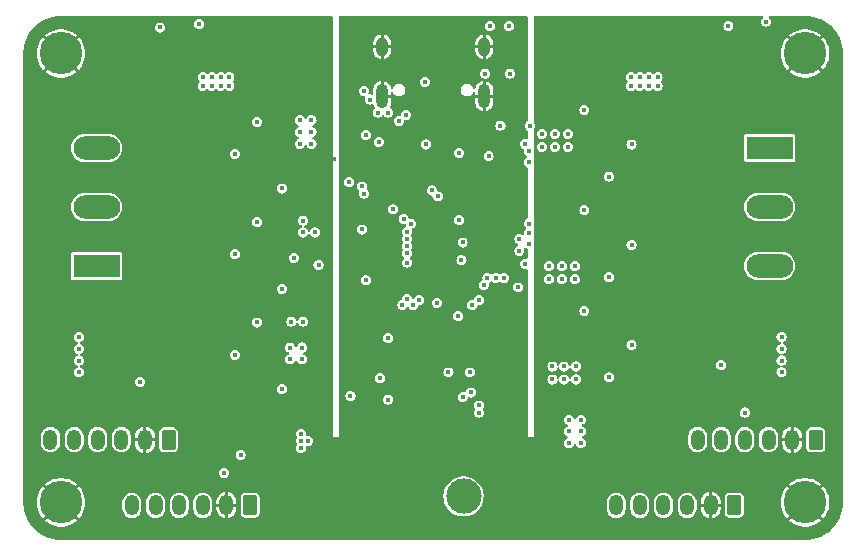
<source format=gbr>
%TF.GenerationSoftware,KiCad,Pcbnew,8.0.2*%
%TF.CreationDate,2024-05-05T14:41:11+02:00*%
%TF.ProjectId,motor_unicorn,6d6f746f-725f-4756-9e69-636f726e2e6b,rev?*%
%TF.SameCoordinates,Original*%
%TF.FileFunction,Copper,L2,Inr*%
%TF.FilePolarity,Positive*%
%FSLAX46Y46*%
G04 Gerber Fmt 4.6, Leading zero omitted, Abs format (unit mm)*
G04 Created by KiCad (PCBNEW 8.0.2) date 2024-05-05 14:41:11*
%MOMM*%
%LPD*%
G01*
G04 APERTURE LIST*
G04 Aperture macros list*
%AMRoundRect*
0 Rectangle with rounded corners*
0 $1 Rounding radius*
0 $2 $3 $4 $5 $6 $7 $8 $9 X,Y pos of 4 corners*
0 Add a 4 corners polygon primitive as box body*
4,1,4,$2,$3,$4,$5,$6,$7,$8,$9,$2,$3,0*
0 Add four circle primitives for the rounded corners*
1,1,$1+$1,$2,$3*
1,1,$1+$1,$4,$5*
1,1,$1+$1,$6,$7*
1,1,$1+$1,$8,$9*
0 Add four rect primitives between the rounded corners*
20,1,$1+$1,$2,$3,$4,$5,0*
20,1,$1+$1,$4,$5,$6,$7,0*
20,1,$1+$1,$6,$7,$8,$9,0*
20,1,$1+$1,$8,$9,$2,$3,0*%
G04 Aperture macros list end*
%TA.AperFunction,ComponentPad*%
%ADD10C,3.600000*%
%TD*%
%TA.AperFunction,ComponentPad*%
%ADD11O,1.000000X2.100000*%
%TD*%
%TA.AperFunction,ComponentPad*%
%ADD12O,1.000000X1.600000*%
%TD*%
%TA.AperFunction,ComponentPad*%
%ADD13RoundRect,0.250000X0.350000X0.625000X-0.350000X0.625000X-0.350000X-0.625000X0.350000X-0.625000X0*%
%TD*%
%TA.AperFunction,ComponentPad*%
%ADD14O,1.200000X1.750000*%
%TD*%
%TA.AperFunction,ComponentPad*%
%ADD15R,3.960000X1.980000*%
%TD*%
%TA.AperFunction,ComponentPad*%
%ADD16O,3.960000X1.980000*%
%TD*%
%TA.AperFunction,ComponentPad*%
%ADD17R,3.000000X3.000000*%
%TD*%
%TA.AperFunction,ComponentPad*%
%ADD18C,3.000000*%
%TD*%
%TA.AperFunction,ViaPad*%
%ADD19C,0.450000*%
%TD*%
G04 APERTURE END LIST*
D10*
%TO.N,GND*%
%TO.C,H1*%
X-31500000Y-16500000D03*
%TD*%
%TO.N,GND*%
%TO.C,H4*%
X-31500000Y21500000D03*
%TD*%
D11*
%TO.N,GND*%
%TO.C,J2*%
X4320000Y17895000D03*
D12*
X4320000Y22075000D03*
D11*
X-4320000Y17895000D03*
D12*
X-4320000Y22075000D03*
%TD*%
D10*
%TO.N,GND*%
%TO.C,H3*%
X31500000Y21500000D03*
%TD*%
D13*
%TO.N,+3V3*%
%TO.C,J8*%
X32400000Y-11200000D03*
D14*
%TO.N,GND*%
X30400000Y-11200000D03*
%TO.N,/HALL_DAT_1*%
X28400000Y-11200000D03*
%TO.N,/HALL_CLK*%
X26400000Y-11200000D03*
%TO.N,/HALL_CSN*%
X24400000Y-11200000D03*
%TO.N,+3V3*%
X22400000Y-11200000D03*
%TD*%
D13*
%TO.N,+3V3*%
%TO.C,J9*%
X-15500000Y-16750000D03*
D14*
%TO.N,GND*%
X-17500000Y-16750000D03*
%TO.N,/HALL_DAT_2*%
X-19500000Y-16750000D03*
%TO.N,/HALL_CLK*%
X-21500000Y-16750000D03*
%TO.N,/HALL_CSN*%
X-23500000Y-16750000D03*
%TO.N,+3V3*%
X-25500000Y-16750000D03*
%TD*%
D15*
%TO.N,/cur_sense/IO1*%
%TO.C,J5*%
X-28500000Y3500000D03*
D16*
%TO.N,/bridge2/OUT*%
X-28500000Y8500000D03*
%TO.N,/cur_sense1/IO2*%
X-28500000Y13500000D03*
%TD*%
D13*
%TO.N,+3V3*%
%TO.C,J7*%
X25500000Y-16750000D03*
D14*
%TO.N,GND*%
X23500000Y-16750000D03*
%TO.N,/HALL_DAT_0*%
X21500000Y-16750000D03*
%TO.N,/HALL_CLK*%
X19500000Y-16750000D03*
%TO.N,/HALL_CSN*%
X17500000Y-16750000D03*
%TO.N,+3V3*%
X15500000Y-16750000D03*
%TD*%
D15*
%TO.N,/cur_sense2/IO1*%
%TO.C,J6*%
X28500000Y13500000D03*
D16*
%TO.N,/bridge5/OUT*%
X28500000Y8500000D03*
%TO.N,/cur_sense3/IO2*%
X28500000Y3500000D03*
%TD*%
D10*
%TO.N,GND*%
%TO.C,H2*%
X31500000Y-16500000D03*
%TD*%
D17*
%TO.N,GND*%
%TO.C,J11*%
X-2504000Y-16000000D03*
D18*
%TO.N,/power/VPP_IN*%
X2576000Y-16000000D03*
%TD*%
D13*
%TO.N,+3V3*%
%TO.C,J10*%
X-22400000Y-11200000D03*
D14*
%TO.N,GND*%
X-24400000Y-11200000D03*
%TO.N,/HALL_DAT_3*%
X-26400000Y-11200000D03*
%TO.N,/HALL_CLK*%
X-28400000Y-11200000D03*
%TO.N,/HALL_CSN*%
X-30400000Y-11200000D03*
%TO.N,+3V3*%
X-32400000Y-11200000D03*
%TD*%
D19*
%TO.N,GND*%
X6100000Y1400000D03*
%TO.N,Net-(U16-VCOMH)*%
X8200000Y15400000D03*
%TO.N,GND*%
X7700000Y18400000D03*
%TO.N,+3V3*%
X-7000000Y-7500000D03*
%TO.N,GND*%
X10800000Y18400000D03*
X-26600000Y-7300000D03*
X-14750000Y14550000D03*
X15500000Y-7000000D03*
X16300000Y-7000000D03*
X16400000Y-4750000D03*
X-6700000Y18100000D03*
X-16250000Y-2450000D03*
X-14850000Y6050000D03*
X-15500000Y14550000D03*
X-10900000Y8300000D03*
X16250000Y10000000D03*
X1400000Y13800000D03*
X28200000Y23300000D03*
X33500000Y-2500000D03*
X12750000Y19700000D03*
X-17000000Y8300000D03*
X-12750000Y20000000D03*
X-7800000Y3600000D03*
X17100000Y1500000D03*
X31500000Y-5000000D03*
X5900000Y10200000D03*
X-15500000Y16800000D03*
X6100000Y3300000D03*
X12750000Y20550000D03*
X-23500000Y20000000D03*
X15400000Y10000000D03*
X-12750000Y22250000D03*
X-10800000Y-8100000D03*
X31500000Y-2500000D03*
X17200000Y-4750000D03*
X15600000Y11800000D03*
X-1600000Y13800000D03*
X-8400000Y12600000D03*
X-1100000Y12500000D03*
X-7200000Y-5500000D03*
X-16900000Y23600000D03*
X-11300000Y-13600000D03*
X15600000Y-5000000D03*
X14950000Y3750000D03*
X14950000Y12250000D03*
X-5000000Y1800000D03*
X23500000Y21500000D03*
X23500000Y22250000D03*
X-34000000Y-5000000D03*
X-15500000Y6050000D03*
X-15500000Y-2450000D03*
X-500000Y5500000D03*
X17100000Y10000000D03*
X16250000Y1500000D03*
X-16250000Y16800000D03*
X32500000Y-2500000D03*
X-7800000Y-600000D03*
X12750000Y21400000D03*
X11900000Y1500000D03*
X-17700000Y-10400000D03*
X17200000Y-7000000D03*
X23500000Y20000000D03*
X23500000Y20750000D03*
X-17000000Y-2450000D03*
X16250000Y12250000D03*
X7000000Y-4400000D03*
X32500000Y-5000000D03*
X0Y-6200000D03*
X26700000Y-7500000D03*
X29500000Y-6300000D03*
X3800000Y12700000D03*
X16250000Y3750000D03*
X-3250000Y-750000D03*
X500000Y4500000D03*
X-23500000Y20750000D03*
X16800000Y3400000D03*
X-32000000Y-5000000D03*
X-2600000Y10200000D03*
X-1000000Y2500000D03*
X-13100000Y16800000D03*
X-17000000Y14550000D03*
X-33000000Y-5000000D03*
X500000Y5500000D03*
X-17000000Y6050000D03*
X-5700000Y-5600000D03*
X13300000Y-6900000D03*
X2750000Y-3500000D03*
X-15500000Y8300000D03*
X33500000Y-5000000D03*
X-16250000Y14550000D03*
X11900000Y10000000D03*
X15400000Y1500000D03*
X23500000Y23300000D03*
X-17000000Y16800000D03*
X16800000Y11800000D03*
X-7300000Y8500000D03*
X-16250000Y6050000D03*
X-34000000Y-2500000D03*
X15600000Y3400000D03*
X-23500000Y21500000D03*
X-2400000Y-6800000D03*
X-15500000Y-200000D03*
X-32000000Y-2500000D03*
X-7200000Y12700000D03*
X-10800000Y0D03*
X-13400000Y8200000D03*
X-16300000Y-10300000D03*
X-23500000Y22250000D03*
X-16250000Y8300000D03*
X-13300000Y-200000D03*
X1750000Y-3500000D03*
X6900000Y-9800000D03*
X-6900000Y-8700000D03*
X1500000Y-750000D03*
X12750000Y22250000D03*
X-17000000Y-200000D03*
X-12750000Y20750000D03*
X-24900000Y23700000D03*
X-33000000Y-2500000D03*
X14750000Y-4750000D03*
X-16250000Y-200000D03*
X7900000Y1700000D03*
X-500000Y4500000D03*
X-7100000Y15800000D03*
X-12750000Y21500000D03*
X2800000Y12450000D03*
X-23000000Y-7200000D03*
%TO.N,+3V3*%
X-2200000Y3800000D03*
X-2300000Y16300000D03*
X-17700000Y-14000000D03*
X28200000Y24200000D03*
X2125003Y-750000D03*
X2200000Y7400000D03*
X-4500000Y-6000000D03*
X-16300000Y-12500000D03*
X-600000Y13800000D03*
X-3800000Y-2600000D03*
X400000Y9400000D03*
X2400000Y4000000D03*
X-19800000Y24000000D03*
X300000Y400000D03*
X24400000Y-4900000D03*
X-5700000Y14600000D03*
X-5700000Y2300000D03*
X-3400000Y8300000D03*
X-7100000Y10600000D03*
X-6000000Y6600000D03*
X-100000Y9900000D03*
X4700000Y12800000D03*
X-24800000Y-6300000D03*
X26400000Y-8900000D03*
%TO.N,+5V*%
X2200000Y13100000D03*
X8100000Y12300000D03*
X1300000Y-5500000D03*
X3100000Y-5500000D03*
%TO.N,/bridge/OUT*%
X-16800000Y-4000000D03*
%TO.N,/bridge1/OUT*%
X-16800000Y13000000D03*
%TO.N,/bridge2/OUT*%
X-16800000Y4500000D03*
%TO.N,/bridge3/OUT*%
X16800000Y13800000D03*
%TO.N,/bridge4/OUT*%
X16800000Y-3200000D03*
%TO.N,/bridge5/OUT*%
X16800000Y5300000D03*
%TO.N,Net-(U16-C2P)*%
X-4600000Y14000000D03*
%TO.N,Net-(U16-C2N)*%
X-4700000Y16500000D03*
%TO.N,Net-(U16-C1N)*%
X-2900000Y15800000D03*
%TO.N,Net-(U16-C1P)*%
X-3800000Y16500000D03*
%TO.N,Net-(U16-VCC)*%
X5700000Y15400000D03*
%TO.N,VPP*%
X-11300000Y14850000D03*
X11100000Y-6100000D03*
X29500000Y-2500000D03*
X29500000Y-5500000D03*
X17500000Y19500000D03*
X16750000Y19500000D03*
X12100000Y-5000000D03*
X12500000Y-10500000D03*
X18250000Y18750000D03*
X29500000Y-4500000D03*
X11100000Y-5000000D03*
X19000000Y19500000D03*
X-11000000Y6350000D03*
X-30000000Y-5500000D03*
X10100000Y-6100000D03*
X-12000000Y-1200000D03*
X-18750000Y18750000D03*
X12500000Y-9500000D03*
X17500000Y18750000D03*
X-10000000Y6350000D03*
X11500000Y-10500000D03*
X11400000Y13600000D03*
X-19500000Y18750000D03*
X19000000Y18750000D03*
X-18000000Y19500000D03*
X10300000Y14700000D03*
X-17250000Y18750000D03*
X-30000000Y-4500000D03*
X10900000Y3500000D03*
X9200000Y14700000D03*
X-11000000Y-1200000D03*
X-11000000Y7350000D03*
X9800000Y3500000D03*
X-19500000Y19500000D03*
X-10300000Y14850000D03*
X-11300000Y13850000D03*
X-18750000Y19500000D03*
X-17250000Y19500000D03*
X12500000Y-11500000D03*
X-18000000Y18750000D03*
X11500000Y-11500000D03*
X18250000Y19500000D03*
X-30000000Y-2500000D03*
X-10300000Y13850000D03*
X29500000Y-3500000D03*
X-11800000Y4200000D03*
X9200000Y13600000D03*
X-9700000Y3600000D03*
X11500000Y-9500000D03*
X9800000Y2400000D03*
X-10300000Y15850000D03*
X-11300000Y15850000D03*
X-11100000Y-3400000D03*
X-11100000Y-4400000D03*
X10900000Y2400000D03*
X-12100000Y-3400000D03*
X-12100000Y-4400000D03*
X10100000Y-5000000D03*
X11400000Y14700000D03*
X12100000Y-6100000D03*
X12000000Y2400000D03*
X10300000Y13600000D03*
X16750000Y18750000D03*
X-30000000Y-3500000D03*
X12000000Y3500000D03*
%TO.N,/rp2040/STATUS_LED*%
X2500000Y5500000D03*
X7200000Y1700000D03*
%TO.N,Net-(D3-A)*%
X-12805000Y-6925000D03*
%TO.N,Net-(D4-A)*%
X-14895000Y-1275000D03*
%TO.N,Net-(D7-A)*%
X-12805000Y10075000D03*
%TO.N,Net-(D8-A)*%
X-14895000Y15725000D03*
%TO.N,Net-(D10-A)*%
X-12805000Y1575000D03*
%TO.N,Net-(D11-A)*%
X-14895000Y7225000D03*
%TO.N,Net-(D13-A)*%
X12805000Y16725000D03*
%TO.N,Net-(D14-A)*%
X14895000Y11075000D03*
%TO.N,Net-(D16-A)*%
X12805000Y-275000D03*
%TO.N,Net-(D17-A)*%
X14895000Y-5925000D03*
%TO.N,Net-(D19-A)*%
X12805000Y8225000D03*
%TO.N,Net-(D20-A)*%
X14895000Y2575000D03*
%TO.N,/HALL_CSN*%
X2500000Y-7600000D03*
X3900000Y-8900000D03*
X3300000Y200000D03*
%TO.N,/HALL_CLK*%
X3200000Y-7200000D03*
X3900000Y-8300000D03*
X3900000Y600000D03*
%TO.N,/HALL_DAT_0*%
X5300000Y2500000D03*
%TO.N,/HALL_DAT_1*%
X6000000Y2500000D03*
%TO.N,/HALL_DAT_2*%
X4300000Y1900000D03*
%TO.N,/HALL_DAT_3*%
X4600000Y2500000D03*
%TO.N,/I2C_SDA*%
X-5850000Y18350000D03*
X-6000000Y10250000D03*
X8100000Y13219700D03*
%TO.N,/I2C_SCL*%
X-5350000Y17600000D03*
X7790416Y13843310D03*
X-5877427Y9637134D03*
%TO.N,/bridge3/L_IN*%
X-1900000Y7100000D03*
X8100000Y6300000D03*
%TO.N,/bridge3/H_IN*%
X8100000Y7100000D03*
X-2500000Y7500000D03*
%TO.N,/bridge4/L_IN*%
X7800000Y3700000D03*
X-2200000Y4600000D03*
%TO.N,/bridge4/H_IN*%
X-2200000Y5200000D03*
X7300000Y4800000D03*
%TO.N,/bridge5/L_IN*%
X8100000Y5400000D03*
X-2200000Y5800000D03*
%TO.N,/bridge5/H_IN*%
X7300000Y5800000D03*
X-2200000Y6400000D03*
%TO.N,/ADC_0*%
X4800000Y23800000D03*
%TO.N,/RS485_DE*%
X-1700000Y200000D03*
X-11200000Y-11300000D03*
%TO.N,/RS485_TX*%
X-2600000Y200000D03*
X-11200000Y-10700000D03*
%TO.N,/ADC_3*%
X6400000Y23800000D03*
%TO.N,/ADC_2*%
X25000000Y23800000D03*
%TO.N,/ADC_1*%
X-23100000Y23700000D03*
%TO.N,/RS485_NRE*%
X-11200000Y-11900000D03*
X-1200000Y600000D03*
%TO.N,/DISP_RES*%
X-700000Y19100000D03*
X6500000Y19800000D03*
X4400000Y19800000D03*
%TO.N,/RS485_RX*%
X-2200000Y700000D03*
X-10600000Y-11300000D03*
%TO.N,+3V3*%
X-3800000Y-7800000D03*
%TO.N,GND*%
X-14750000Y-2450000D03*
%TD*%
%TA.AperFunction,Conductor*%
%TO.N,GND*%
G36*
X-8540809Y24680593D02*
G01*
X-8504845Y24631093D01*
X-8500000Y24600500D01*
X-8500000Y-11000000D01*
X-8499999Y-11000000D01*
X-8000001Y-11000000D01*
X-8000000Y-11000000D01*
X-8000000Y-8299999D01*
X3469196Y-8299999D01*
X3469196Y-8300000D01*
X3490281Y-8433126D01*
X3550580Y-8551470D01*
X3552407Y-8555055D01*
X3561978Y-8615487D01*
X3552407Y-8644945D01*
X3490281Y-8766874D01*
X3469196Y-8899999D01*
X3469196Y-8900000D01*
X3490281Y-9033127D01*
X3490282Y-9033129D01*
X3519403Y-9090282D01*
X3551472Y-9153220D01*
X3646780Y-9248528D01*
X3766874Y-9309719D01*
X3900000Y-9330804D01*
X4033126Y-9309719D01*
X4153220Y-9248528D01*
X4248528Y-9153220D01*
X4309719Y-9033126D01*
X4330804Y-8900000D01*
X4309719Y-8766874D01*
X4248528Y-8646780D01*
X4248526Y-8646778D01*
X4247593Y-8644946D01*
X4238021Y-8584514D01*
X4247593Y-8555054D01*
X4248526Y-8553221D01*
X4248528Y-8553220D01*
X4309719Y-8433126D01*
X4330804Y-8300000D01*
X4309719Y-8166874D01*
X4248528Y-8046780D01*
X4153220Y-7951472D01*
X4153217Y-7951470D01*
X4033129Y-7890282D01*
X4033127Y-7890281D01*
X3900000Y-7869196D01*
X3766872Y-7890281D01*
X3766870Y-7890282D01*
X3646782Y-7951470D01*
X3551470Y-8046782D01*
X3490282Y-8166870D01*
X3490281Y-8166872D01*
X3469196Y-8299999D01*
X-8000000Y-8299999D01*
X-8000000Y-7500000D01*
X-7430804Y-7500000D01*
X-7409719Y-7633126D01*
X-7348528Y-7753220D01*
X-7253220Y-7848528D01*
X-7133126Y-7909719D01*
X-7000000Y-7930804D01*
X-6866874Y-7909719D01*
X-6746780Y-7848528D01*
X-6698252Y-7800000D01*
X-4230804Y-7800000D01*
X-4209719Y-7933126D01*
X-4148528Y-8053220D01*
X-4053220Y-8148528D01*
X-3933126Y-8209719D01*
X-3800000Y-8230804D01*
X-3666874Y-8209719D01*
X-3546780Y-8148528D01*
X-3451472Y-8053220D01*
X-3451470Y-8053217D01*
X-3390282Y-7933129D01*
X-3390281Y-7933127D01*
X-3369196Y-7800000D01*
X-3369196Y-7799999D01*
X-3390281Y-7666872D01*
X-3390282Y-7666870D01*
X-3424355Y-7599999D01*
X2069196Y-7599999D01*
X2069196Y-7600000D01*
X2090281Y-7733127D01*
X2090282Y-7733129D01*
X2151470Y-7853217D01*
X2151472Y-7853220D01*
X2246780Y-7948528D01*
X2366874Y-8009719D01*
X2500000Y-8030804D01*
X2633126Y-8009719D01*
X2753220Y-7948528D01*
X2848528Y-7853220D01*
X2909719Y-7733126D01*
X2918224Y-7679422D01*
X2946001Y-7624907D01*
X3000517Y-7597129D01*
X3060949Y-7606700D01*
X3060952Y-7606702D01*
X3066870Y-7609717D01*
X3066874Y-7609719D01*
X3200000Y-7630804D01*
X3333126Y-7609719D01*
X3453220Y-7548528D01*
X3548528Y-7453220D01*
X3609719Y-7333126D01*
X3630804Y-7200000D01*
X3609719Y-7066874D01*
X3548528Y-6946780D01*
X3453220Y-6851472D01*
X3453217Y-6851470D01*
X3333129Y-6790282D01*
X3333127Y-6790281D01*
X3200000Y-6769196D01*
X3066872Y-6790281D01*
X3066870Y-6790282D01*
X2946782Y-6851470D01*
X2851470Y-6946782D01*
X2790282Y-7066870D01*
X2790281Y-7066872D01*
X2781775Y-7120577D01*
X2753997Y-7175093D01*
X2699480Y-7202870D01*
X2639049Y-7193299D01*
X2633126Y-7190281D01*
X2500000Y-7169196D01*
X2366872Y-7190281D01*
X2366870Y-7190282D01*
X2246782Y-7251470D01*
X2151470Y-7346782D01*
X2090282Y-7466870D01*
X2090281Y-7466872D01*
X2069196Y-7599999D01*
X-3424355Y-7599999D01*
X-3451470Y-7546782D01*
X-3546782Y-7451470D01*
X-3666870Y-7390282D01*
X-3666872Y-7390281D01*
X-3800000Y-7369196D01*
X-3933127Y-7390281D01*
X-3933129Y-7390282D01*
X-4053217Y-7451470D01*
X-4053220Y-7451472D01*
X-4148528Y-7546780D01*
X-4209719Y-7666874D01*
X-4230804Y-7800000D01*
X-6698252Y-7800000D01*
X-6651472Y-7753220D01*
X-6641234Y-7733127D01*
X-6590282Y-7633129D01*
X-6590281Y-7633127D01*
X-6569196Y-7500000D01*
X-6569196Y-7499999D01*
X-6590281Y-7366872D01*
X-6590282Y-7366870D01*
X-6651470Y-7246782D01*
X-6746782Y-7151470D01*
X-6866870Y-7090282D01*
X-6866872Y-7090281D01*
X-7000000Y-7069196D01*
X-7133127Y-7090281D01*
X-7133129Y-7090282D01*
X-7253217Y-7151470D01*
X-7253220Y-7151472D01*
X-7348528Y-7246780D01*
X-7409719Y-7366874D01*
X-7430804Y-7500000D01*
X-8000000Y-7500000D01*
X-8000000Y-6000000D01*
X-4930804Y-6000000D01*
X-4909719Y-6133126D01*
X-4848528Y-6253220D01*
X-4753220Y-6348528D01*
X-4633126Y-6409719D01*
X-4500000Y-6430804D01*
X-4366874Y-6409719D01*
X-4246780Y-6348528D01*
X-4151472Y-6253220D01*
X-4141234Y-6233127D01*
X-4090282Y-6133129D01*
X-4090281Y-6133127D01*
X-4069196Y-6000000D01*
X-4069196Y-5999999D01*
X-4090281Y-5866872D01*
X-4090282Y-5866870D01*
X-4151470Y-5746782D01*
X-4246782Y-5651470D01*
X-4366870Y-5590282D01*
X-4366872Y-5590281D01*
X-4500000Y-5569196D01*
X-4633127Y-5590281D01*
X-4633129Y-5590282D01*
X-4753217Y-5651470D01*
X-4753220Y-5651472D01*
X-4848528Y-5746780D01*
X-4909719Y-5866874D01*
X-4930804Y-6000000D01*
X-8000000Y-6000000D01*
X-8000000Y-5499999D01*
X869196Y-5499999D01*
X869196Y-5500000D01*
X890281Y-5633127D01*
X890282Y-5633129D01*
X950580Y-5751470D01*
X951472Y-5753220D01*
X1046780Y-5848528D01*
X1166874Y-5909719D01*
X1300000Y-5930804D01*
X1433126Y-5909719D01*
X1553220Y-5848528D01*
X1648528Y-5753220D01*
X1709719Y-5633126D01*
X1730804Y-5500000D01*
X1730804Y-5499999D01*
X2669196Y-5499999D01*
X2669196Y-5500000D01*
X2690281Y-5633127D01*
X2690282Y-5633129D01*
X2750580Y-5751470D01*
X2751472Y-5753220D01*
X2846780Y-5848528D01*
X2966874Y-5909719D01*
X3100000Y-5930804D01*
X3233126Y-5909719D01*
X3353220Y-5848528D01*
X3448528Y-5753220D01*
X3509719Y-5633126D01*
X3530804Y-5500000D01*
X3509719Y-5366874D01*
X3448528Y-5246780D01*
X3353220Y-5151472D01*
X3353217Y-5151470D01*
X3233129Y-5090282D01*
X3233127Y-5090281D01*
X3100000Y-5069196D01*
X2966872Y-5090281D01*
X2966870Y-5090282D01*
X2846782Y-5151470D01*
X2751470Y-5246782D01*
X2690282Y-5366870D01*
X2690281Y-5366872D01*
X2669196Y-5499999D01*
X1730804Y-5499999D01*
X1709719Y-5366874D01*
X1648528Y-5246780D01*
X1553220Y-5151472D01*
X1553217Y-5151470D01*
X1433129Y-5090282D01*
X1433127Y-5090281D01*
X1300000Y-5069196D01*
X1166872Y-5090281D01*
X1166870Y-5090282D01*
X1046782Y-5151470D01*
X951470Y-5246782D01*
X890282Y-5366870D01*
X890281Y-5366872D01*
X869196Y-5499999D01*
X-8000000Y-5499999D01*
X-8000000Y-2600000D01*
X-4230804Y-2600000D01*
X-4209719Y-2733126D01*
X-4148528Y-2853220D01*
X-4053220Y-2948528D01*
X-3933126Y-3009719D01*
X-3800000Y-3030804D01*
X-3666874Y-3009719D01*
X-3617402Y-2984512D01*
X-3546782Y-2948529D01*
X-3546780Y-2948528D01*
X-3451472Y-2853220D01*
X-3450580Y-2851470D01*
X-3390282Y-2733129D01*
X-3390281Y-2733127D01*
X-3369196Y-2600000D01*
X-3369196Y-2599999D01*
X-3390281Y-2466872D01*
X-3390282Y-2466870D01*
X-3451470Y-2346782D01*
X-3546782Y-2251470D01*
X-3666870Y-2190282D01*
X-3666872Y-2190281D01*
X-3800000Y-2169196D01*
X-3933127Y-2190281D01*
X-3933129Y-2190282D01*
X-4053217Y-2251470D01*
X-4053220Y-2251472D01*
X-4148528Y-2346780D01*
X-4209719Y-2466874D01*
X-4230804Y-2600000D01*
X-8000000Y-2600000D01*
X-8000000Y-749999D01*
X1694199Y-749999D01*
X1694199Y-750000D01*
X1715284Y-883127D01*
X1715285Y-883129D01*
X1747718Y-946782D01*
X1776475Y-1003220D01*
X1871783Y-1098528D01*
X1991877Y-1159719D01*
X2125003Y-1180804D01*
X2258129Y-1159719D01*
X2378223Y-1098528D01*
X2473531Y-1003220D01*
X2534722Y-883126D01*
X2555807Y-750000D01*
X2534722Y-616874D01*
X2473531Y-496780D01*
X2378223Y-401472D01*
X2378220Y-401470D01*
X2258132Y-340282D01*
X2258130Y-340281D01*
X2125003Y-319196D01*
X1991875Y-340281D01*
X1991873Y-340282D01*
X1871785Y-401470D01*
X1776473Y-496782D01*
X1715285Y-616870D01*
X1715284Y-616872D01*
X1694199Y-749999D01*
X-8000000Y-749999D01*
X-8000000Y200000D01*
X-3030804Y200000D01*
X-3009719Y66874D01*
X-2948528Y-53220D01*
X-2853220Y-148528D01*
X-2733126Y-209719D01*
X-2600000Y-230804D01*
X-2466874Y-209719D01*
X-2346780Y-148528D01*
X-2251472Y-53220D01*
X-2238208Y-27188D01*
X-2194945Y16075D01*
X-2134513Y25646D01*
X-2079997Y-2131D01*
X-2061793Y-27185D01*
X-2048528Y-53220D01*
X-1953220Y-148528D01*
X-1833126Y-209719D01*
X-1700000Y-230804D01*
X-1566874Y-209719D01*
X-1446780Y-148528D01*
X-1351472Y-53220D01*
X-1340050Y-30804D01*
X-1290282Y66870D01*
X-1290281Y66871D01*
X-1287232Y86122D01*
X-1259452Y140638D01*
X-1204939Y168413D01*
X-1066871Y190281D01*
X-1066870Y190282D01*
X-946782Y251470D01*
X-851470Y346782D01*
X-824354Y400000D01*
X-130804Y400000D01*
X-109719Y266874D01*
X-48528Y146780D01*
X-59Y98311D01*
X46782Y51470D01*
X166870Y-9717D01*
X166874Y-9719D01*
X300000Y-30804D01*
X433126Y-9719D01*
X502534Y25646D01*
X553217Y51470D01*
X553220Y51472D01*
X648528Y146780D01*
X675645Y200000D01*
X2869196Y200000D01*
X2869196Y199999D01*
X2890281Y66872D01*
X2890282Y66870D01*
X2940050Y-30804D01*
X2951472Y-53220D01*
X3046780Y-148528D01*
X3166874Y-209719D01*
X3300000Y-230804D01*
X3433126Y-209719D01*
X3553220Y-148528D01*
X3648528Y-53220D01*
X3709719Y66874D01*
X3714698Y98311D01*
X3742475Y152827D01*
X3796992Y180605D01*
X3827966Y180605D01*
X3900000Y169196D01*
X4033127Y190281D01*
X4033129Y190282D01*
X4153217Y251470D01*
X4153220Y251472D01*
X4248528Y346780D01*
X4309719Y466874D01*
X4330804Y600000D01*
X4309719Y733126D01*
X4248528Y853220D01*
X4153220Y948528D01*
X4033126Y1009719D01*
X3900000Y1030804D01*
X3766874Y1009719D01*
X3646780Y948528D01*
X3551472Y853220D01*
X3551470Y853217D01*
X3490282Y733129D01*
X3490281Y733128D01*
X3485301Y701687D01*
X3457522Y647171D01*
X3403005Y619394D01*
X3372033Y619394D01*
X3300000Y630804D01*
X3166874Y609719D01*
X3046780Y548528D01*
X2951472Y453220D01*
X2951470Y453217D01*
X2890282Y333129D01*
X2890281Y333127D01*
X2869196Y200000D01*
X675645Y200000D01*
X709719Y266874D01*
X730804Y400000D01*
X709719Y533126D01*
X648528Y653220D01*
X553220Y748528D01*
X433126Y809719D01*
X300000Y830804D01*
X166874Y809719D01*
X46780Y748528D01*
X-48528Y653220D01*
X-109719Y533126D01*
X-130804Y400000D01*
X-824354Y400000D01*
X-790282Y466870D01*
X-790281Y466872D01*
X-769196Y599999D01*
X-769196Y600000D01*
X-790281Y733127D01*
X-790282Y733129D01*
X-851470Y853217D01*
X-851472Y853220D01*
X-946780Y948528D01*
X-1066874Y1009719D01*
X-1200000Y1030804D01*
X-1333126Y1009719D01*
X-1453220Y948528D01*
X-1548528Y853220D01*
X-1597055Y757979D01*
X-1640319Y714716D01*
X-1700751Y705145D01*
X-1755268Y732923D01*
X-1783045Y787439D01*
X-1790281Y833127D01*
X-1790282Y833129D01*
X-1851470Y953217D01*
X-1851472Y953220D01*
X-1946780Y1048528D01*
X-2066874Y1109719D01*
X-2200000Y1130804D01*
X-2333126Y1109719D01*
X-2453220Y1048528D01*
X-2548528Y953220D01*
X-2609719Y833126D01*
X-2630804Y700000D01*
X-2631586Y695060D01*
X-2659363Y640544D01*
X-2713876Y612767D01*
X-2733126Y609719D01*
X-2853220Y548528D01*
X-2948528Y453220D01*
X-3009719Y333126D01*
X-3030804Y200000D01*
X-8000000Y200000D01*
X-8000000Y2300000D01*
X-6130804Y2300000D01*
X-6109719Y2166874D01*
X-6048528Y2046780D01*
X-5953220Y1951472D01*
X-5953217Y1951470D01*
X-5833129Y1890282D01*
X-5833127Y1890281D01*
X-5700000Y1869196D01*
X-5566872Y1890281D01*
X-5566870Y1890282D01*
X-5547797Y1900000D01*
X3869196Y1900000D01*
X3869196Y1899999D01*
X3890281Y1766872D01*
X3890282Y1766870D01*
X3951470Y1646782D01*
X4046782Y1551470D01*
X4166870Y1490282D01*
X4166872Y1490281D01*
X4300000Y1469196D01*
X4433127Y1490281D01*
X4433129Y1490282D01*
X4553217Y1551470D01*
X4553220Y1551472D01*
X4648528Y1646780D01*
X4675645Y1700000D01*
X6769196Y1700000D01*
X6769196Y1699999D01*
X6790281Y1566872D01*
X6790282Y1566870D01*
X6851470Y1446782D01*
X6946782Y1351470D01*
X7066870Y1290282D01*
X7066872Y1290281D01*
X7200000Y1269196D01*
X7333127Y1290281D01*
X7333129Y1290282D01*
X7453217Y1351470D01*
X7453220Y1351472D01*
X7548528Y1446780D01*
X7609719Y1566874D01*
X7630804Y1700000D01*
X7609719Y1833126D01*
X7548528Y1953220D01*
X7453220Y2048528D01*
X7333126Y2109719D01*
X7200000Y2130804D01*
X7066874Y2109719D01*
X6946780Y2048528D01*
X6851472Y1953220D01*
X6851470Y1953217D01*
X6790282Y1833129D01*
X6790281Y1833127D01*
X6769196Y1700000D01*
X4675645Y1700000D01*
X4709719Y1766874D01*
X4730804Y1900000D01*
X4714342Y2003935D01*
X4723913Y2064366D01*
X4767177Y2107630D01*
X4844015Y2146782D01*
X4853220Y2151472D01*
X4853222Y2151473D01*
X4879998Y2178249D01*
X4934515Y2206025D01*
X4994946Y2196453D01*
X5020002Y2178249D01*
X5046777Y2151473D01*
X5046782Y2151470D01*
X5166870Y2090282D01*
X5166872Y2090281D01*
X5300000Y2069196D01*
X5433127Y2090281D01*
X5433129Y2090282D01*
X5553217Y2151470D01*
X5553222Y2151473D01*
X5579998Y2178249D01*
X5634515Y2206025D01*
X5694946Y2196453D01*
X5720002Y2178249D01*
X5746777Y2151473D01*
X5746782Y2151470D01*
X5866870Y2090282D01*
X5866872Y2090281D01*
X6000000Y2069196D01*
X6133127Y2090281D01*
X6133129Y2090282D01*
X6253217Y2151470D01*
X6253220Y2151472D01*
X6348528Y2246780D01*
X6409719Y2366874D01*
X6430804Y2500000D01*
X6409719Y2633126D01*
X6348528Y2753220D01*
X6253220Y2848528D01*
X6133126Y2909719D01*
X6000000Y2930804D01*
X5866874Y2909719D01*
X5746780Y2848528D01*
X5720001Y2821749D01*
X5665487Y2793974D01*
X5605055Y2803545D01*
X5579999Y2821748D01*
X5553220Y2848528D01*
X5433126Y2909719D01*
X5300000Y2930804D01*
X5166874Y2909719D01*
X5046780Y2848528D01*
X5020001Y2821749D01*
X4965487Y2793974D01*
X4905055Y2803545D01*
X4879999Y2821748D01*
X4853220Y2848528D01*
X4733126Y2909719D01*
X4600000Y2930804D01*
X4466874Y2909719D01*
X4346780Y2848528D01*
X4251472Y2753220D01*
X4251470Y2753217D01*
X4190282Y2633129D01*
X4190281Y2633127D01*
X4169196Y2500000D01*
X4169196Y2499998D01*
X4185657Y2396064D01*
X4176085Y2335632D01*
X4132822Y2292369D01*
X4096345Y2273783D01*
X4046780Y2248528D01*
X3951472Y2153220D01*
X3951470Y2153217D01*
X3890282Y2033129D01*
X3890281Y2033127D01*
X3869196Y1900000D01*
X-5547797Y1900000D01*
X-5446782Y1951470D01*
X-5351470Y2046782D01*
X-5290282Y2166870D01*
X-5290281Y2166872D01*
X-5269196Y2299999D01*
X-5269196Y2300000D01*
X-5290281Y2433127D01*
X-5290282Y2433129D01*
X-5351470Y2553217D01*
X-5351472Y2553220D01*
X-5446780Y2648528D01*
X-5486811Y2668925D01*
X-5566870Y2709717D01*
X-5566872Y2709718D01*
X-5566874Y2709719D01*
X-5700000Y2730804D01*
X-5833126Y2709719D01*
X-5953220Y2648528D01*
X-6048528Y2553220D01*
X-6109719Y2433126D01*
X-6130804Y2300000D01*
X-8000000Y2300000D01*
X-8000000Y6600000D01*
X-6430804Y6600000D01*
X-6409719Y6466874D01*
X-6348528Y6346780D01*
X-6253220Y6251472D01*
X-6253217Y6251470D01*
X-6133129Y6190282D01*
X-6133127Y6190281D01*
X-6000000Y6169196D01*
X-5866872Y6190281D01*
X-5866870Y6190282D01*
X-5746782Y6251470D01*
X-5651470Y6346782D01*
X-5590282Y6466870D01*
X-5590281Y6466872D01*
X-5569196Y6599999D01*
X-5569196Y6600000D01*
X-5590281Y6733127D01*
X-5590282Y6733129D01*
X-5651470Y6853217D01*
X-5651472Y6853220D01*
X-5746780Y6948528D01*
X-5866874Y7009719D01*
X-6000000Y7030804D01*
X-6133126Y7009719D01*
X-6253220Y6948528D01*
X-6348528Y6853220D01*
X-6409719Y6733126D01*
X-6430804Y6600000D01*
X-8000000Y6600000D01*
X-8000000Y7500000D01*
X-2930804Y7500000D01*
X-2909719Y7366874D01*
X-2848528Y7246780D01*
X-2753220Y7151472D01*
X-2753217Y7151470D01*
X-2633129Y7090282D01*
X-2633127Y7090281D01*
X-2500000Y7069196D01*
X-2427966Y7080605D01*
X-2367534Y7071034D01*
X-2324269Y7027769D01*
X-2314698Y6998311D01*
X-2309719Y6966874D01*
X-2309718Y6966873D01*
X-2309718Y6966872D01*
X-2295918Y6939788D01*
X-2286346Y6879356D01*
X-2314123Y6824839D01*
X-2339175Y6806636D01*
X-2453220Y6748528D01*
X-2548528Y6653220D01*
X-2609719Y6533126D01*
X-2630804Y6400000D01*
X-2609719Y6266874D01*
X-2548528Y6146780D01*
X-2548526Y6146778D01*
X-2547593Y6144946D01*
X-2538021Y6084514D01*
X-2547593Y6055054D01*
X-2548526Y6053221D01*
X-2548528Y6053220D01*
X-2609719Y5933126D01*
X-2630804Y5800000D01*
X-2609719Y5666874D01*
X-2548528Y5546780D01*
X-2548526Y5546778D01*
X-2547593Y5544946D01*
X-2538021Y5484514D01*
X-2547593Y5455054D01*
X-2548526Y5453221D01*
X-2548528Y5453220D01*
X-2609719Y5333126D01*
X-2630804Y5200000D01*
X-2609719Y5066874D01*
X-2548528Y4946780D01*
X-2548526Y4946778D01*
X-2547593Y4944946D01*
X-2538021Y4884514D01*
X-2547593Y4855054D01*
X-2548526Y4853221D01*
X-2548528Y4853220D01*
X-2609719Y4733126D01*
X-2630804Y4600000D01*
X-2609719Y4466874D01*
X-2548528Y4346780D01*
X-2471749Y4270001D01*
X-2443974Y4215487D01*
X-2453545Y4155055D01*
X-2471748Y4129999D01*
X-2548528Y4053220D01*
X-2609719Y3933126D01*
X-2630804Y3800000D01*
X-2609719Y3666874D01*
X-2548528Y3546780D01*
X-2453220Y3451472D01*
X-2453217Y3451470D01*
X-2333129Y3390282D01*
X-2333127Y3390281D01*
X-2200000Y3369196D01*
X-2066872Y3390281D01*
X-2066870Y3390282D01*
X-1946782Y3451470D01*
X-1851470Y3546782D01*
X-1790282Y3666870D01*
X-1790281Y3666872D01*
X-1769196Y3799999D01*
X-1769196Y3800000D01*
X-1790281Y3933127D01*
X-1790282Y3933129D01*
X-1824355Y4000000D01*
X1969196Y4000000D01*
X1969196Y3999999D01*
X1990281Y3866872D01*
X1990282Y3866870D01*
X2051470Y3746782D01*
X2146782Y3651470D01*
X2266870Y3590282D01*
X2266872Y3590281D01*
X2400000Y3569196D01*
X2533127Y3590281D01*
X2533129Y3590282D01*
X2653217Y3651470D01*
X2653220Y3651472D01*
X2748528Y3746780D01*
X2809719Y3866874D01*
X2830804Y4000000D01*
X2809719Y4133126D01*
X2748528Y4253220D01*
X2653220Y4348528D01*
X2533126Y4409719D01*
X2400000Y4430804D01*
X2266874Y4409719D01*
X2146780Y4348528D01*
X2051472Y4253220D01*
X2051470Y4253217D01*
X1990282Y4133129D01*
X1990281Y4133127D01*
X1969196Y4000000D01*
X-1824355Y4000000D01*
X-1851470Y4053217D01*
X-1851472Y4053220D01*
X-1928250Y4129998D01*
X-1956026Y4184513D01*
X-1946455Y4244945D01*
X-1928251Y4270000D01*
X-1851472Y4346780D01*
X-1851471Y4346780D01*
X-1851470Y4346782D01*
X-1790282Y4466870D01*
X-1790281Y4466872D01*
X-1769196Y4599999D01*
X-1769196Y4600000D01*
X-1769715Y4603279D01*
X-1790281Y4733126D01*
X-1851472Y4853220D01*
X-1852407Y4855055D01*
X-1861978Y4915487D01*
X-1852407Y4944945D01*
X-1790281Y5066874D01*
X-1769196Y5199999D01*
X-1769196Y5200000D01*
X-1790281Y5333125D01*
X-1790281Y5333126D01*
X-1851472Y5453220D01*
X-1852407Y5455055D01*
X-1859525Y5500000D01*
X2069196Y5500000D01*
X2069196Y5499999D01*
X2090281Y5366872D01*
X2090282Y5366870D01*
X2151470Y5246782D01*
X2246782Y5151470D01*
X2366870Y5090282D01*
X2366872Y5090281D01*
X2500000Y5069196D01*
X2633127Y5090281D01*
X2633129Y5090282D01*
X2753217Y5151470D01*
X2753220Y5151472D01*
X2848528Y5246780D01*
X2909719Y5366874D01*
X2930804Y5500000D01*
X2909719Y5633126D01*
X2848528Y5753220D01*
X2753220Y5848528D01*
X2633126Y5909719D01*
X2500000Y5930804D01*
X2366874Y5909719D01*
X2246780Y5848528D01*
X2151472Y5753220D01*
X2151470Y5753217D01*
X2090282Y5633129D01*
X2090281Y5633127D01*
X2069196Y5500000D01*
X-1859525Y5500000D01*
X-1861978Y5515487D01*
X-1852407Y5544945D01*
X-1790281Y5666874D01*
X-1769196Y5799999D01*
X-1769196Y5800000D01*
X-1783495Y5890281D01*
X-1790281Y5933126D01*
X-1851472Y6053220D01*
X-1852407Y6055055D01*
X-1861978Y6115487D01*
X-1852407Y6144945D01*
X-1790281Y6266874D01*
X-1769196Y6399999D01*
X-1769196Y6400000D01*
X-1779787Y6466870D01*
X-1790281Y6533126D01*
X-1804082Y6560212D01*
X-1813653Y6620644D01*
X-1785875Y6675161D01*
X-1760818Y6693366D01*
X-1646781Y6751471D01*
X-1551470Y6846782D01*
X-1490282Y6966870D01*
X-1490281Y6966872D01*
X-1469196Y7099999D01*
X-1469196Y7100000D01*
X-1490281Y7233127D01*
X-1490282Y7233129D01*
X-1551470Y7353217D01*
X-1551472Y7353220D01*
X-1598252Y7400000D01*
X1769196Y7400000D01*
X1769196Y7399999D01*
X1790281Y7266872D01*
X1790282Y7266870D01*
X1851470Y7146782D01*
X1946782Y7051470D01*
X2066870Y6990282D01*
X2066872Y6990281D01*
X2200000Y6969196D01*
X2333127Y6990281D01*
X2333129Y6990282D01*
X2453217Y7051470D01*
X2453220Y7051472D01*
X2548528Y7146780D01*
X2609719Y7266874D01*
X2630804Y7400000D01*
X2609719Y7533126D01*
X2548528Y7653220D01*
X2453220Y7748528D01*
X2333126Y7809719D01*
X2200000Y7830804D01*
X2066874Y7809719D01*
X1946780Y7748528D01*
X1851472Y7653220D01*
X1851470Y7653217D01*
X1790282Y7533129D01*
X1790281Y7533127D01*
X1769196Y7400000D01*
X-1598252Y7400000D01*
X-1646780Y7448528D01*
X-1766874Y7509719D01*
X-1900000Y7530804D01*
X-1972033Y7519395D01*
X-2032465Y7528966D01*
X-2075730Y7572231D01*
X-2085301Y7601687D01*
X-2090281Y7633128D01*
X-2090282Y7633129D01*
X-2151470Y7753217D01*
X-2151472Y7753220D01*
X-2246780Y7848528D01*
X-2366874Y7909719D01*
X-2500000Y7930804D01*
X-2633126Y7909719D01*
X-2753220Y7848528D01*
X-2848528Y7753220D01*
X-2909719Y7633126D01*
X-2930804Y7500000D01*
X-8000000Y7500000D01*
X-8000000Y8300000D01*
X-3830804Y8300000D01*
X-3809719Y8166874D01*
X-3748528Y8046780D01*
X-3653220Y7951472D01*
X-3653217Y7951470D01*
X-3533129Y7890282D01*
X-3533127Y7890281D01*
X-3400000Y7869196D01*
X-3266872Y7890281D01*
X-3266870Y7890282D01*
X-3146782Y7951470D01*
X-3051470Y8046782D01*
X-2990282Y8166870D01*
X-2990281Y8166872D01*
X-2969196Y8299999D01*
X-2969196Y8300000D01*
X-2990281Y8433127D01*
X-2990282Y8433129D01*
X-3051470Y8553217D01*
X-3051472Y8553220D01*
X-3146780Y8648528D01*
X-3266874Y8709719D01*
X-3400000Y8730804D01*
X-3533126Y8709719D01*
X-3653220Y8648528D01*
X-3748528Y8553220D01*
X-3809719Y8433126D01*
X-3830804Y8300000D01*
X-8000000Y8300000D01*
X-8000000Y10600000D01*
X-7530804Y10600000D01*
X-7509719Y10466874D01*
X-7448528Y10346780D01*
X-7353220Y10251472D01*
X-7353217Y10251470D01*
X-7233129Y10190282D01*
X-7233127Y10190281D01*
X-7100000Y10169196D01*
X-6966872Y10190281D01*
X-6966870Y10190282D01*
X-6849667Y10250000D01*
X-6430804Y10250000D01*
X-6409719Y10116874D01*
X-6348528Y9996780D01*
X-6282263Y9930515D01*
X-6254488Y9876001D01*
X-6264058Y9815571D01*
X-6287146Y9770260D01*
X-6308231Y9637134D01*
X-6287146Y9504008D01*
X-6225955Y9383914D01*
X-6130647Y9288606D01*
X-6130644Y9288604D01*
X-6010556Y9227416D01*
X-6010554Y9227415D01*
X-5877427Y9206330D01*
X-5744299Y9227415D01*
X-5744297Y9227416D01*
X-5624209Y9288604D01*
X-5528897Y9383916D01*
X-5467709Y9504004D01*
X-5467708Y9504006D01*
X-5446623Y9637133D01*
X-5446623Y9637134D01*
X-5467708Y9770261D01*
X-5467709Y9770263D01*
X-5528897Y9890351D01*
X-5528899Y9890354D01*
X-5538545Y9900000D01*
X-530804Y9900000D01*
X-509719Y9766874D01*
X-448528Y9646780D01*
X-353220Y9551472D01*
X-353217Y9551470D01*
X-233129Y9490282D01*
X-233127Y9490281D01*
X-111306Y9470986D01*
X-56790Y9443208D01*
X-29013Y9388692D01*
X-9719Y9266874D01*
X-9718Y9266872D01*
X-9717Y9266870D01*
X51470Y9146782D01*
X146782Y9051470D01*
X266870Y8990282D01*
X266872Y8990281D01*
X400000Y8969196D01*
X533127Y8990281D01*
X533129Y8990282D01*
X653217Y9051470D01*
X653220Y9051472D01*
X748528Y9146780D01*
X809719Y9266874D01*
X830804Y9400000D01*
X809719Y9533126D01*
X748528Y9653220D01*
X653220Y9748528D01*
X533126Y9809719D01*
X411306Y9829013D01*
X356791Y9856790D01*
X329013Y9911307D01*
X321837Y9956615D01*
X309719Y10033126D01*
X248528Y10153220D01*
X153220Y10248528D01*
X33126Y10309719D01*
X-100000Y10330804D01*
X-233126Y10309719D01*
X-353220Y10248528D01*
X-448528Y10153220D01*
X-509719Y10033126D01*
X-530804Y9900000D01*
X-5538545Y9900000D01*
X-5595162Y9956617D01*
X-5622938Y10011132D01*
X-5613367Y10071562D01*
X-5590282Y10116870D01*
X-5590281Y10116873D01*
X-5569196Y10249999D01*
X-5569196Y10250000D01*
X-5590281Y10383127D01*
X-5590282Y10383129D01*
X-5651470Y10503217D01*
X-5651472Y10503220D01*
X-5746780Y10598528D01*
X-5866874Y10659719D01*
X-6000000Y10680804D01*
X-6133126Y10659719D01*
X-6253220Y10598528D01*
X-6348528Y10503220D01*
X-6409719Y10383126D01*
X-6430804Y10250000D01*
X-6849667Y10250000D01*
X-6846782Y10251470D01*
X-6751470Y10346782D01*
X-6690282Y10466870D01*
X-6690281Y10466872D01*
X-6669196Y10599999D01*
X-6669196Y10600000D01*
X-6690281Y10733127D01*
X-6690282Y10733129D01*
X-6751470Y10853217D01*
X-6751472Y10853220D01*
X-6846780Y10948528D01*
X-6966874Y11009719D01*
X-7100000Y11030804D01*
X-7233126Y11009719D01*
X-7353220Y10948528D01*
X-7448528Y10853220D01*
X-7509719Y10733126D01*
X-7530804Y10600000D01*
X-8000000Y10600000D01*
X-8000000Y13100000D01*
X1769196Y13100000D01*
X1769196Y13099999D01*
X1790281Y12966872D01*
X1790282Y12966870D01*
X1851470Y12846782D01*
X1946782Y12751470D01*
X2066870Y12690282D01*
X2066872Y12690281D01*
X2200000Y12669196D01*
X2333127Y12690281D01*
X2333129Y12690282D01*
X2453217Y12751470D01*
X2453220Y12751472D01*
X2501748Y12800000D01*
X4269196Y12800000D01*
X4269196Y12799999D01*
X4290281Y12666872D01*
X4290282Y12666870D01*
X4351470Y12546782D01*
X4446782Y12451470D01*
X4566870Y12390282D01*
X4566872Y12390281D01*
X4700000Y12369196D01*
X4833127Y12390281D01*
X4833129Y12390282D01*
X4953217Y12451470D01*
X4953220Y12451472D01*
X5048528Y12546780D01*
X5109719Y12666874D01*
X5130804Y12800000D01*
X5109719Y12933126D01*
X5048528Y13053220D01*
X4953220Y13148528D01*
X4833126Y13209719D01*
X4700000Y13230804D01*
X4566874Y13209719D01*
X4446780Y13148528D01*
X4351472Y13053220D01*
X4351470Y13053217D01*
X4290282Y12933129D01*
X4290281Y12933127D01*
X4269196Y12800000D01*
X2501748Y12800000D01*
X2548528Y12846780D01*
X2609719Y12966874D01*
X2630804Y13100000D01*
X2609719Y13233126D01*
X2548528Y13353220D01*
X2453220Y13448528D01*
X2333126Y13509719D01*
X2200000Y13530804D01*
X2066874Y13509719D01*
X2066872Y13509718D01*
X2066870Y13509717D01*
X2037557Y13494781D01*
X1946780Y13448528D01*
X1851472Y13353220D01*
X1851470Y13353217D01*
X1790282Y13233129D01*
X1790281Y13233127D01*
X1769196Y13100000D01*
X-8000000Y13100000D01*
X-8000000Y14000000D01*
X-5030804Y14000000D01*
X-5009719Y13866874D01*
X-4948528Y13746780D01*
X-4853220Y13651472D01*
X-4853217Y13651470D01*
X-4733129Y13590282D01*
X-4733127Y13590281D01*
X-4600000Y13569196D01*
X-4466872Y13590281D01*
X-4466870Y13590282D01*
X-4346782Y13651470D01*
X-4251470Y13746782D01*
X-4224354Y13800000D01*
X-1030804Y13800000D01*
X-1009719Y13666874D01*
X-948528Y13546780D01*
X-853220Y13451472D01*
X-853217Y13451470D01*
X-733129Y13390282D01*
X-733127Y13390281D01*
X-600000Y13369196D01*
X-466872Y13390281D01*
X-466870Y13390282D01*
X-346782Y13451470D01*
X-251470Y13546782D01*
X-190282Y13666870D01*
X-190281Y13666872D01*
X-169196Y13799999D01*
X-169196Y13800000D01*
X-190281Y13933127D01*
X-190282Y13933129D01*
X-251470Y14053217D01*
X-251472Y14053220D01*
X-346780Y14148528D01*
X-466874Y14209719D01*
X-600000Y14230804D01*
X-733126Y14209719D01*
X-853220Y14148528D01*
X-948528Y14053220D01*
X-1009719Y13933126D01*
X-1030804Y13800000D01*
X-4224354Y13800000D01*
X-4190282Y13866870D01*
X-4190281Y13866872D01*
X-4169196Y13999999D01*
X-4169196Y14000000D01*
X-4190281Y14133127D01*
X-4190282Y14133129D01*
X-4251470Y14253217D01*
X-4251472Y14253220D01*
X-4346780Y14348528D01*
X-4466874Y14409719D01*
X-4600000Y14430804D01*
X-4733126Y14409719D01*
X-4853220Y14348528D01*
X-4948528Y14253220D01*
X-5009719Y14133126D01*
X-5030804Y14000000D01*
X-8000000Y14000000D01*
X-8000000Y14600000D01*
X-6130804Y14600000D01*
X-6109719Y14466874D01*
X-6048528Y14346780D01*
X-5953220Y14251472D01*
X-5953217Y14251470D01*
X-5833129Y14190282D01*
X-5833127Y14190281D01*
X-5700000Y14169196D01*
X-5566872Y14190281D01*
X-5566870Y14190282D01*
X-5446782Y14251470D01*
X-5351470Y14346782D01*
X-5290282Y14466870D01*
X-5290281Y14466872D01*
X-5269196Y14599999D01*
X-5269196Y14600000D01*
X-5290281Y14733127D01*
X-5290282Y14733129D01*
X-5351470Y14853217D01*
X-5351472Y14853220D01*
X-5446780Y14948528D01*
X-5566874Y15009719D01*
X-5700000Y15030804D01*
X-5833126Y15009719D01*
X-5953220Y14948528D01*
X-6048528Y14853220D01*
X-6109719Y14733126D01*
X-6130804Y14600000D01*
X-8000000Y14600000D01*
X-8000000Y15800000D01*
X-3330804Y15800000D01*
X-3309719Y15666874D01*
X-3248528Y15546780D01*
X-3153220Y15451472D01*
X-3153217Y15451470D01*
X-3033129Y15390282D01*
X-3033127Y15390281D01*
X-2900000Y15369196D01*
X-2766872Y15390281D01*
X-2766870Y15390282D01*
X-2747797Y15400000D01*
X5269196Y15400000D01*
X5269196Y15399999D01*
X5290281Y15266872D01*
X5290282Y15266870D01*
X5351470Y15146782D01*
X5446782Y15051470D01*
X5566870Y14990282D01*
X5566872Y14990281D01*
X5700000Y14969196D01*
X5833127Y14990281D01*
X5833129Y14990282D01*
X5953217Y15051470D01*
X5953220Y15051472D01*
X6048528Y15146780D01*
X6109719Y15266874D01*
X6130804Y15400000D01*
X6109719Y15533126D01*
X6048528Y15653220D01*
X5953220Y15748528D01*
X5833126Y15809719D01*
X5700000Y15830804D01*
X5566874Y15809719D01*
X5446780Y15748528D01*
X5351472Y15653220D01*
X5351470Y15653217D01*
X5290282Y15533129D01*
X5290281Y15533127D01*
X5269196Y15400000D01*
X-2747797Y15400000D01*
X-2646782Y15451470D01*
X-2551470Y15546782D01*
X-2490282Y15666870D01*
X-2490281Y15666872D01*
X-2469850Y15795864D01*
X-2442072Y15850380D01*
X-2387555Y15878157D01*
X-2356583Y15878157D01*
X-2300002Y15869196D01*
X-2300000Y15869196D01*
X-2166872Y15890281D01*
X-2166870Y15890282D01*
X-2046782Y15951470D01*
X-1951470Y16046782D01*
X-1890282Y16166870D01*
X-1890281Y16166872D01*
X-1869196Y16299999D01*
X-1869196Y16300000D01*
X-1890281Y16433127D01*
X-1890282Y16433129D01*
X-1951470Y16553217D01*
X-1951472Y16553220D01*
X-2046780Y16648528D01*
X-2166874Y16709719D01*
X-2300000Y16730804D01*
X-2433126Y16709719D01*
X-2553220Y16648528D01*
X-2648528Y16553220D01*
X-2709719Y16433126D01*
X-2730149Y16304134D01*
X-2757925Y16249620D01*
X-2812441Y16221842D01*
X-2843416Y16221842D01*
X-2900000Y16230804D01*
X-3033126Y16209719D01*
X-3153220Y16148528D01*
X-3248528Y16053220D01*
X-3309719Y15933126D01*
X-3330804Y15800000D01*
X-8000000Y15800000D01*
X-8000000Y18350000D01*
X-6280804Y18350000D01*
X-6259719Y18216874D01*
X-6198528Y18096780D01*
X-6103220Y18001472D01*
X-6103217Y18001470D01*
X-5983129Y17940282D01*
X-5983127Y17940281D01*
X-5850000Y17919196D01*
X-5840565Y17920690D01*
X-5780134Y17911116D01*
X-5736871Y17867850D01*
X-5727301Y17807417D01*
X-5736870Y17777968D01*
X-5759719Y17733126D01*
X-5780804Y17600000D01*
X-5759719Y17466874D01*
X-5698528Y17346780D01*
X-5603220Y17251472D01*
X-5603217Y17251470D01*
X-5483129Y17190282D01*
X-5483127Y17190281D01*
X-5350000Y17169196D01*
X-5216872Y17190281D01*
X-5185441Y17206296D01*
X-5125009Y17215867D01*
X-5070493Y17188089D01*
X-5043399Y17137400D01*
X-5041178Y17126235D01*
X-5041176Y17126229D01*
X-4984642Y16989745D01*
X-4960631Y16953811D01*
X-4944022Y16894923D01*
X-4965199Y16837519D01*
X-4972935Y16828812D01*
X-5048528Y16753220D01*
X-5109719Y16633126D01*
X-5130804Y16500000D01*
X-5109719Y16366874D01*
X-5048528Y16246780D01*
X-4953220Y16151472D01*
X-4953217Y16151470D01*
X-4833129Y16090282D01*
X-4833127Y16090281D01*
X-4700000Y16069196D01*
X-4566872Y16090281D01*
X-4566870Y16090282D01*
X-4446782Y16151470D01*
X-4351471Y16246781D01*
X-4338209Y16272810D01*
X-4294944Y16316074D01*
X-4234512Y16325645D01*
X-4179996Y16297867D01*
X-4161791Y16272810D01*
X-4148528Y16246780D01*
X-4053220Y16151472D01*
X-4053217Y16151470D01*
X-3933129Y16090282D01*
X-3933127Y16090281D01*
X-3800000Y16069196D01*
X-3666872Y16090281D01*
X-3666870Y16090282D01*
X-3546782Y16151470D01*
X-3451470Y16246782D01*
X-3390282Y16366870D01*
X-3390281Y16366872D01*
X-3369196Y16499999D01*
X-3369196Y16500000D01*
X-3390281Y16633127D01*
X-3390282Y16633129D01*
X-3451470Y16753217D01*
X-3451472Y16753220D01*
X-3546780Y16848528D01*
X-3603196Y16877273D01*
X-3646460Y16920537D01*
X-3656031Y16980969D01*
X-3649714Y17003367D01*
X-3598824Y17126225D01*
X-3598821Y17126235D01*
X-3570000Y17271128D01*
X-3570000Y17769999D01*
X-3570001Y17770000D01*
X-4020000Y17770000D01*
X-4020000Y18020000D01*
X-3570001Y18020000D01*
X-3570000Y18020001D01*
X-3570000Y18153911D01*
X-3551093Y18212102D01*
X-3501593Y18248066D01*
X-3440407Y18248066D01*
X-3390907Y18212102D01*
X-3381474Y18195258D01*
X-3379688Y18192165D01*
X-3379688Y18192164D01*
X-3310505Y18072335D01*
X-3212665Y17974495D01*
X-3092836Y17905312D01*
X-2959183Y17869500D01*
X-2959181Y17869500D01*
X-2820819Y17869500D01*
X-2820817Y17869500D01*
X-2687164Y17905312D01*
X-2567335Y17974495D01*
X-2469495Y18072335D01*
X-2400312Y18192164D01*
X-2364500Y18325817D01*
X-2364500Y18464183D01*
X2364500Y18464183D01*
X2364500Y18325817D01*
X2400312Y18192164D01*
X2469495Y18072335D01*
X2567335Y17974495D01*
X2687164Y17905312D01*
X2820817Y17869500D01*
X2820819Y17869500D01*
X2959181Y17869500D01*
X2959183Y17869500D01*
X3092836Y17905312D01*
X3212665Y17974495D01*
X3310505Y18072335D01*
X3379688Y18192164D01*
X3379688Y18192166D01*
X3382932Y18197784D01*
X3384081Y18197120D01*
X3419275Y18238324D01*
X3478771Y18252606D01*
X3535298Y18229189D01*
X3567265Y18177019D01*
X3570000Y18153911D01*
X3570000Y18020001D01*
X3570001Y18020000D01*
X4020000Y18020000D01*
X4020000Y17770000D01*
X3570001Y17770000D01*
X3570000Y17769999D01*
X3570000Y17271128D01*
X3598821Y17126235D01*
X3598823Y17126229D01*
X3655358Y16989742D01*
X3737434Y16866906D01*
X3841906Y16762434D01*
X3964742Y16680358D01*
X4101232Y16623822D01*
X4195000Y16605170D01*
X4195000Y17070757D01*
X4204204Y17065444D01*
X4280504Y17045000D01*
X4359496Y17045000D01*
X4435796Y17065444D01*
X4445000Y17070757D01*
X4445000Y16605170D01*
X4538767Y16623822D01*
X4675257Y16680358D01*
X4798093Y16762434D01*
X4902565Y16866906D01*
X4984641Y16989742D01*
X5041176Y17126229D01*
X5041178Y17126235D01*
X5069999Y17271128D01*
X5070000Y17271132D01*
X5070000Y17769999D01*
X5069999Y17770000D01*
X4620000Y17770000D01*
X4620000Y18020000D01*
X5069999Y18020000D01*
X5070000Y18020001D01*
X5070000Y18518867D01*
X5069999Y18518871D01*
X5041178Y18663764D01*
X5041176Y18663770D01*
X4984641Y18800257D01*
X4902565Y18923093D01*
X4798093Y19027565D01*
X4675257Y19109641D01*
X4538764Y19166178D01*
X4452777Y19183281D01*
X4447033Y19186497D01*
X4445000Y19184828D01*
X4445000Y18719242D01*
X4435796Y18724556D01*
X4359496Y18745000D01*
X4280504Y18745000D01*
X4204204Y18724556D01*
X4195000Y18719242D01*
X4195000Y19184828D01*
X4194999Y19184828D01*
X4101235Y19166178D01*
X3964742Y19109641D01*
X3841906Y19027565D01*
X3737434Y18923093D01*
X3655358Y18800257D01*
X3598823Y18663770D01*
X3598821Y18663764D01*
X3580763Y18572979D01*
X3550866Y18519595D01*
X3495301Y18493979D01*
X3435291Y18505916D01*
X3393759Y18550846D01*
X3388040Y18566664D01*
X3379688Y18597836D01*
X3310505Y18717665D01*
X3212665Y18815505D01*
X3092836Y18884688D01*
X2959183Y18920500D01*
X2820817Y18920500D01*
X2687164Y18884688D01*
X2567335Y18815505D01*
X2469495Y18717665D01*
X2400312Y18597836D01*
X2364500Y18464183D01*
X-2364500Y18464183D01*
X-2400312Y18597836D01*
X-2469495Y18717665D01*
X-2567335Y18815505D01*
X-2687164Y18884688D01*
X-2820817Y18920500D01*
X-2959183Y18920500D01*
X-3092836Y18884688D01*
X-3212665Y18815505D01*
X-3310505Y18717665D01*
X-3379688Y18597836D01*
X-3388038Y18566669D01*
X-3421361Y18515356D01*
X-3478483Y18493429D01*
X-3537583Y18509264D01*
X-3576089Y18556814D01*
X-3580763Y18572979D01*
X-3598821Y18663764D01*
X-3598823Y18663770D01*
X-3655358Y18800257D01*
X-3737434Y18923093D01*
X-3841906Y19027565D01*
X-3950313Y19100000D01*
X-1130804Y19100000D01*
X-1109719Y18966874D01*
X-1048528Y18846780D01*
X-953220Y18751472D01*
X-953217Y18751470D01*
X-833129Y18690282D01*
X-833127Y18690281D01*
X-700000Y18669196D01*
X-566872Y18690281D01*
X-566870Y18690282D01*
X-446782Y18751470D01*
X-351470Y18846782D01*
X-290282Y18966870D01*
X-290281Y18966872D01*
X-269196Y19099999D01*
X-269196Y19100000D01*
X-290281Y19233127D01*
X-290282Y19233129D01*
X-351470Y19353217D01*
X-351472Y19353220D01*
X-446780Y19448528D01*
X-566874Y19509719D01*
X-700000Y19530804D01*
X-833126Y19509719D01*
X-953220Y19448528D01*
X-1048528Y19353220D01*
X-1109719Y19233126D01*
X-1130804Y19100000D01*
X-3950313Y19100000D01*
X-3964742Y19109641D01*
X-4101235Y19166178D01*
X-4101234Y19166178D01*
X-4194999Y19184828D01*
X-4195000Y19184828D01*
X-4195000Y18719242D01*
X-4204204Y18724556D01*
X-4280504Y18745000D01*
X-4359496Y18745000D01*
X-4435796Y18724556D01*
X-4445000Y18719242D01*
X-4445000Y19184828D01*
X-4538764Y19166178D01*
X-4675257Y19109641D01*
X-4798093Y19027565D01*
X-4902565Y18923093D01*
X-4984641Y18800257D01*
X-5041176Y18663770D01*
X-5041178Y18663764D01*
X-5069999Y18518871D01*
X-5070000Y18518867D01*
X-5070000Y18096436D01*
X-5088907Y18038245D01*
X-5138407Y18002281D01*
X-5199593Y18002281D01*
X-5213948Y18008228D01*
X-5216874Y18009719D01*
X-5350000Y18030804D01*
X-5359429Y18029310D01*
X-5419860Y18038880D01*
X-5463125Y18082143D01*
X-5472699Y18142575D01*
X-5463127Y18172036D01*
X-5440281Y18216874D01*
X-5419196Y18349999D01*
X-5419196Y18350000D01*
X-5440281Y18483127D01*
X-5440282Y18483129D01*
X-5501470Y18603217D01*
X-5501472Y18603220D01*
X-5596780Y18698528D01*
X-5716874Y18759719D01*
X-5850000Y18780804D01*
X-5983126Y18759719D01*
X-6103220Y18698528D01*
X-6198528Y18603220D01*
X-6259719Y18483126D01*
X-6280804Y18350000D01*
X-8000000Y18350000D01*
X-8000000Y19800000D01*
X3969196Y19800000D01*
X3969196Y19799999D01*
X3990281Y19666872D01*
X3990282Y19666870D01*
X4051470Y19546782D01*
X4146782Y19451470D01*
X4266870Y19390282D01*
X4266872Y19390281D01*
X4407696Y19367977D01*
X4407158Y19364584D01*
X4419971Y19360421D01*
X4430640Y19370284D01*
X4456601Y19378160D01*
X4533127Y19390281D01*
X4533129Y19390282D01*
X4653217Y19451470D01*
X4653220Y19451472D01*
X4748528Y19546780D01*
X4809719Y19666874D01*
X4827406Y19778545D01*
X4830804Y19799999D01*
X4830804Y19800000D01*
X6069196Y19800000D01*
X6069196Y19799999D01*
X6090281Y19666872D01*
X6090282Y19666870D01*
X6151470Y19546782D01*
X6246782Y19451470D01*
X6366870Y19390282D01*
X6366872Y19390281D01*
X6500000Y19369196D01*
X6633127Y19390281D01*
X6633129Y19390282D01*
X6753217Y19451470D01*
X6753220Y19451472D01*
X6848528Y19546780D01*
X6909719Y19666874D01*
X6927406Y19778545D01*
X6930804Y19799999D01*
X6930804Y19800000D01*
X6927431Y19821298D01*
X6909719Y19933126D01*
X6848528Y20053220D01*
X6753220Y20148528D01*
X6633126Y20209719D01*
X6500000Y20230804D01*
X6366874Y20209719D01*
X6246780Y20148528D01*
X6151472Y20053220D01*
X6151470Y20053217D01*
X6090282Y19933129D01*
X6090281Y19933127D01*
X6069196Y19800000D01*
X4830804Y19800000D01*
X4827431Y19821298D01*
X4809719Y19933126D01*
X4748528Y20053220D01*
X4653220Y20148528D01*
X4533126Y20209719D01*
X4400000Y20230804D01*
X4266874Y20209719D01*
X4146780Y20148528D01*
X4051472Y20053220D01*
X4051470Y20053217D01*
X3990282Y19933129D01*
X3990281Y19933127D01*
X3969196Y19800000D01*
X-8000000Y19800000D01*
X-8000000Y22448867D01*
X-5070000Y22448867D01*
X-5070000Y22200001D01*
X-5069999Y22200000D01*
X-4620000Y22200000D01*
X-4620000Y21950000D01*
X-5069999Y21950000D01*
X-5070000Y21949999D01*
X-5070000Y21701132D01*
X-5069999Y21701128D01*
X-5041178Y21556235D01*
X-5041176Y21556229D01*
X-4984641Y21419742D01*
X-4902565Y21296906D01*
X-4798093Y21192434D01*
X-4675257Y21110358D01*
X-4538767Y21053822D01*
X-4445000Y21035170D01*
X-4445000Y21500757D01*
X-4435796Y21495444D01*
X-4359496Y21475000D01*
X-4280504Y21475000D01*
X-4204204Y21495444D01*
X-4195000Y21500757D01*
X-4195000Y21035170D01*
X-4101232Y21053822D01*
X-3964742Y21110358D01*
X-3841906Y21192434D01*
X-3737434Y21296906D01*
X-3655358Y21419742D01*
X-3598823Y21556229D01*
X-3598821Y21556235D01*
X-3570000Y21701128D01*
X-3570000Y21949999D01*
X-3570001Y21950000D01*
X-4020000Y21950000D01*
X-4020000Y22200000D01*
X-3570001Y22200000D01*
X-3570000Y22200001D01*
X-3570000Y22448871D01*
X3570000Y22448871D01*
X3570000Y22200001D01*
X3570001Y22200000D01*
X4020000Y22200000D01*
X4020000Y21950000D01*
X3570001Y21950000D01*
X3570000Y21949999D01*
X3570000Y21701128D01*
X3598821Y21556235D01*
X3598823Y21556229D01*
X3655358Y21419742D01*
X3737434Y21296906D01*
X3841906Y21192434D01*
X3964742Y21110358D01*
X4101232Y21053822D01*
X4195000Y21035170D01*
X4195000Y21500757D01*
X4204204Y21495444D01*
X4280504Y21475000D01*
X4359496Y21475000D01*
X4435796Y21495444D01*
X4445000Y21500757D01*
X4445000Y21035170D01*
X4538767Y21053822D01*
X4675257Y21110358D01*
X4798093Y21192434D01*
X4902565Y21296906D01*
X4984641Y21419742D01*
X5041176Y21556229D01*
X5041178Y21556235D01*
X5069999Y21701128D01*
X5070000Y21701132D01*
X5070000Y21949999D01*
X5069999Y21950000D01*
X4620000Y21950000D01*
X4620000Y22200000D01*
X5069999Y22200000D01*
X5070000Y22200001D01*
X5070000Y22448867D01*
X5069999Y22448871D01*
X5041178Y22593764D01*
X5041176Y22593770D01*
X4984641Y22730257D01*
X4902565Y22853093D01*
X4798093Y22957565D01*
X4675257Y23039641D01*
X4538764Y23096178D01*
X4538765Y23096178D01*
X4445000Y23114828D01*
X4445000Y22649242D01*
X4435796Y22654556D01*
X4359496Y22675000D01*
X4280504Y22675000D01*
X4204204Y22654556D01*
X4195000Y22649242D01*
X4195000Y23114828D01*
X4194999Y23114828D01*
X4101235Y23096178D01*
X3964742Y23039641D01*
X3841906Y22957565D01*
X3737434Y22853093D01*
X3655358Y22730257D01*
X3598823Y22593770D01*
X3598821Y22593764D01*
X3570000Y22448871D01*
X-3570000Y22448871D01*
X-3598821Y22593764D01*
X-3598823Y22593770D01*
X-3655358Y22730257D01*
X-3737434Y22853093D01*
X-3841906Y22957565D01*
X-3964742Y23039641D01*
X-4101235Y23096178D01*
X-4101234Y23096178D01*
X-4194999Y23114828D01*
X-4195000Y23114828D01*
X-4195000Y22649242D01*
X-4204204Y22654556D01*
X-4280504Y22675000D01*
X-4359496Y22675000D01*
X-4435796Y22654556D01*
X-4445000Y22649242D01*
X-4445000Y23114828D01*
X-4538764Y23096178D01*
X-4675257Y23039641D01*
X-4798093Y22957565D01*
X-4902565Y22853093D01*
X-4984641Y22730257D01*
X-5041176Y22593770D01*
X-5041178Y22593764D01*
X-5069999Y22448871D01*
X-5070000Y22448867D01*
X-8000000Y22448867D01*
X-8000000Y23800000D01*
X4369196Y23800000D01*
X4369196Y23799999D01*
X4390281Y23666872D01*
X4390282Y23666870D01*
X4451470Y23546782D01*
X4546782Y23451470D01*
X4666870Y23390282D01*
X4666872Y23390281D01*
X4800000Y23369196D01*
X4933127Y23390281D01*
X4933129Y23390282D01*
X5053217Y23451470D01*
X5053220Y23451472D01*
X5148528Y23546780D01*
X5209719Y23666874D01*
X5230804Y23800000D01*
X5969196Y23800000D01*
X5969196Y23799999D01*
X5990281Y23666872D01*
X5990282Y23666870D01*
X6051470Y23546782D01*
X6146782Y23451470D01*
X6266870Y23390282D01*
X6266872Y23390281D01*
X6400000Y23369196D01*
X6533127Y23390281D01*
X6533129Y23390282D01*
X6653217Y23451470D01*
X6653220Y23451472D01*
X6748528Y23546780D01*
X6809719Y23666874D01*
X6830804Y23800000D01*
X6809719Y23933126D01*
X6748528Y24053220D01*
X6653220Y24148528D01*
X6533126Y24209719D01*
X6400000Y24230804D01*
X6266874Y24209719D01*
X6146780Y24148528D01*
X6051472Y24053220D01*
X6051470Y24053217D01*
X5990282Y23933129D01*
X5990281Y23933127D01*
X5969196Y23800000D01*
X5230804Y23800000D01*
X5209719Y23933126D01*
X5148528Y24053220D01*
X5053220Y24148528D01*
X4933126Y24209719D01*
X4800000Y24230804D01*
X4666874Y24209719D01*
X4546780Y24148528D01*
X4451472Y24053220D01*
X4451470Y24053217D01*
X4390282Y23933129D01*
X4390281Y23933127D01*
X4369196Y23800000D01*
X-8000000Y23800000D01*
X-8000000Y24600500D01*
X-7981093Y24658691D01*
X-7931593Y24694655D01*
X-7901000Y24699500D01*
X7901000Y24699500D01*
X7959191Y24680593D01*
X7995155Y24631093D01*
X8000000Y24600500D01*
X8000000Y15836312D01*
X7981093Y15778121D01*
X7952594Y15753781D01*
X7953084Y15753108D01*
X7946783Y15748530D01*
X7946782Y15748529D01*
X7946780Y15748528D01*
X7851472Y15653220D01*
X7851470Y15653217D01*
X7790282Y15533129D01*
X7790281Y15533127D01*
X7769196Y15400000D01*
X7769196Y15399999D01*
X7790281Y15266872D01*
X7790282Y15266870D01*
X7851470Y15146782D01*
X7946782Y15051470D01*
X7953082Y15046894D01*
X7952185Y15045659D01*
X7989212Y15008629D01*
X8000000Y14963688D01*
X8000000Y14356833D01*
X7981093Y14298642D01*
X7931593Y14262678D01*
X7885513Y14259052D01*
X7790416Y14274114D01*
X7657290Y14253029D01*
X7537196Y14191838D01*
X7441888Y14096530D01*
X7441886Y14096527D01*
X7380698Y13976439D01*
X7380697Y13976437D01*
X7359612Y13843310D01*
X7359612Y13843309D01*
X7380697Y13710182D01*
X7380698Y13710180D01*
X7441886Y13590092D01*
X7537197Y13494781D01*
X7635567Y13444659D01*
X7678831Y13401394D01*
X7688402Y13340963D01*
X7669196Y13219700D01*
X7669196Y13219699D01*
X7690281Y13086572D01*
X7690282Y13086570D01*
X7751470Y12966482D01*
X7846780Y12871172D01*
X7892143Y12848058D01*
X7935407Y12804792D01*
X7944977Y12744360D01*
X7917198Y12689844D01*
X7892145Y12671642D01*
X7846780Y12648528D01*
X7751472Y12553220D01*
X7751470Y12553217D01*
X7690282Y12433129D01*
X7690281Y12433127D01*
X7669196Y12300000D01*
X7669196Y12299999D01*
X7690281Y12166872D01*
X7690282Y12166870D01*
X7751470Y12046782D01*
X7846781Y11951471D01*
X7945946Y11900944D01*
X7989210Y11857680D01*
X8000000Y11812735D01*
X8000000Y7587264D01*
X7981093Y7529073D01*
X7945948Y7499056D01*
X7846780Y7448528D01*
X7751472Y7353220D01*
X7751470Y7353217D01*
X7690282Y7233129D01*
X7690281Y7233127D01*
X7669196Y7100000D01*
X7669196Y7099999D01*
X7690281Y6966872D01*
X7690282Y6966870D01*
X7751470Y6846782D01*
X7751471Y6846780D01*
X7751472Y6846780D01*
X7828250Y6770001D01*
X7856026Y6715487D01*
X7846455Y6655055D01*
X7828251Y6629999D01*
X7751472Y6553220D01*
X7751470Y6553217D01*
X7690282Y6433129D01*
X7690281Y6433127D01*
X7669196Y6300000D01*
X7669196Y6299996D01*
X7675078Y6262854D01*
X7665506Y6202422D01*
X7622240Y6159158D01*
X7561808Y6149588D01*
X7532357Y6159158D01*
X7433126Y6209719D01*
X7300000Y6230804D01*
X7166874Y6209719D01*
X7046780Y6148528D01*
X6951472Y6053220D01*
X6951470Y6053217D01*
X6890282Y5933129D01*
X6890281Y5933127D01*
X6869196Y5800000D01*
X6869196Y5799999D01*
X6890281Y5666872D01*
X6890282Y5666870D01*
X6951470Y5546782D01*
X7046781Y5451471D01*
X7170939Y5388209D01*
X7214203Y5344944D01*
X7223774Y5284512D01*
X7195996Y5229996D01*
X7170939Y5211791D01*
X7095940Y5173576D01*
X7046780Y5148528D01*
X6951472Y5053220D01*
X6951470Y5053217D01*
X6890282Y4933129D01*
X6890281Y4933127D01*
X6869196Y4800000D01*
X6869196Y4799999D01*
X6890281Y4666872D01*
X6890282Y4666870D01*
X6951470Y4546782D01*
X7046782Y4451470D01*
X7166870Y4390282D01*
X7166872Y4390281D01*
X7300000Y4369196D01*
X7433127Y4390281D01*
X7433129Y4390282D01*
X7553217Y4451470D01*
X7553220Y4451472D01*
X7648528Y4546780D01*
X7709719Y4666874D01*
X7730804Y4800000D01*
X7709719Y4933126D01*
X7709718Y4933126D01*
X7708500Y4940822D01*
X7710302Y4941107D01*
X7710297Y4992511D01*
X7746257Y5042014D01*
X7804445Y5060927D01*
X7849400Y5050137D01*
X7945945Y5000945D01*
X7989210Y4957680D01*
X8000000Y4912735D01*
X8000000Y4215041D01*
X7981093Y4156850D01*
X7931593Y4120886D01*
X7885513Y4117260D01*
X7800000Y4130804D01*
X7666874Y4109719D01*
X7546780Y4048528D01*
X7451472Y3953220D01*
X7451470Y3953217D01*
X7390282Y3833129D01*
X7390281Y3833127D01*
X7369196Y3700000D01*
X7369196Y3699999D01*
X7390281Y3566872D01*
X7390282Y3566870D01*
X7451470Y3446782D01*
X7546782Y3351470D01*
X7666870Y3290282D01*
X7666872Y3290281D01*
X7800000Y3269196D01*
X7800002Y3269196D01*
X7885514Y3282739D01*
X7945946Y3273167D01*
X7989210Y3229902D01*
X8000000Y3184958D01*
X8000000Y-11000000D01*
X8000001Y-11000000D01*
X8499999Y-11000000D01*
X8500000Y-11000000D01*
X8500000Y-9499999D01*
X11069196Y-9499999D01*
X11069196Y-9500000D01*
X11090281Y-9633127D01*
X11090282Y-9633129D01*
X11151470Y-9753217D01*
X11151472Y-9753220D01*
X11246780Y-9848528D01*
X11295940Y-9873576D01*
X11370939Y-9911791D01*
X11414203Y-9955056D01*
X11423774Y-10015488D01*
X11395996Y-10070004D01*
X11370939Y-10088209D01*
X11246781Y-10151471D01*
X11151470Y-10246782D01*
X11090282Y-10366870D01*
X11090281Y-10366872D01*
X11069196Y-10499999D01*
X11069196Y-10500000D01*
X11090281Y-10633127D01*
X11090282Y-10633129D01*
X11124355Y-10700000D01*
X11151472Y-10753220D01*
X11246780Y-10848528D01*
X11287343Y-10869196D01*
X11370939Y-10911791D01*
X11414203Y-10955056D01*
X11423774Y-11015488D01*
X11395996Y-11070004D01*
X11370939Y-11088209D01*
X11246781Y-11151471D01*
X11151470Y-11246782D01*
X11090282Y-11366870D01*
X11090281Y-11366872D01*
X11069196Y-11499999D01*
X11069196Y-11500000D01*
X11090281Y-11633127D01*
X11090282Y-11633129D01*
X11140050Y-11730804D01*
X11151472Y-11753220D01*
X11246780Y-11848528D01*
X11366874Y-11909719D01*
X11500000Y-11930804D01*
X11633126Y-11909719D01*
X11753220Y-11848528D01*
X11848528Y-11753220D01*
X11874134Y-11702963D01*
X11911791Y-11629061D01*
X11955055Y-11585796D01*
X12015487Y-11576225D01*
X12070004Y-11604003D01*
X12088209Y-11629061D01*
X12140050Y-11730804D01*
X12151472Y-11753220D01*
X12246780Y-11848528D01*
X12366874Y-11909719D01*
X12500000Y-11930804D01*
X12633126Y-11909719D01*
X12753220Y-11848528D01*
X12848528Y-11753220D01*
X12909719Y-11633126D01*
X12930804Y-11500000D01*
X12909719Y-11366874D01*
X12848528Y-11246780D01*
X12753220Y-11151472D01*
X12753217Y-11151470D01*
X12629061Y-11088209D01*
X12585796Y-11044945D01*
X12576225Y-10984513D01*
X12604003Y-10929996D01*
X12629061Y-10911791D01*
X12712657Y-10869196D01*
X12753220Y-10848528D01*
X12755593Y-10846155D01*
X21599500Y-10846155D01*
X21599500Y-11553844D01*
X21630263Y-11708496D01*
X21630263Y-11708498D01*
X21690603Y-11854174D01*
X21690609Y-11854185D01*
X21741805Y-11930804D01*
X21778211Y-11985289D01*
X21889711Y-12096789D01*
X21967876Y-12149017D01*
X22020814Y-12184390D01*
X22020825Y-12184396D01*
X22074638Y-12206685D01*
X22166503Y-12244737D01*
X22321158Y-12275500D01*
X22321159Y-12275500D01*
X22478841Y-12275500D01*
X22478842Y-12275500D01*
X22633497Y-12244737D01*
X22779179Y-12184394D01*
X22910289Y-12096789D01*
X23021789Y-11985289D01*
X23109394Y-11854179D01*
X23169737Y-11708497D01*
X23200500Y-11553842D01*
X23200500Y-10846158D01*
X23200499Y-10846155D01*
X23599500Y-10846155D01*
X23599500Y-11553844D01*
X23630263Y-11708496D01*
X23630263Y-11708498D01*
X23690603Y-11854174D01*
X23690609Y-11854185D01*
X23741805Y-11930804D01*
X23778211Y-11985289D01*
X23889711Y-12096789D01*
X23967876Y-12149017D01*
X24020814Y-12184390D01*
X24020825Y-12184396D01*
X24074638Y-12206685D01*
X24166503Y-12244737D01*
X24321158Y-12275500D01*
X24321159Y-12275500D01*
X24478841Y-12275500D01*
X24478842Y-12275500D01*
X24633497Y-12244737D01*
X24779179Y-12184394D01*
X24910289Y-12096789D01*
X25021789Y-11985289D01*
X25109394Y-11854179D01*
X25169737Y-11708497D01*
X25200500Y-11553842D01*
X25200500Y-10846158D01*
X25200499Y-10846155D01*
X25599500Y-10846155D01*
X25599500Y-11553844D01*
X25630263Y-11708496D01*
X25630263Y-11708498D01*
X25690603Y-11854174D01*
X25690609Y-11854185D01*
X25741805Y-11930804D01*
X25778211Y-11985289D01*
X25889711Y-12096789D01*
X25967876Y-12149017D01*
X26020814Y-12184390D01*
X26020825Y-12184396D01*
X26074638Y-12206685D01*
X26166503Y-12244737D01*
X26321158Y-12275500D01*
X26321159Y-12275500D01*
X26478841Y-12275500D01*
X26478842Y-12275500D01*
X26633497Y-12244737D01*
X26779179Y-12184394D01*
X26910289Y-12096789D01*
X27021789Y-11985289D01*
X27109394Y-11854179D01*
X27169737Y-11708497D01*
X27200500Y-11553842D01*
X27200500Y-10846158D01*
X27200499Y-10846155D01*
X27599500Y-10846155D01*
X27599500Y-11553844D01*
X27630263Y-11708496D01*
X27630263Y-11708498D01*
X27690603Y-11854174D01*
X27690609Y-11854185D01*
X27741805Y-11930804D01*
X27778211Y-11985289D01*
X27889711Y-12096789D01*
X27967876Y-12149017D01*
X28020814Y-12184390D01*
X28020825Y-12184396D01*
X28074638Y-12206685D01*
X28166503Y-12244737D01*
X28321158Y-12275500D01*
X28321159Y-12275500D01*
X28478841Y-12275500D01*
X28478842Y-12275500D01*
X28633497Y-12244737D01*
X28779179Y-12184394D01*
X28910289Y-12096789D01*
X29021789Y-11985289D01*
X29109394Y-11854179D01*
X29169737Y-11708497D01*
X29200500Y-11553842D01*
X29200500Y-10846158D01*
X29199530Y-10841279D01*
X29550000Y-10841279D01*
X29550000Y-11074999D01*
X29550001Y-11075000D01*
X30045265Y-11075000D01*
X30025000Y-11150630D01*
X30025000Y-11249370D01*
X30045265Y-11325000D01*
X29550001Y-11325000D01*
X29550000Y-11325001D01*
X29550000Y-11558720D01*
X29582664Y-11722934D01*
X29646739Y-11877625D01*
X29739759Y-12016840D01*
X29858159Y-12135240D01*
X29997374Y-12228260D01*
X30152066Y-12292335D01*
X30152065Y-12292335D01*
X30274999Y-12316787D01*
X30275000Y-12316787D01*
X30275000Y-11554734D01*
X30350630Y-11575000D01*
X30449370Y-11575000D01*
X30525000Y-11554734D01*
X30525000Y-12316787D01*
X30647933Y-12292335D01*
X30802625Y-12228260D01*
X30941840Y-12135240D01*
X31060240Y-12016840D01*
X31153260Y-11877625D01*
X31217335Y-11722934D01*
X31249999Y-11558720D01*
X31250000Y-11558716D01*
X31250000Y-11325001D01*
X31249999Y-11325000D01*
X30754735Y-11325000D01*
X30775000Y-11249370D01*
X30775000Y-11150630D01*
X30754735Y-11075000D01*
X31249999Y-11075000D01*
X31250000Y-11074999D01*
X31250000Y-10841283D01*
X31249999Y-10841279D01*
X31217335Y-10677065D01*
X31153260Y-10522374D01*
X31152158Y-10520725D01*
X31599500Y-10520725D01*
X31599500Y-11879274D01*
X31602353Y-11909694D01*
X31602355Y-11909703D01*
X31647207Y-12037883D01*
X31727845Y-12147144D01*
X31727847Y-12147146D01*
X31727850Y-12147150D01*
X31727853Y-12147152D01*
X31727855Y-12147154D01*
X31837116Y-12227792D01*
X31837117Y-12227792D01*
X31837118Y-12227793D01*
X31965301Y-12272646D01*
X31995725Y-12275499D01*
X31995727Y-12275500D01*
X31995734Y-12275500D01*
X32804273Y-12275500D01*
X32804273Y-12275499D01*
X32834699Y-12272646D01*
X32962882Y-12227793D01*
X33072150Y-12147150D01*
X33152793Y-12037882D01*
X33197646Y-11909699D01*
X33200499Y-11879273D01*
X33200500Y-11879273D01*
X33200500Y-10520727D01*
X33200499Y-10520725D01*
X33197646Y-10490301D01*
X33152793Y-10362118D01*
X33144934Y-10351470D01*
X33072154Y-10252855D01*
X33072152Y-10252853D01*
X33072150Y-10252850D01*
X33072146Y-10252847D01*
X33072144Y-10252845D01*
X32962883Y-10172207D01*
X32834703Y-10127355D01*
X32834694Y-10127353D01*
X32804274Y-10124500D01*
X32804266Y-10124500D01*
X31995734Y-10124500D01*
X31995725Y-10124500D01*
X31965305Y-10127353D01*
X31965296Y-10127355D01*
X31837116Y-10172207D01*
X31727855Y-10252845D01*
X31727845Y-10252855D01*
X31647207Y-10362116D01*
X31602355Y-10490296D01*
X31602353Y-10490305D01*
X31599500Y-10520725D01*
X31152158Y-10520725D01*
X31060240Y-10383159D01*
X30941840Y-10264759D01*
X30802625Y-10171739D01*
X30647939Y-10107666D01*
X30647933Y-10107664D01*
X30525000Y-10083211D01*
X30525000Y-10845265D01*
X30449370Y-10825000D01*
X30350630Y-10825000D01*
X30275000Y-10845265D01*
X30275000Y-10083211D01*
X30152066Y-10107664D01*
X30152060Y-10107666D01*
X29997374Y-10171739D01*
X29858159Y-10264759D01*
X29739759Y-10383159D01*
X29646739Y-10522374D01*
X29582664Y-10677065D01*
X29550000Y-10841279D01*
X29199530Y-10841279D01*
X29169737Y-10691503D01*
X29121988Y-10576225D01*
X29109396Y-10545825D01*
X29109390Y-10545814D01*
X29043218Y-10446782D01*
X29021789Y-10414711D01*
X28910289Y-10303211D01*
X28834911Y-10252845D01*
X28779185Y-10215609D01*
X28779174Y-10215603D01*
X28633497Y-10155263D01*
X28478844Y-10124500D01*
X28478842Y-10124500D01*
X28321158Y-10124500D01*
X28321155Y-10124500D01*
X28166503Y-10155263D01*
X28166501Y-10155263D01*
X28020825Y-10215603D01*
X28020814Y-10215609D01*
X27889711Y-10303211D01*
X27889707Y-10303214D01*
X27778214Y-10414707D01*
X27778211Y-10414711D01*
X27690609Y-10545814D01*
X27690603Y-10545825D01*
X27630263Y-10691501D01*
X27630263Y-10691503D01*
X27599500Y-10846155D01*
X27200499Y-10846155D01*
X27169737Y-10691503D01*
X27121988Y-10576225D01*
X27109396Y-10545825D01*
X27109390Y-10545814D01*
X27043218Y-10446782D01*
X27021789Y-10414711D01*
X26910289Y-10303211D01*
X26834911Y-10252845D01*
X26779185Y-10215609D01*
X26779174Y-10215603D01*
X26633497Y-10155263D01*
X26478844Y-10124500D01*
X26478842Y-10124500D01*
X26321158Y-10124500D01*
X26321155Y-10124500D01*
X26166503Y-10155263D01*
X26166501Y-10155263D01*
X26020825Y-10215603D01*
X26020814Y-10215609D01*
X25889711Y-10303211D01*
X25889707Y-10303214D01*
X25778214Y-10414707D01*
X25778211Y-10414711D01*
X25690609Y-10545814D01*
X25690603Y-10545825D01*
X25630263Y-10691501D01*
X25630263Y-10691503D01*
X25599500Y-10846155D01*
X25200499Y-10846155D01*
X25169737Y-10691503D01*
X25121988Y-10576225D01*
X25109396Y-10545825D01*
X25109390Y-10545814D01*
X25043218Y-10446782D01*
X25021789Y-10414711D01*
X24910289Y-10303211D01*
X24834911Y-10252845D01*
X24779185Y-10215609D01*
X24779174Y-10215603D01*
X24633497Y-10155263D01*
X24478844Y-10124500D01*
X24478842Y-10124500D01*
X24321158Y-10124500D01*
X24321155Y-10124500D01*
X24166503Y-10155263D01*
X24166501Y-10155263D01*
X24020825Y-10215603D01*
X24020814Y-10215609D01*
X23889711Y-10303211D01*
X23889707Y-10303214D01*
X23778214Y-10414707D01*
X23778211Y-10414711D01*
X23690609Y-10545814D01*
X23690603Y-10545825D01*
X23630263Y-10691501D01*
X23630263Y-10691503D01*
X23599500Y-10846155D01*
X23200499Y-10846155D01*
X23169737Y-10691503D01*
X23121988Y-10576225D01*
X23109396Y-10545825D01*
X23109390Y-10545814D01*
X23043218Y-10446782D01*
X23021789Y-10414711D01*
X22910289Y-10303211D01*
X22834911Y-10252845D01*
X22779185Y-10215609D01*
X22779174Y-10215603D01*
X22633497Y-10155263D01*
X22478844Y-10124500D01*
X22478842Y-10124500D01*
X22321158Y-10124500D01*
X22321155Y-10124500D01*
X22166503Y-10155263D01*
X22166501Y-10155263D01*
X22020825Y-10215603D01*
X22020814Y-10215609D01*
X21889711Y-10303211D01*
X21889707Y-10303214D01*
X21778214Y-10414707D01*
X21778211Y-10414711D01*
X21690609Y-10545814D01*
X21690603Y-10545825D01*
X21630263Y-10691501D01*
X21630263Y-10691503D01*
X21599500Y-10846155D01*
X12755593Y-10846155D01*
X12848528Y-10753220D01*
X12909719Y-10633126D01*
X12930804Y-10500000D01*
X12929268Y-10490305D01*
X12918731Y-10423774D01*
X12909719Y-10366874D01*
X12848528Y-10246780D01*
X12753220Y-10151472D01*
X12753217Y-10151470D01*
X12629061Y-10088209D01*
X12585796Y-10044945D01*
X12576225Y-9984513D01*
X12604003Y-9929996D01*
X12629061Y-9911791D01*
X12702963Y-9874134D01*
X12753220Y-9848528D01*
X12848528Y-9753220D01*
X12909719Y-9633126D01*
X12930804Y-9500000D01*
X12909719Y-9366874D01*
X12848528Y-9246780D01*
X12753220Y-9151472D01*
X12753217Y-9151470D01*
X12633129Y-9090282D01*
X12633127Y-9090281D01*
X12500000Y-9069196D01*
X12366872Y-9090281D01*
X12366870Y-9090282D01*
X12246782Y-9151470D01*
X12151471Y-9246781D01*
X12088209Y-9370939D01*
X12044944Y-9414203D01*
X11984512Y-9423774D01*
X11929996Y-9395996D01*
X11911791Y-9370939D01*
X11849419Y-9248529D01*
X11848528Y-9246780D01*
X11753220Y-9151472D01*
X11753217Y-9151470D01*
X11633129Y-9090282D01*
X11633127Y-9090281D01*
X11500000Y-9069196D01*
X11366872Y-9090281D01*
X11366870Y-9090282D01*
X11246782Y-9151470D01*
X11151470Y-9246782D01*
X11090282Y-9366870D01*
X11090281Y-9366872D01*
X11069196Y-9499999D01*
X8500000Y-9499999D01*
X8500000Y-8899999D01*
X25969196Y-8899999D01*
X25969196Y-8900000D01*
X25990281Y-9033127D01*
X25990282Y-9033129D01*
X26019403Y-9090282D01*
X26051472Y-9153220D01*
X26146780Y-9248528D01*
X26266874Y-9309719D01*
X26400000Y-9330804D01*
X26533126Y-9309719D01*
X26653220Y-9248528D01*
X26748528Y-9153220D01*
X26809719Y-9033126D01*
X26830804Y-8900000D01*
X26809719Y-8766874D01*
X26748528Y-8646780D01*
X26653220Y-8551472D01*
X26653217Y-8551470D01*
X26533129Y-8490282D01*
X26533127Y-8490281D01*
X26400000Y-8469196D01*
X26266872Y-8490281D01*
X26266870Y-8490282D01*
X26146782Y-8551470D01*
X26051470Y-8646782D01*
X25990282Y-8766870D01*
X25990281Y-8766872D01*
X25969196Y-8899999D01*
X8500000Y-8899999D01*
X8500000Y-6099999D01*
X9669196Y-6099999D01*
X9669196Y-6100000D01*
X9690281Y-6233127D01*
X9690282Y-6233129D01*
X9751470Y-6353217D01*
X9751472Y-6353220D01*
X9846780Y-6448528D01*
X9966874Y-6509719D01*
X10100000Y-6530804D01*
X10233126Y-6509719D01*
X10353220Y-6448528D01*
X10448528Y-6353220D01*
X10475645Y-6300000D01*
X10511791Y-6229061D01*
X10555055Y-6185796D01*
X10615487Y-6176225D01*
X10670004Y-6204003D01*
X10688209Y-6229061D01*
X10751470Y-6353217D01*
X10751472Y-6353220D01*
X10846780Y-6448528D01*
X10966874Y-6509719D01*
X11100000Y-6530804D01*
X11233126Y-6509719D01*
X11353220Y-6448528D01*
X11448528Y-6353220D01*
X11475645Y-6300000D01*
X11511791Y-6229061D01*
X11555055Y-6185796D01*
X11615487Y-6176225D01*
X11670004Y-6204003D01*
X11688209Y-6229061D01*
X11751470Y-6353217D01*
X11751472Y-6353220D01*
X11846780Y-6448528D01*
X11966874Y-6509719D01*
X12100000Y-6530804D01*
X12233126Y-6509719D01*
X12353220Y-6448528D01*
X12448528Y-6353220D01*
X12509719Y-6233126D01*
X12530804Y-6100000D01*
X12509719Y-5966874D01*
X12488383Y-5924999D01*
X14464196Y-5924999D01*
X14464196Y-5925000D01*
X14485281Y-6058127D01*
X14485282Y-6058129D01*
X14545455Y-6176225D01*
X14546472Y-6178220D01*
X14641780Y-6273528D01*
X14761874Y-6334719D01*
X14895000Y-6355804D01*
X15028126Y-6334719D01*
X15148220Y-6273528D01*
X15243528Y-6178220D01*
X15304719Y-6058126D01*
X15325804Y-5925000D01*
X15304719Y-5791874D01*
X15243528Y-5671780D01*
X15148220Y-5576472D01*
X15148217Y-5576470D01*
X15028129Y-5515282D01*
X15028127Y-5515281D01*
X14895000Y-5494196D01*
X14761872Y-5515281D01*
X14761870Y-5515282D01*
X14641782Y-5576470D01*
X14546470Y-5671782D01*
X14485282Y-5791870D01*
X14485281Y-5791872D01*
X14464196Y-5924999D01*
X12488383Y-5924999D01*
X12448528Y-5846780D01*
X12353220Y-5751472D01*
X12353217Y-5751470D01*
X12233129Y-5690282D01*
X12233127Y-5690281D01*
X12100000Y-5669196D01*
X11966872Y-5690281D01*
X11966870Y-5690282D01*
X11846782Y-5751470D01*
X11751471Y-5846781D01*
X11688209Y-5970939D01*
X11644944Y-6014203D01*
X11584512Y-6023774D01*
X11529996Y-5995996D01*
X11511791Y-5970939D01*
X11470693Y-5890281D01*
X11448528Y-5846780D01*
X11353220Y-5751472D01*
X11353217Y-5751470D01*
X11233129Y-5690282D01*
X11233127Y-5690281D01*
X11100000Y-5669196D01*
X10966872Y-5690281D01*
X10966870Y-5690282D01*
X10846782Y-5751470D01*
X10751471Y-5846781D01*
X10688209Y-5970939D01*
X10644944Y-6014203D01*
X10584512Y-6023774D01*
X10529996Y-5995996D01*
X10511791Y-5970939D01*
X10470693Y-5890281D01*
X10448528Y-5846780D01*
X10353220Y-5751472D01*
X10353217Y-5751470D01*
X10233129Y-5690282D01*
X10233127Y-5690281D01*
X10100000Y-5669196D01*
X9966872Y-5690281D01*
X9966870Y-5690282D01*
X9846782Y-5751470D01*
X9751470Y-5846782D01*
X9690282Y-5966870D01*
X9690281Y-5966872D01*
X9669196Y-6099999D01*
X8500000Y-6099999D01*
X8500000Y-4999999D01*
X9669196Y-4999999D01*
X9669196Y-5000000D01*
X9690281Y-5133127D01*
X9690282Y-5133129D01*
X9751470Y-5253217D01*
X9751472Y-5253220D01*
X9846780Y-5348528D01*
X9966874Y-5409719D01*
X10100000Y-5430804D01*
X10233126Y-5409719D01*
X10353220Y-5348528D01*
X10448528Y-5253220D01*
X10499481Y-5153220D01*
X10511791Y-5129061D01*
X10555055Y-5085796D01*
X10615487Y-5076225D01*
X10670004Y-5104003D01*
X10688209Y-5129061D01*
X10751470Y-5253217D01*
X10751472Y-5253220D01*
X10846780Y-5348528D01*
X10966874Y-5409719D01*
X11100000Y-5430804D01*
X11233126Y-5409719D01*
X11353220Y-5348528D01*
X11448528Y-5253220D01*
X11499481Y-5153220D01*
X11511791Y-5129061D01*
X11555055Y-5085796D01*
X11615487Y-5076225D01*
X11670004Y-5104003D01*
X11688209Y-5129061D01*
X11751470Y-5253217D01*
X11751472Y-5253220D01*
X11846780Y-5348528D01*
X11966874Y-5409719D01*
X12100000Y-5430804D01*
X12233126Y-5409719D01*
X12353220Y-5348528D01*
X12448528Y-5253220D01*
X12509719Y-5133126D01*
X12530804Y-5000000D01*
X12514965Y-4899999D01*
X23969196Y-4899999D01*
X23969196Y-4900000D01*
X23990281Y-5033127D01*
X23990282Y-5033129D01*
X24050581Y-5151472D01*
X24051472Y-5153220D01*
X24146780Y-5248528D01*
X24266874Y-5309719D01*
X24400000Y-5330804D01*
X24533126Y-5309719D01*
X24653220Y-5248528D01*
X24748528Y-5153220D01*
X24809719Y-5033126D01*
X24830804Y-4900000D01*
X24809719Y-4766874D01*
X24748528Y-4646780D01*
X24653220Y-4551472D01*
X24653217Y-4551470D01*
X24533129Y-4490282D01*
X24533127Y-4490281D01*
X24400000Y-4469196D01*
X24266872Y-4490281D01*
X24266870Y-4490282D01*
X24146782Y-4551470D01*
X24051470Y-4646782D01*
X23990282Y-4766870D01*
X23990281Y-4766872D01*
X23969196Y-4899999D01*
X12514965Y-4899999D01*
X12509719Y-4866874D01*
X12448528Y-4746780D01*
X12353220Y-4651472D01*
X12353217Y-4651470D01*
X12233129Y-4590282D01*
X12233127Y-4590281D01*
X12100000Y-4569196D01*
X11966872Y-4590281D01*
X11966870Y-4590282D01*
X11846782Y-4651470D01*
X11751471Y-4746781D01*
X11688209Y-4870939D01*
X11644944Y-4914203D01*
X11584512Y-4923774D01*
X11529996Y-4895996D01*
X11511791Y-4870939D01*
X11451809Y-4753220D01*
X11448528Y-4746780D01*
X11353220Y-4651472D01*
X11353217Y-4651470D01*
X11233129Y-4590282D01*
X11233127Y-4590281D01*
X11100000Y-4569196D01*
X10966872Y-4590281D01*
X10966870Y-4590282D01*
X10846782Y-4651470D01*
X10751471Y-4746781D01*
X10688209Y-4870939D01*
X10644944Y-4914203D01*
X10584512Y-4923774D01*
X10529996Y-4895996D01*
X10511791Y-4870939D01*
X10451809Y-4753220D01*
X10448528Y-4746780D01*
X10353220Y-4651472D01*
X10353217Y-4651470D01*
X10233129Y-4590282D01*
X10233127Y-4590281D01*
X10100000Y-4569196D01*
X9966872Y-4590281D01*
X9966870Y-4590282D01*
X9846782Y-4651470D01*
X9751470Y-4746782D01*
X9690282Y-4866870D01*
X9690281Y-4866872D01*
X9669196Y-4999999D01*
X8500000Y-4999999D01*
X8500000Y-3199999D01*
X16369196Y-3199999D01*
X16369196Y-3200000D01*
X16390281Y-3333127D01*
X16390282Y-3333129D01*
X16424355Y-3400000D01*
X16451472Y-3453220D01*
X16546780Y-3548528D01*
X16666874Y-3609719D01*
X16800000Y-3630804D01*
X16933126Y-3609719D01*
X17053220Y-3548528D01*
X17148528Y-3453220D01*
X17209719Y-3333126D01*
X17230804Y-3200000D01*
X17209719Y-3066874D01*
X17148528Y-2946780D01*
X17053220Y-2851472D01*
X17053217Y-2851470D01*
X16933129Y-2790282D01*
X16933127Y-2790281D01*
X16800000Y-2769196D01*
X16666872Y-2790281D01*
X16666870Y-2790282D01*
X16546782Y-2851470D01*
X16451470Y-2946782D01*
X16390282Y-3066870D01*
X16390281Y-3066872D01*
X16369196Y-3199999D01*
X8500000Y-3199999D01*
X8500000Y-2499999D01*
X29069196Y-2499999D01*
X29069196Y-2500000D01*
X29090281Y-2633127D01*
X29090282Y-2633129D01*
X29141234Y-2733127D01*
X29151472Y-2753220D01*
X29246780Y-2848528D01*
X29255983Y-2853217D01*
X29370939Y-2911791D01*
X29414203Y-2955056D01*
X29423774Y-3015488D01*
X29395996Y-3070004D01*
X29370939Y-3088209D01*
X29246781Y-3151471D01*
X29151470Y-3246782D01*
X29090282Y-3366870D01*
X29090281Y-3366872D01*
X29069196Y-3499999D01*
X29069196Y-3500000D01*
X29090281Y-3633127D01*
X29090282Y-3633129D01*
X29151470Y-3753217D01*
X29151472Y-3753220D01*
X29246780Y-3848528D01*
X29282778Y-3866870D01*
X29370939Y-3911791D01*
X29414203Y-3955056D01*
X29423774Y-4015488D01*
X29395996Y-4070004D01*
X29370939Y-4088209D01*
X29246781Y-4151471D01*
X29151470Y-4246782D01*
X29090282Y-4366870D01*
X29090281Y-4366872D01*
X29069196Y-4499999D01*
X29069196Y-4500000D01*
X29090281Y-4633127D01*
X29090282Y-4633129D01*
X29151470Y-4753217D01*
X29151472Y-4753220D01*
X29246780Y-4848528D01*
X29282778Y-4866870D01*
X29370939Y-4911791D01*
X29414203Y-4955056D01*
X29423774Y-5015488D01*
X29395996Y-5070004D01*
X29370939Y-5088209D01*
X29246781Y-5151471D01*
X29151470Y-5246782D01*
X29090282Y-5366870D01*
X29090281Y-5366872D01*
X29069196Y-5499999D01*
X29069196Y-5500000D01*
X29090281Y-5633127D01*
X29090282Y-5633129D01*
X29150580Y-5751470D01*
X29151472Y-5753220D01*
X29246780Y-5848528D01*
X29366874Y-5909719D01*
X29500000Y-5930804D01*
X29633126Y-5909719D01*
X29753220Y-5848528D01*
X29848528Y-5753220D01*
X29909719Y-5633126D01*
X29930804Y-5500000D01*
X29909719Y-5366874D01*
X29848528Y-5246780D01*
X29753220Y-5151472D01*
X29753217Y-5151470D01*
X29629061Y-5088209D01*
X29585796Y-5044945D01*
X29576225Y-4984513D01*
X29604003Y-4929996D01*
X29629061Y-4911791D01*
X29717222Y-4866870D01*
X29753220Y-4848528D01*
X29848528Y-4753220D01*
X29909719Y-4633126D01*
X29930804Y-4500000D01*
X29909719Y-4366874D01*
X29848528Y-4246780D01*
X29753220Y-4151472D01*
X29753217Y-4151470D01*
X29629061Y-4088209D01*
X29585796Y-4044945D01*
X29576225Y-3984513D01*
X29604003Y-3929996D01*
X29629061Y-3911791D01*
X29717222Y-3866870D01*
X29753220Y-3848528D01*
X29848528Y-3753220D01*
X29909719Y-3633126D01*
X29930804Y-3500000D01*
X29909719Y-3366874D01*
X29848528Y-3246780D01*
X29753220Y-3151472D01*
X29753217Y-3151470D01*
X29629061Y-3088209D01*
X29585796Y-3044945D01*
X29576225Y-2984513D01*
X29604003Y-2929996D01*
X29629061Y-2911791D01*
X29744011Y-2853220D01*
X29753220Y-2848528D01*
X29848528Y-2753220D01*
X29909719Y-2633126D01*
X29930804Y-2500000D01*
X29909719Y-2366874D01*
X29848528Y-2246780D01*
X29753220Y-2151472D01*
X29753217Y-2151470D01*
X29633129Y-2090282D01*
X29633127Y-2090281D01*
X29500000Y-2069196D01*
X29366872Y-2090281D01*
X29366870Y-2090282D01*
X29246782Y-2151470D01*
X29151470Y-2246782D01*
X29090282Y-2366870D01*
X29090281Y-2366872D01*
X29069196Y-2499999D01*
X8500000Y-2499999D01*
X8500000Y-274999D01*
X12374196Y-274999D01*
X12374196Y-275000D01*
X12395281Y-408127D01*
X12395282Y-408129D01*
X12456470Y-528217D01*
X12456472Y-528220D01*
X12551780Y-623528D01*
X12671874Y-684719D01*
X12805000Y-705804D01*
X12938126Y-684719D01*
X13058220Y-623528D01*
X13153528Y-528220D01*
X13214719Y-408126D01*
X13235804Y-275000D01*
X13214719Y-141874D01*
X13153528Y-21780D01*
X13058220Y73528D01*
X12938126Y134719D01*
X12805000Y155804D01*
X12671874Y134719D01*
X12551780Y73528D01*
X12503898Y25646D01*
X12456470Y-21782D01*
X12395282Y-141870D01*
X12395281Y-141872D01*
X12374196Y-274999D01*
X8500000Y-274999D01*
X8500000Y2400000D01*
X9369196Y2400000D01*
X9369196Y2399999D01*
X9390281Y2266872D01*
X9390282Y2266870D01*
X9451470Y2146782D01*
X9546782Y2051470D01*
X9666870Y1990282D01*
X9666872Y1990281D01*
X9800000Y1969196D01*
X9933127Y1990281D01*
X9933129Y1990282D01*
X10053217Y2051470D01*
X10053220Y2051472D01*
X10148528Y2146780D01*
X10209719Y2266874D01*
X10230804Y2400000D01*
X10469196Y2400000D01*
X10469196Y2399999D01*
X10490281Y2266872D01*
X10490282Y2266870D01*
X10551470Y2146782D01*
X10646782Y2051470D01*
X10766870Y1990282D01*
X10766872Y1990281D01*
X10900000Y1969196D01*
X11033127Y1990281D01*
X11033129Y1990282D01*
X11153217Y2051470D01*
X11153220Y2051472D01*
X11248528Y2146780D01*
X11309719Y2266874D01*
X11330804Y2400000D01*
X11569196Y2400000D01*
X11569196Y2399999D01*
X11590281Y2266872D01*
X11590282Y2266870D01*
X11651470Y2146782D01*
X11746782Y2051470D01*
X11866870Y1990282D01*
X11866872Y1990281D01*
X12000000Y1969196D01*
X12133127Y1990281D01*
X12133129Y1990282D01*
X12253217Y2051470D01*
X12253220Y2051472D01*
X12348528Y2146780D01*
X12409719Y2266874D01*
X12430804Y2400000D01*
X12409719Y2533126D01*
X12388383Y2575000D01*
X14464196Y2575000D01*
X14464196Y2574999D01*
X14485281Y2441872D01*
X14485282Y2441870D01*
X14546470Y2321782D01*
X14641782Y2226470D01*
X14761870Y2165282D01*
X14761872Y2165281D01*
X14895000Y2144196D01*
X15028127Y2165281D01*
X15028129Y2165282D01*
X15148217Y2226470D01*
X15148220Y2226472D01*
X15243528Y2321780D01*
X15304719Y2441874D01*
X15325804Y2575000D01*
X15304719Y2708126D01*
X15243528Y2828220D01*
X15148220Y2923528D01*
X15028126Y2984719D01*
X14895000Y3005804D01*
X14761874Y2984719D01*
X14641780Y2923528D01*
X14546472Y2828220D01*
X14546470Y2828217D01*
X14485282Y2708129D01*
X14485281Y2708127D01*
X14464196Y2575000D01*
X12388383Y2575000D01*
X12348528Y2653220D01*
X12253220Y2748528D01*
X12133126Y2809719D01*
X12000000Y2830804D01*
X11866874Y2809719D01*
X11746780Y2748528D01*
X11651472Y2653220D01*
X11651470Y2653217D01*
X11590282Y2533129D01*
X11590281Y2533127D01*
X11569196Y2400000D01*
X11330804Y2400000D01*
X11309719Y2533126D01*
X11248528Y2653220D01*
X11153220Y2748528D01*
X11033126Y2809719D01*
X10900000Y2830804D01*
X10766874Y2809719D01*
X10646780Y2748528D01*
X10551472Y2653220D01*
X10551470Y2653217D01*
X10490282Y2533129D01*
X10490281Y2533127D01*
X10469196Y2400000D01*
X10230804Y2400000D01*
X10209719Y2533126D01*
X10148528Y2653220D01*
X10053220Y2748528D01*
X9933126Y2809719D01*
X9800000Y2830804D01*
X9666874Y2809719D01*
X9546780Y2748528D01*
X9451472Y2653220D01*
X9451470Y2653217D01*
X9390282Y2533129D01*
X9390281Y2533127D01*
X9369196Y2400000D01*
X8500000Y2400000D01*
X8500000Y3500000D01*
X9369196Y3500000D01*
X9369196Y3499999D01*
X9390281Y3366872D01*
X9390282Y3366870D01*
X9451470Y3246782D01*
X9546782Y3151470D01*
X9666870Y3090282D01*
X9666872Y3090281D01*
X9800000Y3069196D01*
X9933127Y3090281D01*
X9933129Y3090282D01*
X10053217Y3151470D01*
X10053220Y3151472D01*
X10148528Y3246780D01*
X10209719Y3366874D01*
X10230804Y3500000D01*
X10469196Y3500000D01*
X10469196Y3499999D01*
X10490281Y3366872D01*
X10490282Y3366870D01*
X10551470Y3246782D01*
X10646782Y3151470D01*
X10766870Y3090282D01*
X10766872Y3090281D01*
X10900000Y3069196D01*
X11033127Y3090281D01*
X11033129Y3090282D01*
X11153217Y3151470D01*
X11153220Y3151472D01*
X11248528Y3246780D01*
X11309719Y3366874D01*
X11330804Y3500000D01*
X11569196Y3500000D01*
X11569196Y3499999D01*
X11590281Y3366872D01*
X11590282Y3366870D01*
X11651470Y3246782D01*
X11746782Y3151470D01*
X11866870Y3090282D01*
X11866872Y3090281D01*
X12000000Y3069196D01*
X12133127Y3090281D01*
X12133129Y3090282D01*
X12253217Y3151470D01*
X12253220Y3151472D01*
X12348528Y3246780D01*
X12409719Y3366874D01*
X12430804Y3500000D01*
X12415964Y3593697D01*
X26319500Y3593697D01*
X26319500Y3406302D01*
X26348813Y3221222D01*
X26348814Y3221218D01*
X26406717Y3043013D01*
X26406719Y3043010D01*
X26491791Y2876044D01*
X26601937Y2724442D01*
X26734442Y2591937D01*
X26886044Y2481791D01*
X27053010Y2396719D01*
X27053013Y2396717D01*
X27231218Y2338814D01*
X27231222Y2338813D01*
X27416303Y2309500D01*
X27416306Y2309500D01*
X29583697Y2309500D01*
X29768777Y2338813D01*
X29768781Y2338814D01*
X29946986Y2396717D01*
X29946989Y2396719D01*
X29953427Y2399999D01*
X29959467Y2403077D01*
X30113955Y2481791D01*
X30113958Y2481793D01*
X30265559Y2591938D01*
X30398062Y2724441D01*
X30508207Y2876042D01*
X30593279Y3043007D01*
X30593280Y3043010D01*
X30593282Y3043013D01*
X30651185Y3221218D01*
X30651186Y3221222D01*
X30680500Y3406302D01*
X30680500Y3593697D01*
X30651186Y3778777D01*
X30651185Y3778781D01*
X30593282Y3956986D01*
X30593280Y3956989D01*
X30593279Y3956993D01*
X30508207Y4123958D01*
X30398062Y4275559D01*
X30265559Y4408062D01*
X30113958Y4518207D01*
X29946993Y4603279D01*
X29946988Y4603280D01*
X29946986Y4603282D01*
X29768781Y4661185D01*
X29768777Y4661186D01*
X29583697Y4690500D01*
X29583694Y4690500D01*
X27416306Y4690500D01*
X27416303Y4690500D01*
X27231222Y4661186D01*
X27231218Y4661185D01*
X27053013Y4603282D01*
X27053010Y4603280D01*
X27053007Y4603279D01*
X26886042Y4518207D01*
X26734441Y4408062D01*
X26601938Y4275559D01*
X26511783Y4151472D01*
X26491791Y4123955D01*
X26406719Y3956989D01*
X26406717Y3956986D01*
X26348814Y3778781D01*
X26348813Y3778777D01*
X26319500Y3593697D01*
X12415964Y3593697D01*
X12409719Y3633126D01*
X12348528Y3753220D01*
X12253220Y3848528D01*
X12133126Y3909719D01*
X12000000Y3930804D01*
X11866874Y3909719D01*
X11746780Y3848528D01*
X11651472Y3753220D01*
X11651470Y3753217D01*
X11590282Y3633129D01*
X11590281Y3633127D01*
X11569196Y3500000D01*
X11330804Y3500000D01*
X11309719Y3633126D01*
X11248528Y3753220D01*
X11153220Y3848528D01*
X11033126Y3909719D01*
X10900000Y3930804D01*
X10766874Y3909719D01*
X10646780Y3848528D01*
X10551472Y3753220D01*
X10551470Y3753217D01*
X10490282Y3633129D01*
X10490281Y3633127D01*
X10469196Y3500000D01*
X10230804Y3500000D01*
X10209719Y3633126D01*
X10148528Y3753220D01*
X10053220Y3848528D01*
X9933126Y3909719D01*
X9800000Y3930804D01*
X9666874Y3909719D01*
X9546780Y3848528D01*
X9451472Y3753220D01*
X9451470Y3753217D01*
X9390282Y3633129D01*
X9390281Y3633127D01*
X9369196Y3500000D01*
X8500000Y3500000D01*
X8500000Y5224032D01*
X8508419Y5259102D01*
X8507311Y5259463D01*
X8509718Y5266873D01*
X8509719Y5266874D01*
X8514966Y5300000D01*
X16369196Y5300000D01*
X16369196Y5299999D01*
X16390281Y5166872D01*
X16390282Y5166870D01*
X16451470Y5046782D01*
X16546782Y4951470D01*
X16666870Y4890282D01*
X16666872Y4890281D01*
X16800000Y4869196D01*
X16933127Y4890281D01*
X16933129Y4890282D01*
X17053217Y4951470D01*
X17053220Y4951472D01*
X17148528Y5046780D01*
X17209719Y5166874D01*
X17230804Y5300000D01*
X17209719Y5433126D01*
X17148528Y5553220D01*
X17053220Y5648528D01*
X16933126Y5709719D01*
X16800000Y5730804D01*
X16666874Y5709719D01*
X16546780Y5648528D01*
X16451472Y5553220D01*
X16451470Y5553217D01*
X16390282Y5433129D01*
X16390281Y5433127D01*
X16369196Y5300000D01*
X8514966Y5300000D01*
X8527464Y5378914D01*
X8530804Y5399999D01*
X8530804Y5400000D01*
X8525557Y5433129D01*
X8509719Y5533126D01*
X8509716Y5533131D01*
X8507310Y5540541D01*
X8508419Y5540901D01*
X8500000Y5575969D01*
X8500000Y6124032D01*
X8508419Y6159102D01*
X8507311Y6159463D01*
X8509718Y6166873D01*
X8509719Y6166874D01*
X8527464Y6278914D01*
X8530804Y6299999D01*
X8530804Y6300000D01*
X8509719Y6433126D01*
X8509716Y6433131D01*
X8507310Y6440541D01*
X8508419Y6440901D01*
X8500000Y6475969D01*
X8500000Y6924032D01*
X8508419Y6959102D01*
X8507311Y6959463D01*
X8509718Y6966873D01*
X8509719Y6966874D01*
X8530804Y7100000D01*
X8509719Y7233126D01*
X8509716Y7233131D01*
X8507310Y7240541D01*
X8508419Y7240901D01*
X8500000Y7275969D01*
X8500000Y8225000D01*
X12374196Y8225000D01*
X12374196Y8224999D01*
X12395281Y8091872D01*
X12395282Y8091870D01*
X12456470Y7971782D01*
X12551782Y7876470D01*
X12671870Y7815282D01*
X12671872Y7815281D01*
X12805000Y7794196D01*
X12938127Y7815281D01*
X12938129Y7815282D01*
X13058217Y7876470D01*
X13058220Y7876472D01*
X13153528Y7971780D01*
X13214719Y8091874D01*
X13235804Y8225000D01*
X13214719Y8358126D01*
X13153528Y8478220D01*
X13058220Y8573528D01*
X13018636Y8593697D01*
X26319500Y8593697D01*
X26319500Y8406302D01*
X26348813Y8221222D01*
X26348814Y8221218D01*
X26406717Y8043013D01*
X26406719Y8043010D01*
X26491791Y7876044D01*
X26601937Y7724442D01*
X26734442Y7591937D01*
X26886044Y7481791D01*
X27053010Y7396719D01*
X27053013Y7396717D01*
X27231218Y7338814D01*
X27231222Y7338813D01*
X27416303Y7309500D01*
X27416306Y7309500D01*
X29583697Y7309500D01*
X29768777Y7338813D01*
X29768781Y7338814D01*
X29946986Y7396717D01*
X29946989Y7396719D01*
X29953427Y7399999D01*
X29959467Y7403077D01*
X30113955Y7481791D01*
X30113958Y7481793D01*
X30265559Y7591938D01*
X30398062Y7724441D01*
X30508207Y7876042D01*
X30593279Y8043007D01*
X30593280Y8043010D01*
X30593282Y8043013D01*
X30651185Y8221218D01*
X30651186Y8221222D01*
X30680500Y8406302D01*
X30680500Y8593697D01*
X30651186Y8778777D01*
X30651185Y8778781D01*
X30593282Y8956986D01*
X30593280Y8956989D01*
X30593279Y8956993D01*
X30508207Y9123958D01*
X30398062Y9275559D01*
X30265559Y9408062D01*
X30113958Y9518207D01*
X29946993Y9603279D01*
X29946988Y9603280D01*
X29946986Y9603282D01*
X29768781Y9661185D01*
X29768777Y9661186D01*
X29583697Y9690500D01*
X29583694Y9690500D01*
X27416306Y9690500D01*
X27416303Y9690500D01*
X27231222Y9661186D01*
X27231218Y9661185D01*
X27053013Y9603282D01*
X27053010Y9603280D01*
X27053007Y9603279D01*
X26886042Y9518207D01*
X26734441Y9408062D01*
X26601938Y9275559D01*
X26551640Y9206330D01*
X26491791Y9123955D01*
X26406719Y8956989D01*
X26406717Y8956986D01*
X26348814Y8778781D01*
X26348813Y8778777D01*
X26319500Y8593697D01*
X13018636Y8593697D01*
X12938126Y8634719D01*
X12805000Y8655804D01*
X12671874Y8634719D01*
X12551780Y8573528D01*
X12456472Y8478220D01*
X12456470Y8478217D01*
X12395282Y8358129D01*
X12395281Y8358127D01*
X12374196Y8225000D01*
X8500000Y8225000D01*
X8500000Y11075000D01*
X14464196Y11075000D01*
X14464196Y11074999D01*
X14485281Y10941872D01*
X14485282Y10941870D01*
X14546470Y10821782D01*
X14641782Y10726470D01*
X14761870Y10665282D01*
X14761872Y10665281D01*
X14895000Y10644196D01*
X15028127Y10665281D01*
X15028129Y10665282D01*
X15148217Y10726470D01*
X15148220Y10726472D01*
X15243528Y10821780D01*
X15304719Y10941874D01*
X15325804Y11075000D01*
X15304719Y11208126D01*
X15243528Y11328220D01*
X15148220Y11423528D01*
X15028126Y11484719D01*
X14895000Y11505804D01*
X14761874Y11484719D01*
X14641780Y11423528D01*
X14546472Y11328220D01*
X14546470Y11328217D01*
X14485282Y11208129D01*
X14485281Y11208127D01*
X14464196Y11075000D01*
X8500000Y11075000D01*
X8500000Y12124032D01*
X8508419Y12159102D01*
X8507311Y12159463D01*
X8509718Y12166873D01*
X8509719Y12166874D01*
X8530804Y12300000D01*
X8509719Y12433126D01*
X8509716Y12433131D01*
X8507310Y12440541D01*
X8508419Y12440901D01*
X8500000Y12475969D01*
X8500000Y13043732D01*
X8508419Y13078802D01*
X8507311Y13079163D01*
X8509718Y13086573D01*
X8509719Y13086574D01*
X8530804Y13219700D01*
X8509719Y13352826D01*
X8509716Y13352831D01*
X8507310Y13360241D01*
X8508419Y13360601D01*
X8500000Y13395669D01*
X8500000Y13600000D01*
X8769196Y13600000D01*
X8769196Y13599999D01*
X8790281Y13466872D01*
X8790282Y13466870D01*
X8851470Y13346782D01*
X8946782Y13251470D01*
X9066870Y13190282D01*
X9066872Y13190281D01*
X9200000Y13169196D01*
X9333127Y13190281D01*
X9333129Y13190282D01*
X9453217Y13251470D01*
X9453220Y13251472D01*
X9548528Y13346780D01*
X9609719Y13466874D01*
X9626835Y13574945D01*
X9630804Y13599999D01*
X9630804Y13600000D01*
X9869196Y13600000D01*
X9869196Y13599999D01*
X9890281Y13466872D01*
X9890282Y13466870D01*
X9951470Y13346782D01*
X10046782Y13251470D01*
X10166870Y13190282D01*
X10166872Y13190281D01*
X10300000Y13169196D01*
X10433127Y13190281D01*
X10433129Y13190282D01*
X10553217Y13251470D01*
X10553220Y13251472D01*
X10648528Y13346780D01*
X10709719Y13466874D01*
X10726835Y13574945D01*
X10730804Y13599999D01*
X10730804Y13600000D01*
X10969196Y13600000D01*
X10969196Y13599999D01*
X10990281Y13466872D01*
X10990282Y13466870D01*
X11051470Y13346782D01*
X11146782Y13251470D01*
X11266870Y13190282D01*
X11266872Y13190281D01*
X11400000Y13169196D01*
X11533127Y13190281D01*
X11533129Y13190282D01*
X11653217Y13251470D01*
X11653220Y13251472D01*
X11748528Y13346780D01*
X11809719Y13466874D01*
X11826835Y13574945D01*
X11830804Y13599999D01*
X11830804Y13600000D01*
X11822652Y13651470D01*
X11809719Y13733126D01*
X11775645Y13800000D01*
X16369196Y13800000D01*
X16369196Y13799999D01*
X16390281Y13666872D01*
X16390282Y13666870D01*
X16451470Y13546782D01*
X16546782Y13451470D01*
X16666870Y13390282D01*
X16666872Y13390281D01*
X16800000Y13369196D01*
X16933127Y13390281D01*
X16933129Y13390282D01*
X17053217Y13451470D01*
X17053220Y13451472D01*
X17148528Y13546780D01*
X17209719Y13666874D01*
X17230804Y13800000D01*
X17209719Y13933126D01*
X17148528Y14053220D01*
X17053220Y14148528D01*
X16933126Y14209719D01*
X16800000Y14230804D01*
X16666874Y14209719D01*
X16546780Y14148528D01*
X16451472Y14053220D01*
X16451470Y14053217D01*
X16390282Y13933129D01*
X16390281Y13933127D01*
X16369196Y13800000D01*
X11775645Y13800000D01*
X11748528Y13853220D01*
X11653220Y13948528D01*
X11533126Y14009719D01*
X11400000Y14030804D01*
X11266874Y14009719D01*
X11146780Y13948528D01*
X11051472Y13853220D01*
X11051470Y13853217D01*
X10990282Y13733129D01*
X10990281Y13733127D01*
X10969196Y13600000D01*
X10730804Y13600000D01*
X10722652Y13651470D01*
X10709719Y13733126D01*
X10648528Y13853220D01*
X10553220Y13948528D01*
X10433126Y14009719D01*
X10300000Y14030804D01*
X10166874Y14009719D01*
X10046780Y13948528D01*
X9951472Y13853220D01*
X9951470Y13853217D01*
X9890282Y13733129D01*
X9890281Y13733127D01*
X9869196Y13600000D01*
X9630804Y13600000D01*
X9622652Y13651470D01*
X9609719Y13733126D01*
X9548528Y13853220D01*
X9453220Y13948528D01*
X9333126Y14009719D01*
X9200000Y14030804D01*
X9066874Y14009719D01*
X8946780Y13948528D01*
X8851472Y13853220D01*
X8851470Y13853217D01*
X8790282Y13733129D01*
X8790281Y13733127D01*
X8769196Y13600000D01*
X8500000Y13600000D01*
X8500000Y14700000D01*
X8769196Y14700000D01*
X8769196Y14699999D01*
X8790281Y14566872D01*
X8790282Y14566870D01*
X8851470Y14446782D01*
X8946782Y14351470D01*
X9066870Y14290282D01*
X9066872Y14290281D01*
X9200000Y14269196D01*
X9333127Y14290281D01*
X9333129Y14290282D01*
X9453217Y14351470D01*
X9453220Y14351472D01*
X9548528Y14446780D01*
X9609719Y14566874D01*
X9630804Y14700000D01*
X9869196Y14700000D01*
X9869196Y14699999D01*
X9890281Y14566872D01*
X9890282Y14566870D01*
X9951470Y14446782D01*
X10046782Y14351470D01*
X10166870Y14290282D01*
X10166872Y14290281D01*
X10300000Y14269196D01*
X10433127Y14290281D01*
X10433129Y14290282D01*
X10553217Y14351470D01*
X10553220Y14351472D01*
X10648528Y14446780D01*
X10709719Y14566874D01*
X10730804Y14700000D01*
X10969196Y14700000D01*
X10969196Y14699999D01*
X10990281Y14566872D01*
X10990282Y14566870D01*
X11051470Y14446782D01*
X11146782Y14351470D01*
X11266870Y14290282D01*
X11266872Y14290281D01*
X11400000Y14269196D01*
X11533127Y14290281D01*
X11533129Y14290282D01*
X11653217Y14351470D01*
X11653220Y14351472D01*
X11748528Y14446780D01*
X11780611Y14509746D01*
X26319500Y14509746D01*
X26319500Y12490253D01*
X26319501Y12490241D01*
X26331132Y12431772D01*
X26331134Y12431766D01*
X26375445Y12365451D01*
X26375451Y12365445D01*
X26441766Y12321134D01*
X26441772Y12321132D01*
X26500241Y12309501D01*
X26500251Y12309500D01*
X26500252Y12309500D01*
X26500253Y12309500D01*
X30499747Y12309500D01*
X30499748Y12309500D01*
X30499758Y12309501D01*
X30558227Y12321132D01*
X30558228Y12321132D01*
X30558231Y12321133D01*
X30558233Y12321134D01*
X30624548Y12365445D01*
X30624552Y12365448D01*
X30668867Y12431769D01*
X30680500Y12490252D01*
X30680500Y14509748D01*
X30668867Y14568231D01*
X30624552Y14634552D01*
X30558231Y14678867D01*
X30499748Y14690500D01*
X26500252Y14690500D01*
X26500246Y14690498D01*
X26500241Y14690498D01*
X26486231Y14687711D01*
X26441769Y14678867D01*
X26375448Y14634552D01*
X26375445Y14634548D01*
X26331134Y14568233D01*
X26331132Y14568227D01*
X26319501Y14509758D01*
X26319500Y14509746D01*
X11780611Y14509746D01*
X11809719Y14566874D01*
X11830804Y14700000D01*
X11809719Y14833126D01*
X11748528Y14953220D01*
X11653220Y15048528D01*
X11533126Y15109719D01*
X11400000Y15130804D01*
X11266874Y15109719D01*
X11146780Y15048528D01*
X11051472Y14953220D01*
X11051470Y14953217D01*
X10990282Y14833129D01*
X10990281Y14833127D01*
X10969196Y14700000D01*
X10730804Y14700000D01*
X10709719Y14833126D01*
X10648528Y14953220D01*
X10553220Y15048528D01*
X10433126Y15109719D01*
X10300000Y15130804D01*
X10166874Y15109719D01*
X10046780Y15048528D01*
X9951472Y14953220D01*
X9951470Y14953217D01*
X9890282Y14833129D01*
X9890281Y14833127D01*
X9869196Y14700000D01*
X9630804Y14700000D01*
X9609719Y14833126D01*
X9548528Y14953220D01*
X9453220Y15048528D01*
X9333126Y15109719D01*
X9200000Y15130804D01*
X9066874Y15109719D01*
X8946780Y15048528D01*
X8851472Y14953220D01*
X8851470Y14953217D01*
X8790282Y14833129D01*
X8790281Y14833127D01*
X8769196Y14700000D01*
X8500000Y14700000D01*
X8500000Y15057244D01*
X8518907Y15115435D01*
X8528995Y15127246D01*
X8548525Y15146777D01*
X8548528Y15146780D01*
X8609719Y15266874D01*
X8630804Y15400000D01*
X8609719Y15533126D01*
X8548528Y15653220D01*
X8528994Y15672753D01*
X8501219Y15727268D01*
X8500000Y15742755D01*
X8500000Y16725000D01*
X12374196Y16725000D01*
X12374196Y16724999D01*
X12395281Y16591872D01*
X12395282Y16591870D01*
X12456470Y16471782D01*
X12551782Y16376470D01*
X12671870Y16315282D01*
X12671872Y16315281D01*
X12805000Y16294196D01*
X12938127Y16315281D01*
X12938129Y16315282D01*
X13058217Y16376470D01*
X13058220Y16376472D01*
X13153528Y16471780D01*
X13214719Y16591874D01*
X13235804Y16725000D01*
X13214719Y16858126D01*
X13153528Y16978220D01*
X13058220Y17073528D01*
X12938126Y17134719D01*
X12805000Y17155804D01*
X12671874Y17134719D01*
X12551780Y17073528D01*
X12456472Y16978220D01*
X12456470Y16978217D01*
X12395282Y16858129D01*
X12395281Y16858127D01*
X12374196Y16725000D01*
X8500000Y16725000D01*
X8500000Y19500000D01*
X16319196Y19500000D01*
X16319196Y19499999D01*
X16340281Y19366872D01*
X16340282Y19366870D01*
X16401470Y19246782D01*
X16401471Y19246780D01*
X16401472Y19246780D01*
X16453250Y19195001D01*
X16481026Y19140487D01*
X16471455Y19080055D01*
X16453251Y19054999D01*
X16401472Y19003220D01*
X16401470Y19003217D01*
X16340282Y18883129D01*
X16340281Y18883127D01*
X16319196Y18750000D01*
X16319196Y18749999D01*
X16340281Y18616872D01*
X16340282Y18616870D01*
X16401470Y18496782D01*
X16496782Y18401470D01*
X16616870Y18340282D01*
X16616872Y18340281D01*
X16750000Y18319196D01*
X16883127Y18340281D01*
X16883129Y18340282D01*
X17003217Y18401470D01*
X17003220Y18401472D01*
X17054998Y18453250D01*
X17109513Y18481026D01*
X17169945Y18471455D01*
X17195000Y18453251D01*
X17246780Y18401472D01*
X17246782Y18401470D01*
X17366870Y18340282D01*
X17366872Y18340281D01*
X17500000Y18319196D01*
X17633127Y18340281D01*
X17633129Y18340282D01*
X17753217Y18401470D01*
X17753220Y18401472D01*
X17804998Y18453250D01*
X17859513Y18481026D01*
X17919945Y18471455D01*
X17945000Y18453251D01*
X17996780Y18401472D01*
X17996782Y18401470D01*
X18116870Y18340282D01*
X18116872Y18340281D01*
X18250000Y18319196D01*
X18383127Y18340281D01*
X18383129Y18340282D01*
X18503217Y18401470D01*
X18503220Y18401472D01*
X18554998Y18453250D01*
X18609513Y18481026D01*
X18669945Y18471455D01*
X18695000Y18453251D01*
X18746780Y18401472D01*
X18746782Y18401470D01*
X18866870Y18340282D01*
X18866872Y18340281D01*
X19000000Y18319196D01*
X19133127Y18340281D01*
X19133129Y18340282D01*
X19253217Y18401470D01*
X19253220Y18401472D01*
X19348528Y18496780D01*
X19409719Y18616874D01*
X19430804Y18750000D01*
X19409719Y18883126D01*
X19348528Y19003220D01*
X19296749Y19054998D01*
X19268974Y19109513D01*
X19278545Y19169945D01*
X19296748Y19195000D01*
X19348528Y19246780D01*
X19409719Y19366874D01*
X19430804Y19500000D01*
X19409719Y19633126D01*
X19348528Y19753220D01*
X19253220Y19848528D01*
X19133126Y19909719D01*
X19000000Y19930804D01*
X18866874Y19909719D01*
X18746780Y19848528D01*
X18695001Y19796749D01*
X18640487Y19768974D01*
X18580055Y19778545D01*
X18554999Y19796748D01*
X18503220Y19848528D01*
X18383126Y19909719D01*
X18250000Y19930804D01*
X18116874Y19909719D01*
X17996780Y19848528D01*
X17945001Y19796749D01*
X17890487Y19768974D01*
X17830055Y19778545D01*
X17804999Y19796748D01*
X17753220Y19848528D01*
X17633126Y19909719D01*
X17500000Y19930804D01*
X17366874Y19909719D01*
X17246780Y19848528D01*
X17195001Y19796749D01*
X17140487Y19768974D01*
X17080055Y19778545D01*
X17054999Y19796748D01*
X17003220Y19848528D01*
X16883126Y19909719D01*
X16750000Y19930804D01*
X16616874Y19909719D01*
X16496780Y19848528D01*
X16401472Y19753220D01*
X16401470Y19753217D01*
X16340282Y19633129D01*
X16340281Y19633127D01*
X16319196Y19500000D01*
X8500000Y19500000D01*
X8500000Y21500003D01*
X29445210Y21500003D01*
X29445210Y21499996D01*
X29464347Y21220209D01*
X29464349Y21220200D01*
X29521405Y20945628D01*
X29615321Y20681373D01*
X29744348Y20432363D01*
X29906075Y20203247D01*
X29906082Y20203238D01*
X29964215Y20140993D01*
X30280240Y20457018D01*
X30457018Y20280240D01*
X30140267Y19963489D01*
X30315043Y19821298D01*
X30315049Y19821294D01*
X30554656Y19675585D01*
X30554667Y19675579D01*
X30811888Y19563854D01*
X31081937Y19488189D01*
X31081944Y19488188D01*
X31359778Y19450000D01*
X31640221Y19450000D01*
X31918055Y19488188D01*
X31918062Y19488189D01*
X32188111Y19563854D01*
X32445332Y19675579D01*
X32445343Y19675585D01*
X32684950Y19821294D01*
X32684966Y19821305D01*
X32859732Y19963488D01*
X32542981Y20280239D01*
X32719759Y20457017D01*
X33035783Y20140993D01*
X33093924Y20203248D01*
X33093929Y20203254D01*
X33255651Y20432363D01*
X33384678Y20681373D01*
X33478594Y20945628D01*
X33535650Y21220200D01*
X33535652Y21220209D01*
X33554790Y21499996D01*
X33554790Y21500003D01*
X33535652Y21779790D01*
X33535650Y21779799D01*
X33478594Y22054371D01*
X33384678Y22318626D01*
X33255651Y22567636D01*
X33093929Y22796745D01*
X33093917Y22796759D01*
X33035783Y22859005D01*
X32719759Y22542982D01*
X32542982Y22719760D01*
X32859732Y23036510D01*
X32859733Y23036510D01*
X32684970Y23178691D01*
X32684953Y23178703D01*
X32445343Y23324414D01*
X32445332Y23324420D01*
X32188111Y23436145D01*
X31918062Y23511810D01*
X31918055Y23511811D01*
X31640221Y23549999D01*
X31640218Y23550000D01*
X31359782Y23550000D01*
X31359778Y23549999D01*
X31081944Y23511811D01*
X31081937Y23511810D01*
X30811888Y23436145D01*
X30554667Y23324420D01*
X30554656Y23324414D01*
X30315049Y23178705D01*
X30315033Y23178694D01*
X30140266Y23036510D01*
X30457017Y22719759D01*
X30280239Y22542981D01*
X29964215Y22859005D01*
X29906075Y22796751D01*
X29906070Y22796745D01*
X29744348Y22567636D01*
X29615321Y22318626D01*
X29521405Y22054371D01*
X29464349Y21779799D01*
X29464347Y21779790D01*
X29445210Y21500003D01*
X8500000Y21500003D01*
X8500000Y23800000D01*
X24569196Y23800000D01*
X24569196Y23799999D01*
X24590281Y23666872D01*
X24590282Y23666870D01*
X24651470Y23546782D01*
X24746782Y23451470D01*
X24866870Y23390282D01*
X24866872Y23390281D01*
X25000000Y23369196D01*
X25133127Y23390281D01*
X25133129Y23390282D01*
X25253217Y23451470D01*
X25253220Y23451472D01*
X25348528Y23546780D01*
X25409719Y23666874D01*
X25430804Y23800000D01*
X25409719Y23933126D01*
X25348528Y24053220D01*
X25253220Y24148528D01*
X25133126Y24209719D01*
X25000000Y24230804D01*
X24866874Y24209719D01*
X24746780Y24148528D01*
X24651472Y24053220D01*
X24651470Y24053217D01*
X24590282Y23933129D01*
X24590281Y23933127D01*
X24569196Y23800000D01*
X8500000Y23800000D01*
X8500000Y24600500D01*
X8518907Y24658691D01*
X8568407Y24694655D01*
X8599000Y24699500D01*
X27858745Y24699500D01*
X27916936Y24680593D01*
X27952900Y24631093D01*
X27952900Y24569907D01*
X27928750Y24530498D01*
X27851472Y24453220D01*
X27851470Y24453217D01*
X27790282Y24333129D01*
X27790281Y24333127D01*
X27769196Y24200000D01*
X27769196Y24199999D01*
X27790281Y24066872D01*
X27790282Y24066870D01*
X27851470Y23946782D01*
X27946782Y23851470D01*
X28066870Y23790282D01*
X28066872Y23790281D01*
X28200000Y23769196D01*
X28333127Y23790281D01*
X28333129Y23790282D01*
X28453217Y23851470D01*
X28453220Y23851472D01*
X28548528Y23946780D01*
X28609719Y24066874D01*
X28630804Y24200000D01*
X28609719Y24333126D01*
X28548528Y24453220D01*
X28471249Y24530498D01*
X28443474Y24585013D01*
X28453045Y24645445D01*
X28496310Y24688710D01*
X28541255Y24699500D01*
X31452405Y24699500D01*
X31497414Y24699500D01*
X31502595Y24699364D01*
X31829255Y24682244D01*
X31839561Y24681161D01*
X32160084Y24630395D01*
X32170220Y24628241D01*
X32483687Y24544247D01*
X32493542Y24541045D01*
X32796510Y24424748D01*
X32805977Y24420533D01*
X33095133Y24273200D01*
X33104107Y24268018D01*
X33376265Y24091277D01*
X33384649Y24085186D01*
X33636845Y23880961D01*
X33644546Y23874028D01*
X33874028Y23644546D01*
X33880961Y23636845D01*
X34085186Y23384649D01*
X34091277Y23376265D01*
X34268018Y23104107D01*
X34273200Y23095133D01*
X34420533Y22805977D01*
X34424748Y22796510D01*
X34541045Y22493542D01*
X34544247Y22483687D01*
X34628241Y22170220D01*
X34630395Y22160084D01*
X34681161Y21839561D01*
X34682244Y21829255D01*
X34699364Y21502595D01*
X34699500Y21497414D01*
X34699500Y-16497413D01*
X34699364Y-16502595D01*
X34682381Y-16826631D01*
X34681298Y-16836936D01*
X34630944Y-17154863D01*
X34628790Y-17164999D01*
X34545477Y-17475927D01*
X34542275Y-17485782D01*
X34426920Y-17786295D01*
X34422705Y-17795762D01*
X34276570Y-18082569D01*
X34271389Y-18091543D01*
X34096076Y-18361504D01*
X34089985Y-18369888D01*
X33887406Y-18620053D01*
X33880472Y-18627753D01*
X33652866Y-18855361D01*
X33645165Y-18862295D01*
X33395010Y-19064868D01*
X33386627Y-19070959D01*
X33116663Y-19246278D01*
X33107689Y-19251459D01*
X32820883Y-19397596D01*
X32811416Y-19401811D01*
X32510913Y-19517165D01*
X32501058Y-19520368D01*
X32190121Y-19603685D01*
X32179985Y-19605839D01*
X31862059Y-19656196D01*
X31851753Y-19657279D01*
X31528205Y-19674238D01*
X31523023Y-19674374D01*
X31470246Y-19674374D01*
X31469967Y-19674394D01*
X-31497391Y-19699499D01*
X-31502611Y-19699363D01*
X-31829255Y-19682244D01*
X-31839561Y-19681161D01*
X-32160085Y-19630395D01*
X-32170221Y-19628241D01*
X-32483693Y-19544247D01*
X-32493549Y-19541044D01*
X-32796506Y-19424749D01*
X-32805972Y-19420535D01*
X-33095133Y-19273201D01*
X-33104107Y-19268019D01*
X-33376259Y-19091281D01*
X-33384643Y-19085190D01*
X-33636851Y-18880956D01*
X-33644552Y-18874023D01*
X-33874023Y-18644552D01*
X-33880956Y-18636851D01*
X-34085190Y-18384643D01*
X-34091281Y-18376259D01*
X-34268019Y-18104107D01*
X-34273201Y-18095133D01*
X-34420535Y-17805972D01*
X-34424749Y-17796506D01*
X-34541044Y-17493549D01*
X-34544247Y-17483693D01*
X-34628241Y-17170221D01*
X-34630395Y-17160085D01*
X-34681161Y-16839561D01*
X-34682244Y-16829255D01*
X-34699364Y-16502595D01*
X-34699432Y-16499996D01*
X-33554790Y-16499996D01*
X-33554790Y-16500003D01*
X-33535652Y-16779790D01*
X-33535650Y-16779799D01*
X-33478594Y-17054371D01*
X-33384678Y-17318626D01*
X-33255651Y-17567636D01*
X-33093929Y-17796745D01*
X-33093917Y-17796759D01*
X-33035783Y-17859005D01*
X-32719759Y-17542982D01*
X-32542982Y-17719760D01*
X-32859732Y-18036510D01*
X-32859733Y-18036510D01*
X-32684970Y-18178691D01*
X-32684953Y-18178703D01*
X-32445343Y-18324414D01*
X-32445332Y-18324420D01*
X-32188111Y-18436145D01*
X-31918062Y-18511810D01*
X-31918055Y-18511811D01*
X-31640221Y-18549999D01*
X-31640218Y-18550000D01*
X-31359782Y-18550000D01*
X-31359778Y-18549999D01*
X-31081944Y-18511811D01*
X-31081937Y-18511810D01*
X-30811888Y-18436145D01*
X-30554667Y-18324420D01*
X-30554656Y-18324414D01*
X-30315049Y-18178705D01*
X-30315033Y-18178694D01*
X-30140266Y-18036510D01*
X-30457017Y-17719759D01*
X-30280239Y-17542981D01*
X-29964215Y-17859005D01*
X-29906075Y-17796751D01*
X-29906070Y-17796745D01*
X-29744348Y-17567636D01*
X-29615321Y-17318626D01*
X-29521405Y-17054371D01*
X-29464349Y-16779799D01*
X-29464347Y-16779790D01*
X-29445210Y-16500003D01*
X-29445210Y-16499996D01*
X-29452312Y-16396158D01*
X-26300500Y-16396158D01*
X-26300500Y-17103842D01*
X-26269737Y-17258497D01*
X-26209394Y-17404179D01*
X-26121789Y-17535289D01*
X-26010289Y-17646789D01*
X-25879179Y-17734394D01*
X-25733497Y-17794737D01*
X-25578842Y-17825500D01*
X-25578841Y-17825500D01*
X-25421159Y-17825500D01*
X-25421158Y-17825500D01*
X-25266503Y-17794737D01*
X-25266501Y-17794736D01*
X-25120825Y-17734396D01*
X-25120814Y-17734390D01*
X-25067876Y-17699017D01*
X-24989711Y-17646789D01*
X-24878211Y-17535289D01*
X-24839133Y-17476805D01*
X-24790609Y-17404185D01*
X-24790603Y-17404174D01*
X-24730263Y-17258498D01*
X-24730263Y-17258496D01*
X-24699500Y-17103844D01*
X-24699500Y-16396158D01*
X-24300500Y-16396158D01*
X-24300500Y-17103842D01*
X-24269737Y-17258497D01*
X-24209394Y-17404179D01*
X-24121789Y-17535289D01*
X-24010289Y-17646789D01*
X-23879179Y-17734394D01*
X-23733497Y-17794737D01*
X-23578842Y-17825500D01*
X-23578841Y-17825500D01*
X-23421159Y-17825500D01*
X-23421158Y-17825500D01*
X-23266503Y-17794737D01*
X-23266501Y-17794736D01*
X-23120825Y-17734396D01*
X-23120814Y-17734390D01*
X-23067876Y-17699017D01*
X-22989711Y-17646789D01*
X-22878211Y-17535289D01*
X-22839133Y-17476805D01*
X-22790609Y-17404185D01*
X-22790603Y-17404174D01*
X-22730263Y-17258498D01*
X-22730263Y-17258496D01*
X-22699500Y-17103844D01*
X-22699500Y-16396158D01*
X-22300500Y-16396158D01*
X-22300500Y-17103842D01*
X-22269737Y-17258497D01*
X-22209394Y-17404179D01*
X-22121789Y-17535289D01*
X-22010289Y-17646789D01*
X-21879179Y-17734394D01*
X-21733497Y-17794737D01*
X-21578842Y-17825500D01*
X-21578841Y-17825500D01*
X-21421159Y-17825500D01*
X-21421158Y-17825500D01*
X-21266503Y-17794737D01*
X-21266501Y-17794736D01*
X-21120825Y-17734396D01*
X-21120814Y-17734390D01*
X-21067876Y-17699017D01*
X-20989711Y-17646789D01*
X-20878211Y-17535289D01*
X-20839133Y-17476805D01*
X-20790609Y-17404185D01*
X-20790603Y-17404174D01*
X-20730263Y-17258498D01*
X-20730263Y-17258496D01*
X-20699500Y-17103844D01*
X-20699500Y-16396158D01*
X-20300500Y-16396158D01*
X-20300500Y-17103842D01*
X-20269737Y-17258497D01*
X-20209394Y-17404179D01*
X-20121789Y-17535289D01*
X-20010289Y-17646789D01*
X-19879179Y-17734394D01*
X-19733497Y-17794737D01*
X-19578842Y-17825500D01*
X-19578841Y-17825500D01*
X-19421159Y-17825500D01*
X-19421158Y-17825500D01*
X-19266503Y-17794737D01*
X-19266501Y-17794736D01*
X-19120825Y-17734396D01*
X-19120814Y-17734390D01*
X-19067876Y-17699017D01*
X-18989711Y-17646789D01*
X-18878211Y-17535289D01*
X-18839133Y-17476805D01*
X-18790609Y-17404185D01*
X-18790603Y-17404174D01*
X-18730263Y-17258498D01*
X-18730263Y-17258496D01*
X-18699500Y-17103844D01*
X-18699500Y-16396155D01*
X-18700469Y-16391283D01*
X-18350000Y-16391283D01*
X-18350000Y-16624999D01*
X-18349999Y-16625000D01*
X-17854735Y-16625000D01*
X-17875000Y-16700630D01*
X-17875000Y-16799370D01*
X-17854735Y-16875000D01*
X-18349999Y-16875000D01*
X-18350000Y-16875001D01*
X-18350000Y-17108716D01*
X-18349999Y-17108720D01*
X-18317335Y-17272934D01*
X-18253260Y-17427625D01*
X-18160240Y-17566840D01*
X-18041840Y-17685240D01*
X-17902625Y-17778260D01*
X-17747933Y-17842335D01*
X-17747934Y-17842335D01*
X-17625000Y-17866787D01*
X-17625000Y-17104734D01*
X-17549370Y-17125000D01*
X-17450630Y-17125000D01*
X-17375000Y-17104734D01*
X-17375000Y-17866787D01*
X-17374999Y-17866787D01*
X-17252066Y-17842335D01*
X-17097374Y-17778260D01*
X-16958159Y-17685240D01*
X-16839759Y-17566840D01*
X-16746739Y-17427625D01*
X-16682664Y-17272934D01*
X-16650000Y-17108720D01*
X-16650000Y-16875001D01*
X-16650001Y-16875000D01*
X-17145265Y-16875000D01*
X-17125000Y-16799370D01*
X-17125000Y-16700630D01*
X-17145265Y-16625000D01*
X-16650001Y-16625000D01*
X-16650000Y-16624999D01*
X-16650000Y-16391279D01*
X-16682664Y-16227065D01*
X-16746739Y-16072374D01*
X-16747839Y-16070727D01*
X-16300500Y-16070727D01*
X-16300500Y-17429273D01*
X-16300499Y-17429273D01*
X-16297646Y-17459699D01*
X-16252793Y-17587882D01*
X-16172150Y-17697150D01*
X-16062882Y-17777793D01*
X-15934699Y-17822646D01*
X-15904273Y-17825499D01*
X-15904273Y-17825500D01*
X-15904266Y-17825500D01*
X-15095727Y-17825500D01*
X-15095725Y-17825499D01*
X-15065301Y-17822646D01*
X-14937118Y-17777793D01*
X-14937117Y-17777792D01*
X-14937116Y-17777792D01*
X-14827855Y-17697154D01*
X-14827853Y-17697152D01*
X-14827850Y-17697150D01*
X-14827847Y-17697146D01*
X-14827845Y-17697144D01*
X-14747207Y-17587883D01*
X-14702355Y-17459703D01*
X-14702353Y-17459694D01*
X-14699500Y-17429274D01*
X-14699500Y-16070725D01*
X-14702353Y-16040305D01*
X-14702355Y-16040296D01*
X-14716456Y-15999997D01*
X870732Y-15999997D01*
X870732Y-16000002D01*
X889777Y-16254152D01*
X889779Y-16254161D01*
X946492Y-16502639D01*
X1024199Y-16700630D01*
X1039607Y-16739888D01*
X1167041Y-16960612D01*
X1167045Y-16960618D01*
X1167047Y-16960620D01*
X1325940Y-17159866D01*
X1325951Y-17159878D01*
X1512776Y-17333226D01*
X1512778Y-17333227D01*
X1512783Y-17333232D01*
X1723366Y-17476805D01*
X1952996Y-17587389D01*
X2196542Y-17662513D01*
X2448565Y-17700500D01*
X2448570Y-17700500D01*
X2703430Y-17700500D01*
X2703435Y-17700500D01*
X2955458Y-17662513D01*
X3199004Y-17587389D01*
X3428634Y-17476805D01*
X3639217Y-17333232D01*
X3826050Y-17159877D01*
X3984959Y-16960612D01*
X4112393Y-16739888D01*
X4205508Y-16502637D01*
X4229812Y-16396155D01*
X14699500Y-16396155D01*
X14699500Y-17103844D01*
X14730263Y-17258496D01*
X14730263Y-17258498D01*
X14790603Y-17404174D01*
X14790609Y-17404185D01*
X14839133Y-17476805D01*
X14878211Y-17535289D01*
X14989711Y-17646789D01*
X15067876Y-17699017D01*
X15120814Y-17734390D01*
X15120825Y-17734396D01*
X15174638Y-17756685D01*
X15266503Y-17794737D01*
X15421158Y-17825500D01*
X15421159Y-17825500D01*
X15578841Y-17825500D01*
X15578842Y-17825500D01*
X15733497Y-17794737D01*
X15879179Y-17734394D01*
X16010289Y-17646789D01*
X16121789Y-17535289D01*
X16209394Y-17404179D01*
X16269737Y-17258497D01*
X16300500Y-17103842D01*
X16300500Y-16396158D01*
X16300499Y-16396155D01*
X16699500Y-16396155D01*
X16699500Y-17103844D01*
X16730263Y-17258496D01*
X16730263Y-17258498D01*
X16790603Y-17404174D01*
X16790609Y-17404185D01*
X16839133Y-17476805D01*
X16878211Y-17535289D01*
X16989711Y-17646789D01*
X17067876Y-17699017D01*
X17120814Y-17734390D01*
X17120825Y-17734396D01*
X17174638Y-17756685D01*
X17266503Y-17794737D01*
X17421158Y-17825500D01*
X17421159Y-17825500D01*
X17578841Y-17825500D01*
X17578842Y-17825500D01*
X17733497Y-17794737D01*
X17879179Y-17734394D01*
X18010289Y-17646789D01*
X18121789Y-17535289D01*
X18209394Y-17404179D01*
X18269737Y-17258497D01*
X18300500Y-17103842D01*
X18300500Y-16396158D01*
X18300499Y-16396155D01*
X18699500Y-16396155D01*
X18699500Y-17103844D01*
X18730263Y-17258496D01*
X18730263Y-17258498D01*
X18790603Y-17404174D01*
X18790609Y-17404185D01*
X18839133Y-17476805D01*
X18878211Y-17535289D01*
X18989711Y-17646789D01*
X19067876Y-17699017D01*
X19120814Y-17734390D01*
X19120825Y-17734396D01*
X19174638Y-17756685D01*
X19266503Y-17794737D01*
X19421158Y-17825500D01*
X19421159Y-17825500D01*
X19578841Y-17825500D01*
X19578842Y-17825500D01*
X19733497Y-17794737D01*
X19879179Y-17734394D01*
X20010289Y-17646789D01*
X20121789Y-17535289D01*
X20209394Y-17404179D01*
X20269737Y-17258497D01*
X20300500Y-17103842D01*
X20300500Y-16396158D01*
X20300499Y-16396155D01*
X20699500Y-16396155D01*
X20699500Y-17103844D01*
X20730263Y-17258496D01*
X20730263Y-17258498D01*
X20790603Y-17404174D01*
X20790609Y-17404185D01*
X20839133Y-17476805D01*
X20878211Y-17535289D01*
X20989711Y-17646789D01*
X21067876Y-17699017D01*
X21120814Y-17734390D01*
X21120825Y-17734396D01*
X21174638Y-17756685D01*
X21266503Y-17794737D01*
X21421158Y-17825500D01*
X21421159Y-17825500D01*
X21578841Y-17825500D01*
X21578842Y-17825500D01*
X21733497Y-17794737D01*
X21879179Y-17734394D01*
X22010289Y-17646789D01*
X22121789Y-17535289D01*
X22209394Y-17404179D01*
X22269737Y-17258497D01*
X22300500Y-17103842D01*
X22300500Y-16396158D01*
X22299530Y-16391279D01*
X22650000Y-16391279D01*
X22650000Y-16624999D01*
X22650001Y-16625000D01*
X23145265Y-16625000D01*
X23125000Y-16700630D01*
X23125000Y-16799370D01*
X23145265Y-16875000D01*
X22650001Y-16875000D01*
X22650000Y-16875001D01*
X22650000Y-17108720D01*
X22682664Y-17272934D01*
X22746739Y-17427625D01*
X22839759Y-17566840D01*
X22958159Y-17685240D01*
X23097374Y-17778260D01*
X23252066Y-17842335D01*
X23252065Y-17842335D01*
X23374999Y-17866787D01*
X23375000Y-17866787D01*
X23375000Y-17104734D01*
X23450630Y-17125000D01*
X23549370Y-17125000D01*
X23625000Y-17104734D01*
X23625000Y-17866787D01*
X23747933Y-17842335D01*
X23902625Y-17778260D01*
X24041840Y-17685240D01*
X24160240Y-17566840D01*
X24253260Y-17427625D01*
X24317335Y-17272934D01*
X24349999Y-17108720D01*
X24350000Y-17108716D01*
X24350000Y-16875001D01*
X24349999Y-16875000D01*
X23854735Y-16875000D01*
X23875000Y-16799370D01*
X23875000Y-16700630D01*
X23854735Y-16625000D01*
X24349999Y-16625000D01*
X24350000Y-16624999D01*
X24350000Y-16391283D01*
X24349999Y-16391279D01*
X24317335Y-16227065D01*
X24253260Y-16072374D01*
X24252158Y-16070725D01*
X24699500Y-16070725D01*
X24699500Y-17429274D01*
X24702353Y-17459694D01*
X24702355Y-17459703D01*
X24747207Y-17587883D01*
X24827845Y-17697144D01*
X24827847Y-17697146D01*
X24827850Y-17697150D01*
X24827853Y-17697152D01*
X24827855Y-17697154D01*
X24937116Y-17777792D01*
X24937117Y-17777792D01*
X24937118Y-17777793D01*
X25065301Y-17822646D01*
X25095725Y-17825499D01*
X25095727Y-17825500D01*
X25095734Y-17825500D01*
X25904273Y-17825500D01*
X25904273Y-17825499D01*
X25934699Y-17822646D01*
X26062882Y-17777793D01*
X26172150Y-17697150D01*
X26252793Y-17587882D01*
X26297646Y-17459699D01*
X26300499Y-17429273D01*
X26300500Y-17429273D01*
X26300500Y-16499996D01*
X29445210Y-16499996D01*
X29445210Y-16500003D01*
X29464347Y-16779790D01*
X29464349Y-16779799D01*
X29521405Y-17054371D01*
X29615321Y-17318626D01*
X29744348Y-17567636D01*
X29906070Y-17796745D01*
X29906075Y-17796751D01*
X29964215Y-17859004D01*
X30280238Y-17542980D01*
X30457017Y-17719759D01*
X30140266Y-18036510D01*
X30140265Y-18036510D01*
X30315033Y-18178694D01*
X30315049Y-18178705D01*
X30554656Y-18324414D01*
X30554667Y-18324420D01*
X30811888Y-18436145D01*
X31081937Y-18511810D01*
X31081944Y-18511811D01*
X31359778Y-18549999D01*
X31359782Y-18550000D01*
X31640218Y-18550000D01*
X31640221Y-18549999D01*
X31918055Y-18511811D01*
X31918062Y-18511810D01*
X32188111Y-18436145D01*
X32445332Y-18324420D01*
X32445343Y-18324414D01*
X32684953Y-18178703D01*
X32684970Y-18178691D01*
X32859732Y-18036510D01*
X32542982Y-17719760D01*
X32719759Y-17542982D01*
X33035783Y-17859005D01*
X33093917Y-17796759D01*
X33093929Y-17796745D01*
X33255651Y-17567636D01*
X33384678Y-17318626D01*
X33478594Y-17054371D01*
X33535650Y-16779799D01*
X33535652Y-16779790D01*
X33554790Y-16500003D01*
X33554790Y-16499996D01*
X33535652Y-16220209D01*
X33535650Y-16220200D01*
X33478594Y-15945628D01*
X33384678Y-15681373D01*
X33255651Y-15432363D01*
X33093929Y-15203254D01*
X33093924Y-15203248D01*
X33035782Y-15140993D01*
X32719758Y-15457016D01*
X32542981Y-15280239D01*
X32859732Y-14963488D01*
X32859733Y-14963488D01*
X32684966Y-14821305D01*
X32684950Y-14821294D01*
X32445343Y-14675585D01*
X32445332Y-14675579D01*
X32188111Y-14563854D01*
X31918062Y-14488189D01*
X31918055Y-14488188D01*
X31640221Y-14450000D01*
X31359778Y-14450000D01*
X31081944Y-14488188D01*
X31081937Y-14488189D01*
X30811888Y-14563854D01*
X30554667Y-14675579D01*
X30554656Y-14675585D01*
X30315049Y-14821294D01*
X30315043Y-14821298D01*
X30140267Y-14963489D01*
X30457018Y-15280240D01*
X30280240Y-15457018D01*
X29964215Y-15140993D01*
X29964214Y-15140993D01*
X29906082Y-15203238D01*
X29906075Y-15203247D01*
X29744348Y-15432363D01*
X29615321Y-15681373D01*
X29521405Y-15945628D01*
X29464349Y-16220200D01*
X29464347Y-16220209D01*
X29445210Y-16499996D01*
X26300500Y-16499996D01*
X26300500Y-16070727D01*
X26300499Y-16070725D01*
X26297646Y-16040305D01*
X26297646Y-16040301D01*
X26252793Y-15912118D01*
X26233379Y-15885813D01*
X26172154Y-15802855D01*
X26172152Y-15802853D01*
X26172150Y-15802850D01*
X26172146Y-15802847D01*
X26172144Y-15802845D01*
X26062883Y-15722207D01*
X25934703Y-15677355D01*
X25934694Y-15677353D01*
X25904274Y-15674500D01*
X25904266Y-15674500D01*
X25095734Y-15674500D01*
X25095725Y-15674500D01*
X25065305Y-15677353D01*
X25065296Y-15677355D01*
X24937116Y-15722207D01*
X24827855Y-15802845D01*
X24827845Y-15802855D01*
X24747207Y-15912116D01*
X24702355Y-16040296D01*
X24702353Y-16040305D01*
X24699500Y-16070725D01*
X24252158Y-16070725D01*
X24160240Y-15933159D01*
X24041840Y-15814759D01*
X23902625Y-15721739D01*
X23747939Y-15657666D01*
X23747933Y-15657664D01*
X23625000Y-15633211D01*
X23625000Y-16395265D01*
X23549370Y-16375000D01*
X23450630Y-16375000D01*
X23375000Y-16395265D01*
X23375000Y-15633211D01*
X23252066Y-15657664D01*
X23252060Y-15657666D01*
X23097374Y-15721739D01*
X22958159Y-15814759D01*
X22839759Y-15933159D01*
X22746739Y-16072374D01*
X22682664Y-16227065D01*
X22650000Y-16391279D01*
X22299530Y-16391279D01*
X22269737Y-16241503D01*
X22209394Y-16095821D01*
X22209393Y-16095819D01*
X22209390Y-16095814D01*
X22172293Y-16040296D01*
X22121789Y-15964711D01*
X22010289Y-15853211D01*
X21934911Y-15802845D01*
X21879185Y-15765609D01*
X21879174Y-15765603D01*
X21733497Y-15705263D01*
X21578844Y-15674500D01*
X21578842Y-15674500D01*
X21421158Y-15674500D01*
X21421155Y-15674500D01*
X21266503Y-15705263D01*
X21266501Y-15705263D01*
X21120825Y-15765603D01*
X21120814Y-15765609D01*
X20989711Y-15853211D01*
X20989707Y-15853214D01*
X20878214Y-15964707D01*
X20878211Y-15964711D01*
X20790609Y-16095814D01*
X20790603Y-16095825D01*
X20730263Y-16241501D01*
X20730263Y-16241503D01*
X20699500Y-16396155D01*
X20300499Y-16396155D01*
X20269737Y-16241503D01*
X20209394Y-16095821D01*
X20209393Y-16095819D01*
X20209390Y-16095814D01*
X20172293Y-16040296D01*
X20121789Y-15964711D01*
X20010289Y-15853211D01*
X19934911Y-15802845D01*
X19879185Y-15765609D01*
X19879174Y-15765603D01*
X19733497Y-15705263D01*
X19578844Y-15674500D01*
X19578842Y-15674500D01*
X19421158Y-15674500D01*
X19421155Y-15674500D01*
X19266503Y-15705263D01*
X19266501Y-15705263D01*
X19120825Y-15765603D01*
X19120814Y-15765609D01*
X18989711Y-15853211D01*
X18989707Y-15853214D01*
X18878214Y-15964707D01*
X18878211Y-15964711D01*
X18790609Y-16095814D01*
X18790603Y-16095825D01*
X18730263Y-16241501D01*
X18730263Y-16241503D01*
X18699500Y-16396155D01*
X18300499Y-16396155D01*
X18269737Y-16241503D01*
X18209394Y-16095821D01*
X18209393Y-16095819D01*
X18209390Y-16095814D01*
X18172293Y-16040296D01*
X18121789Y-15964711D01*
X18010289Y-15853211D01*
X17934911Y-15802845D01*
X17879185Y-15765609D01*
X17879174Y-15765603D01*
X17733497Y-15705263D01*
X17578844Y-15674500D01*
X17578842Y-15674500D01*
X17421158Y-15674500D01*
X17421155Y-15674500D01*
X17266503Y-15705263D01*
X17266501Y-15705263D01*
X17120825Y-15765603D01*
X17120814Y-15765609D01*
X16989711Y-15853211D01*
X16989707Y-15853214D01*
X16878214Y-15964707D01*
X16878211Y-15964711D01*
X16790609Y-16095814D01*
X16790603Y-16095825D01*
X16730263Y-16241501D01*
X16730263Y-16241503D01*
X16699500Y-16396155D01*
X16300499Y-16396155D01*
X16269737Y-16241503D01*
X16209394Y-16095821D01*
X16209393Y-16095819D01*
X16209390Y-16095814D01*
X16172293Y-16040296D01*
X16121789Y-15964711D01*
X16010289Y-15853211D01*
X15934911Y-15802845D01*
X15879185Y-15765609D01*
X15879174Y-15765603D01*
X15733497Y-15705263D01*
X15578844Y-15674500D01*
X15578842Y-15674500D01*
X15421158Y-15674500D01*
X15421155Y-15674500D01*
X15266503Y-15705263D01*
X15266501Y-15705263D01*
X15120825Y-15765603D01*
X15120814Y-15765609D01*
X14989711Y-15853211D01*
X14989707Y-15853214D01*
X14878214Y-15964707D01*
X14878211Y-15964711D01*
X14790609Y-16095814D01*
X14790603Y-16095825D01*
X14730263Y-16241501D01*
X14730263Y-16241503D01*
X14699500Y-16396155D01*
X4229812Y-16396155D01*
X4262222Y-16254157D01*
X4281268Y-16000000D01*
X4277193Y-15945628D01*
X4266494Y-15802850D01*
X4262222Y-15745843D01*
X4205508Y-15497363D01*
X4112393Y-15260112D01*
X3984959Y-15039388D01*
X3984952Y-15039379D01*
X3826059Y-14840133D01*
X3826048Y-14840121D01*
X3639223Y-14666773D01*
X3639220Y-14666771D01*
X3639217Y-14666768D01*
X3428634Y-14523195D01*
X3355943Y-14488189D01*
X3199004Y-14412611D01*
X2955462Y-14337488D01*
X2955459Y-14337487D01*
X2955458Y-14337487D01*
X2955453Y-14337486D01*
X2955452Y-14337486D01*
X2703438Y-14299500D01*
X2703435Y-14299500D01*
X2448565Y-14299500D01*
X2448561Y-14299500D01*
X2196547Y-14337486D01*
X2196537Y-14337488D01*
X1952995Y-14412611D01*
X1723373Y-14523191D01*
X1723369Y-14523193D01*
X1723366Y-14523195D01*
X1512783Y-14666768D01*
X1512776Y-14666773D01*
X1325951Y-14840121D01*
X1325940Y-14840133D01*
X1167047Y-15039379D01*
X1167043Y-15039384D01*
X1167041Y-15039388D01*
X1113828Y-15131557D01*
X1039608Y-15260109D01*
X1039604Y-15260118D01*
X946492Y-15497360D01*
X889779Y-15745838D01*
X889777Y-15745847D01*
X870732Y-15999997D01*
X-14716456Y-15999997D01*
X-14747207Y-15912116D01*
X-14827845Y-15802855D01*
X-14827855Y-15802845D01*
X-14937116Y-15722207D01*
X-15065296Y-15677355D01*
X-15065305Y-15677353D01*
X-15095725Y-15674500D01*
X-15095734Y-15674500D01*
X-15904266Y-15674500D01*
X-15904274Y-15674500D01*
X-15934694Y-15677353D01*
X-15934703Y-15677355D01*
X-16062883Y-15722207D01*
X-16172144Y-15802845D01*
X-16172146Y-15802847D01*
X-16172150Y-15802850D01*
X-16172152Y-15802853D01*
X-16172154Y-15802855D01*
X-16233379Y-15885813D01*
X-16252793Y-15912118D01*
X-16297646Y-16040301D01*
X-16297646Y-16040305D01*
X-16300499Y-16070725D01*
X-16300500Y-16070727D01*
X-16747839Y-16070727D01*
X-16839759Y-15933159D01*
X-16958159Y-15814759D01*
X-17097374Y-15721739D01*
X-17252060Y-15657666D01*
X-17252066Y-15657664D01*
X-17375000Y-15633211D01*
X-17375000Y-16395265D01*
X-17450630Y-16375000D01*
X-17549370Y-16375000D01*
X-17625000Y-16395265D01*
X-17625000Y-15633211D01*
X-17747933Y-15657664D01*
X-17747939Y-15657666D01*
X-17902625Y-15721739D01*
X-18041840Y-15814759D01*
X-18160240Y-15933159D01*
X-18253260Y-16072374D01*
X-18317335Y-16227065D01*
X-18349999Y-16391279D01*
X-18350000Y-16391283D01*
X-18700469Y-16391283D01*
X-18730263Y-16241503D01*
X-18730263Y-16241501D01*
X-18790603Y-16095825D01*
X-18790609Y-16095814D01*
X-18878211Y-15964711D01*
X-18878214Y-15964707D01*
X-18989707Y-15853214D01*
X-18989711Y-15853211D01*
X-19120814Y-15765609D01*
X-19120825Y-15765603D01*
X-19266502Y-15705263D01*
X-19421155Y-15674500D01*
X-19421158Y-15674500D01*
X-19578842Y-15674500D01*
X-19578844Y-15674500D01*
X-19681945Y-15695008D01*
X-19733497Y-15705263D01*
X-19733498Y-15705263D01*
X-19879174Y-15765603D01*
X-19879185Y-15765609D01*
X-19934911Y-15802845D01*
X-20010289Y-15853211D01*
X-20121789Y-15964711D01*
X-20172293Y-16040296D01*
X-20209390Y-16095814D01*
X-20209393Y-16095819D01*
X-20209394Y-16095821D01*
X-20269737Y-16241503D01*
X-20300500Y-16396158D01*
X-20699500Y-16396158D01*
X-20699500Y-16396155D01*
X-20730263Y-16241503D01*
X-20730263Y-16241501D01*
X-20790603Y-16095825D01*
X-20790609Y-16095814D01*
X-20878211Y-15964711D01*
X-20878214Y-15964707D01*
X-20989707Y-15853214D01*
X-20989711Y-15853211D01*
X-21120814Y-15765609D01*
X-21120825Y-15765603D01*
X-21266502Y-15705263D01*
X-21421155Y-15674500D01*
X-21421158Y-15674500D01*
X-21578842Y-15674500D01*
X-21578844Y-15674500D01*
X-21681945Y-15695008D01*
X-21733497Y-15705263D01*
X-21733498Y-15705263D01*
X-21879174Y-15765603D01*
X-21879185Y-15765609D01*
X-21934911Y-15802845D01*
X-22010289Y-15853211D01*
X-22121789Y-15964711D01*
X-22172293Y-16040296D01*
X-22209390Y-16095814D01*
X-22209393Y-16095819D01*
X-22209394Y-16095821D01*
X-22269737Y-16241503D01*
X-22300500Y-16396158D01*
X-22699500Y-16396158D01*
X-22699500Y-16396155D01*
X-22730263Y-16241503D01*
X-22730263Y-16241501D01*
X-22790603Y-16095825D01*
X-22790609Y-16095814D01*
X-22878211Y-15964711D01*
X-22878214Y-15964707D01*
X-22989707Y-15853214D01*
X-22989711Y-15853211D01*
X-23120814Y-15765609D01*
X-23120825Y-15765603D01*
X-23266502Y-15705263D01*
X-23421155Y-15674500D01*
X-23421158Y-15674500D01*
X-23578842Y-15674500D01*
X-23578844Y-15674500D01*
X-23681945Y-15695008D01*
X-23733497Y-15705263D01*
X-23733498Y-15705263D01*
X-23879174Y-15765603D01*
X-23879185Y-15765609D01*
X-23934911Y-15802845D01*
X-24010289Y-15853211D01*
X-24121789Y-15964711D01*
X-24172293Y-16040296D01*
X-24209390Y-16095814D01*
X-24209393Y-16095819D01*
X-24209394Y-16095821D01*
X-24269737Y-16241503D01*
X-24300500Y-16396158D01*
X-24699500Y-16396158D01*
X-24699500Y-16396155D01*
X-24730263Y-16241503D01*
X-24730263Y-16241501D01*
X-24790603Y-16095825D01*
X-24790609Y-16095814D01*
X-24878211Y-15964711D01*
X-24878214Y-15964707D01*
X-24989707Y-15853214D01*
X-24989711Y-15853211D01*
X-25120814Y-15765609D01*
X-25120825Y-15765603D01*
X-25266502Y-15705263D01*
X-25421155Y-15674500D01*
X-25421158Y-15674500D01*
X-25578842Y-15674500D01*
X-25578844Y-15674500D01*
X-25681945Y-15695008D01*
X-25733497Y-15705263D01*
X-25733498Y-15705263D01*
X-25879174Y-15765603D01*
X-25879185Y-15765609D01*
X-25934911Y-15802845D01*
X-26010289Y-15853211D01*
X-26121789Y-15964711D01*
X-26172293Y-16040296D01*
X-26209390Y-16095814D01*
X-26209393Y-16095819D01*
X-26209394Y-16095821D01*
X-26269737Y-16241503D01*
X-26300500Y-16396158D01*
X-29452312Y-16396158D01*
X-29464347Y-16220209D01*
X-29464349Y-16220200D01*
X-29521405Y-15945628D01*
X-29615321Y-15681373D01*
X-29744348Y-15432363D01*
X-29906075Y-15203247D01*
X-29906082Y-15203238D01*
X-29964215Y-15140993D01*
X-30280240Y-15457018D01*
X-30457018Y-15280240D01*
X-30140267Y-14963489D01*
X-30315043Y-14821298D01*
X-30315049Y-14821294D01*
X-30554656Y-14675585D01*
X-30554667Y-14675579D01*
X-30811888Y-14563854D01*
X-31081937Y-14488189D01*
X-31081944Y-14488188D01*
X-31359778Y-14450000D01*
X-31640221Y-14450000D01*
X-31918055Y-14488188D01*
X-31918062Y-14488189D01*
X-32188111Y-14563854D01*
X-32445332Y-14675579D01*
X-32445343Y-14675585D01*
X-32684950Y-14821294D01*
X-32684966Y-14821305D01*
X-32859732Y-14963488D01*
X-32542981Y-15280239D01*
X-32719759Y-15457017D01*
X-33035783Y-15140993D01*
X-33093924Y-15203248D01*
X-33093929Y-15203254D01*
X-33255651Y-15432363D01*
X-33384678Y-15681373D01*
X-33478594Y-15945628D01*
X-33535650Y-16220200D01*
X-33535652Y-16220209D01*
X-33554790Y-16499996D01*
X-34699432Y-16499996D01*
X-34699500Y-16497414D01*
X-34699500Y-14000000D01*
X-18130804Y-14000000D01*
X-18109719Y-14133126D01*
X-18048528Y-14253220D01*
X-17953220Y-14348528D01*
X-17833126Y-14409719D01*
X-17700000Y-14430804D01*
X-17566874Y-14409719D01*
X-17446780Y-14348528D01*
X-17351472Y-14253220D01*
X-17351470Y-14253217D01*
X-17290282Y-14133129D01*
X-17290281Y-14133127D01*
X-17269196Y-14000000D01*
X-17269196Y-13999999D01*
X-17290281Y-13866872D01*
X-17290282Y-13866870D01*
X-17351470Y-13746782D01*
X-17446782Y-13651470D01*
X-17566870Y-13590282D01*
X-17566872Y-13590281D01*
X-17700000Y-13569196D01*
X-17833127Y-13590281D01*
X-17833129Y-13590282D01*
X-17953217Y-13651470D01*
X-17953220Y-13651472D01*
X-18048528Y-13746780D01*
X-18109719Y-13866874D01*
X-18130804Y-14000000D01*
X-34699500Y-14000000D01*
X-34699500Y-12500000D01*
X-16730804Y-12500000D01*
X-16709719Y-12633126D01*
X-16648528Y-12753220D01*
X-16553220Y-12848528D01*
X-16433126Y-12909719D01*
X-16300000Y-12930804D01*
X-16166874Y-12909719D01*
X-16046780Y-12848528D01*
X-15951472Y-12753220D01*
X-15951470Y-12753217D01*
X-15890282Y-12633129D01*
X-15890281Y-12633127D01*
X-15869196Y-12500000D01*
X-15869196Y-12499999D01*
X-15890281Y-12366872D01*
X-15890282Y-12366870D01*
X-15951470Y-12246782D01*
X-16046782Y-12151470D01*
X-16166870Y-12090282D01*
X-16166872Y-12090281D01*
X-16300000Y-12069196D01*
X-16433127Y-12090281D01*
X-16433129Y-12090282D01*
X-16553217Y-12151470D01*
X-16553220Y-12151472D01*
X-16648528Y-12246780D01*
X-16709719Y-12366874D01*
X-16730804Y-12500000D01*
X-34699500Y-12500000D01*
X-34699500Y-10846158D01*
X-33200500Y-10846158D01*
X-33200500Y-11553842D01*
X-33169737Y-11708497D01*
X-33109394Y-11854179D01*
X-33021789Y-11985289D01*
X-32910289Y-12096789D01*
X-32779179Y-12184394D01*
X-32633497Y-12244737D01*
X-32478842Y-12275500D01*
X-32478841Y-12275500D01*
X-32321159Y-12275500D01*
X-32321158Y-12275500D01*
X-32166503Y-12244737D01*
X-32166501Y-12244736D01*
X-32020825Y-12184396D01*
X-32020814Y-12184390D01*
X-31967876Y-12149017D01*
X-31889711Y-12096789D01*
X-31778211Y-11985289D01*
X-31741805Y-11930804D01*
X-31690609Y-11854185D01*
X-31690603Y-11854174D01*
X-31630263Y-11708498D01*
X-31630263Y-11708496D01*
X-31599500Y-11553844D01*
X-31599500Y-10846158D01*
X-31200500Y-10846158D01*
X-31200500Y-11553842D01*
X-31169737Y-11708497D01*
X-31109394Y-11854179D01*
X-31021789Y-11985289D01*
X-30910289Y-12096789D01*
X-30779179Y-12184394D01*
X-30633497Y-12244737D01*
X-30478842Y-12275500D01*
X-30478841Y-12275500D01*
X-30321159Y-12275500D01*
X-30321158Y-12275500D01*
X-30166503Y-12244737D01*
X-30166501Y-12244736D01*
X-30020825Y-12184396D01*
X-30020814Y-12184390D01*
X-29967876Y-12149017D01*
X-29889711Y-12096789D01*
X-29778211Y-11985289D01*
X-29741805Y-11930804D01*
X-29690609Y-11854185D01*
X-29690603Y-11854174D01*
X-29630263Y-11708498D01*
X-29630263Y-11708496D01*
X-29599500Y-11553844D01*
X-29599500Y-10846158D01*
X-29200500Y-10846158D01*
X-29200500Y-11553842D01*
X-29169737Y-11708497D01*
X-29109394Y-11854179D01*
X-29021789Y-11985289D01*
X-28910289Y-12096789D01*
X-28779179Y-12184394D01*
X-28633497Y-12244737D01*
X-28478842Y-12275500D01*
X-28478841Y-12275500D01*
X-28321159Y-12275500D01*
X-28321158Y-12275500D01*
X-28166503Y-12244737D01*
X-28166501Y-12244736D01*
X-28020825Y-12184396D01*
X-28020814Y-12184390D01*
X-27967876Y-12149017D01*
X-27889711Y-12096789D01*
X-27778211Y-11985289D01*
X-27741805Y-11930804D01*
X-27690609Y-11854185D01*
X-27690603Y-11854174D01*
X-27630263Y-11708498D01*
X-27630263Y-11708496D01*
X-27599500Y-11553844D01*
X-27599500Y-10846158D01*
X-27200500Y-10846158D01*
X-27200500Y-11553842D01*
X-27169737Y-11708497D01*
X-27109394Y-11854179D01*
X-27021789Y-11985289D01*
X-26910289Y-12096789D01*
X-26779179Y-12184394D01*
X-26633497Y-12244737D01*
X-26478842Y-12275500D01*
X-26478841Y-12275500D01*
X-26321159Y-12275500D01*
X-26321158Y-12275500D01*
X-26166503Y-12244737D01*
X-26166501Y-12244736D01*
X-26020825Y-12184396D01*
X-26020814Y-12184390D01*
X-25967876Y-12149017D01*
X-25889711Y-12096789D01*
X-25778211Y-11985289D01*
X-25741805Y-11930804D01*
X-25690609Y-11854185D01*
X-25690603Y-11854174D01*
X-25630263Y-11708498D01*
X-25630263Y-11708496D01*
X-25599500Y-11553844D01*
X-25599500Y-10846155D01*
X-25600469Y-10841283D01*
X-25250000Y-10841283D01*
X-25250000Y-11074999D01*
X-25249999Y-11075000D01*
X-24754735Y-11075000D01*
X-24775000Y-11150630D01*
X-24775000Y-11249370D01*
X-24754735Y-11325000D01*
X-25249999Y-11325000D01*
X-25250000Y-11325001D01*
X-25250000Y-11558716D01*
X-25249999Y-11558720D01*
X-25217335Y-11722934D01*
X-25153260Y-11877625D01*
X-25060240Y-12016840D01*
X-24941840Y-12135240D01*
X-24802625Y-12228260D01*
X-24647933Y-12292335D01*
X-24647934Y-12292335D01*
X-24525000Y-12316787D01*
X-24525000Y-11554734D01*
X-24449370Y-11575000D01*
X-24350630Y-11575000D01*
X-24275000Y-11554734D01*
X-24275000Y-12316787D01*
X-24274999Y-12316787D01*
X-24152066Y-12292335D01*
X-23997374Y-12228260D01*
X-23858159Y-12135240D01*
X-23739759Y-12016840D01*
X-23646739Y-11877625D01*
X-23582664Y-11722934D01*
X-23550000Y-11558720D01*
X-23550000Y-11325001D01*
X-23550001Y-11325000D01*
X-24045265Y-11325000D01*
X-24025000Y-11249370D01*
X-24025000Y-11150630D01*
X-24045265Y-11075000D01*
X-23550001Y-11075000D01*
X-23550000Y-11074999D01*
X-23550000Y-10841279D01*
X-23582664Y-10677065D01*
X-23646739Y-10522374D01*
X-23647839Y-10520727D01*
X-23200500Y-10520727D01*
X-23200500Y-11879273D01*
X-23200499Y-11879273D01*
X-23197646Y-11909699D01*
X-23152793Y-12037882D01*
X-23072150Y-12147150D01*
X-22962882Y-12227793D01*
X-22834699Y-12272646D01*
X-22804273Y-12275499D01*
X-22804273Y-12275500D01*
X-22804266Y-12275500D01*
X-21995727Y-12275500D01*
X-21995725Y-12275499D01*
X-21965301Y-12272646D01*
X-21837118Y-12227793D01*
X-21837117Y-12227792D01*
X-21837116Y-12227792D01*
X-21727855Y-12147154D01*
X-21727853Y-12147152D01*
X-21727850Y-12147150D01*
X-21727847Y-12147146D01*
X-21727845Y-12147144D01*
X-21647207Y-12037883D01*
X-21602355Y-11909703D01*
X-21602353Y-11909694D01*
X-21599500Y-11879274D01*
X-21599500Y-10700000D01*
X-11630804Y-10700000D01*
X-11609719Y-10833126D01*
X-11548528Y-10953220D01*
X-11548526Y-10953221D01*
X-11547593Y-10955054D01*
X-11538021Y-11015486D01*
X-11547593Y-11044946D01*
X-11548526Y-11046778D01*
X-11548528Y-11046780D01*
X-11609719Y-11166874D01*
X-11630804Y-11300000D01*
X-11609719Y-11433126D01*
X-11548528Y-11553220D01*
X-11548526Y-11553221D01*
X-11547593Y-11555054D01*
X-11538021Y-11615486D01*
X-11547593Y-11644946D01*
X-11548526Y-11646778D01*
X-11548528Y-11646780D01*
X-11609719Y-11766874D01*
X-11630804Y-11900000D01*
X-11609719Y-12033126D01*
X-11548528Y-12153220D01*
X-11453220Y-12248528D01*
X-11333126Y-12309719D01*
X-11200000Y-12330804D01*
X-11066874Y-12309719D01*
X-10946780Y-12248528D01*
X-10851472Y-12153220D01*
X-10848376Y-12147144D01*
X-10790282Y-12033129D01*
X-10790281Y-12033127D01*
X-10769196Y-11900000D01*
X-10769196Y-11899999D01*
X-10779721Y-11833546D01*
X-10770150Y-11773114D01*
X-10726885Y-11729849D01*
X-10666455Y-11720278D01*
X-10600000Y-11730804D01*
X-10466874Y-11709719D01*
X-10346780Y-11648528D01*
X-10251472Y-11553220D01*
X-10224355Y-11500000D01*
X-10190282Y-11433129D01*
X-10190281Y-11433127D01*
X-10169196Y-11300000D01*
X-10169196Y-11299999D01*
X-10190281Y-11166872D01*
X-10190282Y-11166870D01*
X-10251470Y-11046782D01*
X-10346782Y-10951470D01*
X-10466870Y-10890282D01*
X-10466872Y-10890281D01*
X-10600000Y-10869196D01*
X-10666453Y-10879721D01*
X-10726885Y-10870150D01*
X-10770150Y-10826885D01*
X-10779721Y-10766453D01*
X-10769196Y-10700000D01*
X-10769196Y-10699999D01*
X-10790281Y-10566872D01*
X-10790282Y-10566870D01*
X-10851470Y-10446782D01*
X-10946782Y-10351470D01*
X-11066870Y-10290282D01*
X-11066872Y-10290281D01*
X-11200000Y-10269196D01*
X-11333127Y-10290281D01*
X-11333129Y-10290282D01*
X-11453217Y-10351470D01*
X-11453220Y-10351472D01*
X-11548528Y-10446780D01*
X-11609719Y-10566874D01*
X-11630804Y-10700000D01*
X-21599500Y-10700000D01*
X-21599500Y-10520725D01*
X-21602353Y-10490305D01*
X-21602355Y-10490296D01*
X-21647207Y-10362116D01*
X-21727845Y-10252855D01*
X-21727855Y-10252845D01*
X-21837116Y-10172207D01*
X-21965296Y-10127355D01*
X-21965305Y-10127353D01*
X-21995725Y-10124500D01*
X-21995734Y-10124500D01*
X-22804266Y-10124500D01*
X-22804274Y-10124500D01*
X-22834694Y-10127353D01*
X-22834703Y-10127355D01*
X-22962883Y-10172207D01*
X-23072144Y-10252845D01*
X-23072146Y-10252847D01*
X-23072150Y-10252850D01*
X-23072152Y-10252853D01*
X-23072154Y-10252855D01*
X-23144934Y-10351470D01*
X-23152793Y-10362118D01*
X-23197646Y-10490301D01*
X-23200499Y-10520725D01*
X-23200500Y-10520727D01*
X-23647839Y-10520727D01*
X-23739759Y-10383159D01*
X-23858159Y-10264759D01*
X-23997374Y-10171739D01*
X-24152060Y-10107666D01*
X-24152066Y-10107664D01*
X-24275000Y-10083211D01*
X-24275000Y-10845265D01*
X-24350630Y-10825000D01*
X-24449370Y-10825000D01*
X-24525000Y-10845265D01*
X-24525000Y-10083211D01*
X-24647933Y-10107664D01*
X-24647939Y-10107666D01*
X-24802625Y-10171739D01*
X-24941840Y-10264759D01*
X-25060240Y-10383159D01*
X-25153260Y-10522374D01*
X-25217335Y-10677065D01*
X-25249999Y-10841279D01*
X-25250000Y-10841283D01*
X-25600469Y-10841283D01*
X-25630263Y-10691503D01*
X-25630263Y-10691501D01*
X-25690603Y-10545825D01*
X-25690609Y-10545814D01*
X-25778211Y-10414711D01*
X-25778214Y-10414707D01*
X-25889707Y-10303214D01*
X-25889711Y-10303211D01*
X-26020814Y-10215609D01*
X-26020825Y-10215603D01*
X-26166502Y-10155263D01*
X-26321155Y-10124500D01*
X-26321158Y-10124500D01*
X-26478842Y-10124500D01*
X-26478844Y-10124500D01*
X-26581945Y-10145008D01*
X-26633497Y-10155263D01*
X-26633498Y-10155263D01*
X-26779174Y-10215603D01*
X-26779185Y-10215609D01*
X-26834911Y-10252845D01*
X-26910289Y-10303211D01*
X-27021789Y-10414711D01*
X-27043218Y-10446782D01*
X-27109390Y-10545814D01*
X-27109396Y-10545825D01*
X-27121988Y-10576225D01*
X-27169737Y-10691503D01*
X-27200500Y-10846158D01*
X-27599500Y-10846158D01*
X-27599500Y-10846155D01*
X-27630263Y-10691503D01*
X-27630263Y-10691501D01*
X-27690603Y-10545825D01*
X-27690609Y-10545814D01*
X-27778211Y-10414711D01*
X-27778214Y-10414707D01*
X-27889707Y-10303214D01*
X-27889711Y-10303211D01*
X-28020814Y-10215609D01*
X-28020825Y-10215603D01*
X-28166502Y-10155263D01*
X-28321155Y-10124500D01*
X-28321158Y-10124500D01*
X-28478842Y-10124500D01*
X-28478844Y-10124500D01*
X-28581945Y-10145008D01*
X-28633497Y-10155263D01*
X-28633498Y-10155263D01*
X-28779174Y-10215603D01*
X-28779185Y-10215609D01*
X-28834911Y-10252845D01*
X-28910289Y-10303211D01*
X-29021789Y-10414711D01*
X-29043218Y-10446782D01*
X-29109390Y-10545814D01*
X-29109396Y-10545825D01*
X-29121988Y-10576225D01*
X-29169737Y-10691503D01*
X-29200500Y-10846158D01*
X-29599500Y-10846158D01*
X-29599500Y-10846155D01*
X-29630263Y-10691503D01*
X-29630263Y-10691501D01*
X-29690603Y-10545825D01*
X-29690609Y-10545814D01*
X-29778211Y-10414711D01*
X-29778214Y-10414707D01*
X-29889707Y-10303214D01*
X-29889711Y-10303211D01*
X-30020814Y-10215609D01*
X-30020825Y-10215603D01*
X-30166502Y-10155263D01*
X-30321155Y-10124500D01*
X-30321158Y-10124500D01*
X-30478842Y-10124500D01*
X-30478844Y-10124500D01*
X-30581945Y-10145008D01*
X-30633497Y-10155263D01*
X-30633498Y-10155263D01*
X-30779174Y-10215603D01*
X-30779185Y-10215609D01*
X-30834911Y-10252845D01*
X-30910289Y-10303211D01*
X-31021789Y-10414711D01*
X-31043218Y-10446782D01*
X-31109390Y-10545814D01*
X-31109396Y-10545825D01*
X-31121988Y-10576225D01*
X-31169737Y-10691503D01*
X-31200500Y-10846158D01*
X-31599500Y-10846158D01*
X-31599500Y-10846155D01*
X-31630263Y-10691503D01*
X-31630263Y-10691501D01*
X-31690603Y-10545825D01*
X-31690609Y-10545814D01*
X-31778211Y-10414711D01*
X-31778214Y-10414707D01*
X-31889707Y-10303214D01*
X-31889711Y-10303211D01*
X-32020814Y-10215609D01*
X-32020825Y-10215603D01*
X-32166502Y-10155263D01*
X-32321155Y-10124500D01*
X-32321158Y-10124500D01*
X-32478842Y-10124500D01*
X-32478844Y-10124500D01*
X-32581945Y-10145008D01*
X-32633497Y-10155263D01*
X-32633498Y-10155263D01*
X-32779174Y-10215603D01*
X-32779185Y-10215609D01*
X-32834911Y-10252845D01*
X-32910289Y-10303211D01*
X-33021789Y-10414711D01*
X-33043218Y-10446782D01*
X-33109390Y-10545814D01*
X-33109396Y-10545825D01*
X-33121988Y-10576225D01*
X-33169737Y-10691503D01*
X-33200500Y-10846158D01*
X-34699500Y-10846158D01*
X-34699500Y-6925000D01*
X-13235804Y-6925000D01*
X-13214719Y-7058126D01*
X-13153528Y-7178220D01*
X-13058220Y-7273528D01*
X-12938126Y-7334719D01*
X-12805000Y-7355804D01*
X-12671874Y-7334719D01*
X-12668749Y-7333127D01*
X-12551782Y-7273529D01*
X-12551780Y-7273528D01*
X-12456472Y-7178220D01*
X-12456470Y-7178217D01*
X-12395282Y-7058129D01*
X-12395281Y-7058127D01*
X-12374196Y-6925000D01*
X-12374196Y-6924999D01*
X-12395281Y-6791872D01*
X-12395282Y-6791870D01*
X-12456470Y-6671782D01*
X-12551782Y-6576470D01*
X-12671870Y-6515282D01*
X-12671872Y-6515281D01*
X-12805000Y-6494196D01*
X-12938127Y-6515281D01*
X-12938129Y-6515282D01*
X-13058217Y-6576470D01*
X-13058220Y-6576472D01*
X-13153528Y-6671780D01*
X-13214719Y-6791874D01*
X-13235804Y-6925000D01*
X-34699500Y-6925000D01*
X-34699500Y-6300000D01*
X-25230804Y-6300000D01*
X-25209719Y-6433126D01*
X-25148528Y-6553220D01*
X-25053220Y-6648528D01*
X-24933126Y-6709719D01*
X-24800000Y-6730804D01*
X-24666874Y-6709719D01*
X-24546780Y-6648528D01*
X-24451472Y-6553220D01*
X-24440050Y-6530804D01*
X-24390282Y-6433129D01*
X-24390281Y-6433127D01*
X-24369196Y-6300000D01*
X-24369196Y-6299999D01*
X-24390281Y-6166872D01*
X-24390282Y-6166870D01*
X-24451470Y-6046782D01*
X-24546782Y-5951470D01*
X-24666870Y-5890282D01*
X-24666872Y-5890281D01*
X-24800000Y-5869196D01*
X-24933127Y-5890281D01*
X-24933129Y-5890282D01*
X-25053217Y-5951470D01*
X-25053220Y-5951472D01*
X-25148528Y-6046780D01*
X-25209719Y-6166874D01*
X-25230804Y-6300000D01*
X-34699500Y-6300000D01*
X-34699500Y-2500000D01*
X-30430804Y-2500000D01*
X-30409719Y-2633126D01*
X-30348528Y-2753220D01*
X-30253220Y-2848528D01*
X-30244011Y-2853220D01*
X-30129061Y-2911791D01*
X-30085796Y-2955055D01*
X-30076225Y-3015487D01*
X-30104003Y-3070004D01*
X-30129061Y-3088209D01*
X-30253217Y-3151470D01*
X-30253220Y-3151472D01*
X-30348528Y-3246780D01*
X-30409719Y-3366874D01*
X-30430804Y-3500000D01*
X-30409719Y-3633126D01*
X-30348528Y-3753220D01*
X-30253220Y-3848528D01*
X-30217222Y-3866870D01*
X-30129061Y-3911791D01*
X-30085796Y-3955055D01*
X-30076225Y-4015487D01*
X-30104003Y-4070004D01*
X-30129061Y-4088209D01*
X-30253217Y-4151470D01*
X-30253220Y-4151472D01*
X-30348528Y-4246780D01*
X-30409719Y-4366874D01*
X-30430804Y-4500000D01*
X-30409719Y-4633126D01*
X-30348528Y-4753220D01*
X-30253220Y-4848528D01*
X-30217222Y-4866870D01*
X-30129061Y-4911791D01*
X-30085796Y-4955055D01*
X-30076225Y-5015487D01*
X-30104003Y-5070004D01*
X-30129061Y-5088209D01*
X-30253217Y-5151470D01*
X-30253220Y-5151472D01*
X-30348528Y-5246780D01*
X-30409719Y-5366874D01*
X-30430804Y-5500000D01*
X-30409719Y-5633126D01*
X-30348528Y-5753220D01*
X-30253220Y-5848528D01*
X-30133126Y-5909719D01*
X-30000000Y-5930804D01*
X-29866874Y-5909719D01*
X-29746780Y-5848528D01*
X-29651472Y-5753220D01*
X-29650580Y-5751470D01*
X-29590282Y-5633129D01*
X-29590281Y-5633127D01*
X-29569196Y-5500000D01*
X-29569196Y-5499999D01*
X-29590281Y-5366872D01*
X-29590282Y-5366870D01*
X-29651470Y-5246782D01*
X-29746781Y-5151471D01*
X-29870939Y-5088209D01*
X-29914203Y-5044944D01*
X-29923774Y-4984512D01*
X-29895996Y-4929996D01*
X-29870939Y-4911791D01*
X-29782778Y-4866870D01*
X-29746780Y-4848528D01*
X-29651472Y-4753220D01*
X-29651470Y-4753217D01*
X-29590282Y-4633129D01*
X-29590281Y-4633127D01*
X-29569196Y-4500000D01*
X-29569196Y-4499999D01*
X-29590281Y-4366872D01*
X-29590282Y-4366870D01*
X-29651470Y-4246782D01*
X-29746781Y-4151471D01*
X-29870939Y-4088209D01*
X-29914203Y-4044944D01*
X-29921321Y-4000000D01*
X-17230804Y-4000000D01*
X-17209719Y-4133126D01*
X-17148528Y-4253220D01*
X-17053220Y-4348528D01*
X-16933126Y-4409719D01*
X-16800000Y-4430804D01*
X-16666874Y-4409719D01*
X-16546780Y-4348528D01*
X-16451472Y-4253220D01*
X-16451470Y-4253217D01*
X-16390282Y-4133129D01*
X-16390281Y-4133127D01*
X-16369196Y-4000000D01*
X-16369196Y-3999999D01*
X-16390281Y-3866872D01*
X-16390282Y-3866870D01*
X-16451470Y-3746782D01*
X-16546782Y-3651470D01*
X-16666870Y-3590282D01*
X-16666872Y-3590281D01*
X-16800000Y-3569196D01*
X-16933127Y-3590281D01*
X-16933129Y-3590282D01*
X-17053217Y-3651470D01*
X-17053220Y-3651472D01*
X-17148528Y-3746780D01*
X-17209719Y-3866874D01*
X-17225925Y-3969196D01*
X-17228936Y-3988209D01*
X-17230804Y-4000000D01*
X-29921321Y-4000000D01*
X-29923774Y-3984512D01*
X-29895996Y-3929996D01*
X-29870939Y-3911791D01*
X-29782778Y-3866870D01*
X-29746780Y-3848528D01*
X-29651472Y-3753220D01*
X-29651470Y-3753217D01*
X-29590282Y-3633129D01*
X-29590281Y-3633127D01*
X-29569196Y-3500000D01*
X-29569196Y-3499999D01*
X-29585034Y-3400000D01*
X-12530804Y-3400000D01*
X-12509719Y-3533126D01*
X-12448528Y-3653220D01*
X-12353220Y-3748528D01*
X-12344011Y-3753220D01*
X-12229061Y-3811791D01*
X-12185796Y-3855055D01*
X-12176225Y-3915487D01*
X-12204003Y-3970004D01*
X-12229061Y-3988209D01*
X-12353217Y-4051470D01*
X-12353220Y-4051472D01*
X-12448528Y-4146780D01*
X-12509719Y-4266874D01*
X-12530804Y-4400000D01*
X-12509719Y-4533126D01*
X-12448528Y-4653220D01*
X-12353220Y-4748528D01*
X-12233126Y-4809719D01*
X-12100000Y-4830804D01*
X-11966874Y-4809719D01*
X-11846780Y-4748528D01*
X-11751472Y-4653220D01*
X-11750580Y-4651470D01*
X-11688209Y-4529061D01*
X-11644945Y-4485796D01*
X-11584513Y-4476225D01*
X-11529996Y-4504003D01*
X-11511791Y-4529061D01*
X-11480597Y-4590281D01*
X-11448528Y-4653220D01*
X-11353220Y-4748528D01*
X-11233126Y-4809719D01*
X-11100000Y-4830804D01*
X-10966874Y-4809719D01*
X-10846780Y-4748528D01*
X-10751472Y-4653220D01*
X-10750580Y-4651470D01*
X-10690282Y-4533129D01*
X-10690281Y-4533127D01*
X-10669196Y-4400000D01*
X-10669196Y-4399999D01*
X-10690281Y-4266872D01*
X-10690282Y-4266870D01*
X-10751470Y-4146782D01*
X-10846781Y-4051471D01*
X-10970939Y-3988209D01*
X-11014203Y-3944944D01*
X-11023774Y-3884512D01*
X-10995996Y-3829996D01*
X-10970939Y-3811791D01*
X-10855983Y-3753217D01*
X-10846780Y-3748528D01*
X-10751472Y-3653220D01*
X-10741234Y-3633127D01*
X-10690282Y-3533129D01*
X-10690281Y-3533127D01*
X-10669196Y-3400000D01*
X-10669196Y-3399999D01*
X-10690281Y-3266872D01*
X-10690282Y-3266870D01*
X-10751470Y-3146782D01*
X-10846782Y-3051470D01*
X-10966870Y-2990282D01*
X-10966872Y-2990281D01*
X-11100000Y-2969196D01*
X-11233127Y-2990281D01*
X-11233129Y-2990282D01*
X-11353217Y-3051470D01*
X-11353220Y-3051472D01*
X-11448528Y-3146780D01*
X-11473576Y-3195940D01*
X-11511791Y-3270939D01*
X-11555056Y-3314203D01*
X-11615488Y-3323774D01*
X-11670004Y-3295996D01*
X-11688209Y-3270939D01*
X-11751471Y-3146781D01*
X-11846782Y-3051470D01*
X-11966870Y-2990282D01*
X-11966872Y-2990281D01*
X-12100000Y-2969196D01*
X-12233127Y-2990281D01*
X-12233129Y-2990282D01*
X-12353217Y-3051470D01*
X-12353220Y-3051472D01*
X-12448528Y-3146780D01*
X-12509719Y-3266874D01*
X-12530804Y-3400000D01*
X-29585034Y-3400000D01*
X-29590281Y-3366872D01*
X-29590282Y-3366870D01*
X-29651470Y-3246782D01*
X-29746781Y-3151471D01*
X-29870939Y-3088209D01*
X-29914203Y-3044944D01*
X-29923774Y-2984512D01*
X-29895996Y-2929996D01*
X-29870939Y-2911791D01*
X-29755983Y-2853217D01*
X-29746780Y-2848528D01*
X-29651472Y-2753220D01*
X-29641234Y-2733127D01*
X-29590282Y-2633129D01*
X-29590281Y-2633127D01*
X-29569196Y-2500000D01*
X-29569196Y-2499999D01*
X-29590281Y-2366872D01*
X-29590282Y-2366870D01*
X-29651470Y-2246782D01*
X-29746782Y-2151470D01*
X-29866870Y-2090282D01*
X-29866872Y-2090281D01*
X-30000000Y-2069196D01*
X-30133127Y-2090281D01*
X-30133129Y-2090282D01*
X-30253217Y-2151470D01*
X-30253220Y-2151472D01*
X-30348528Y-2246780D01*
X-30409719Y-2366874D01*
X-30430804Y-2500000D01*
X-34699500Y-2500000D01*
X-34699500Y-1275000D01*
X-15325804Y-1275000D01*
X-15304719Y-1408126D01*
X-15243528Y-1528220D01*
X-15148220Y-1623528D01*
X-15028126Y-1684719D01*
X-14895000Y-1705804D01*
X-14761874Y-1684719D01*
X-14641780Y-1623528D01*
X-14546472Y-1528220D01*
X-14546470Y-1528217D01*
X-14485282Y-1408129D01*
X-14485281Y-1408127D01*
X-14464196Y-1275000D01*
X-14464196Y-1274999D01*
X-14476075Y-1200000D01*
X-12430804Y-1200000D01*
X-12409719Y-1333126D01*
X-12348528Y-1453220D01*
X-12253220Y-1548528D01*
X-12133126Y-1609719D01*
X-12000000Y-1630804D01*
X-11866874Y-1609719D01*
X-11746780Y-1548528D01*
X-11651472Y-1453220D01*
X-11651470Y-1453217D01*
X-11588209Y-1329061D01*
X-11544945Y-1285796D01*
X-11484513Y-1276225D01*
X-11429996Y-1304003D01*
X-11411791Y-1329061D01*
X-11374134Y-1402963D01*
X-11348528Y-1453220D01*
X-11253220Y-1548528D01*
X-11133126Y-1609719D01*
X-11000000Y-1630804D01*
X-10866874Y-1609719D01*
X-10746780Y-1548528D01*
X-10651472Y-1453220D01*
X-10651470Y-1453217D01*
X-10590282Y-1333129D01*
X-10590281Y-1333127D01*
X-10569196Y-1200000D01*
X-10569196Y-1199999D01*
X-10590281Y-1066872D01*
X-10590282Y-1066870D01*
X-10651470Y-946782D01*
X-10746782Y-851470D01*
X-10866870Y-790282D01*
X-10866872Y-790281D01*
X-11000000Y-769196D01*
X-11133127Y-790281D01*
X-11133129Y-790282D01*
X-11253217Y-851470D01*
X-11253220Y-851472D01*
X-11348528Y-946780D01*
X-11348529Y-946782D01*
X-11411791Y-1070939D01*
X-11455056Y-1114203D01*
X-11515488Y-1123774D01*
X-11570004Y-1095996D01*
X-11588209Y-1070939D01*
X-11651471Y-946781D01*
X-11746782Y-851470D01*
X-11866870Y-790282D01*
X-11866872Y-790281D01*
X-12000000Y-769196D01*
X-12133127Y-790281D01*
X-12133129Y-790282D01*
X-12253217Y-851470D01*
X-12253220Y-851472D01*
X-12348528Y-946780D01*
X-12409719Y-1066874D01*
X-12430804Y-1200000D01*
X-14476075Y-1200000D01*
X-14485281Y-1141872D01*
X-14485282Y-1141870D01*
X-14546470Y-1021782D01*
X-14641782Y-926470D01*
X-14761870Y-865282D01*
X-14761872Y-865281D01*
X-14895000Y-844196D01*
X-15028127Y-865281D01*
X-15028129Y-865282D01*
X-15148217Y-926470D01*
X-15148220Y-926472D01*
X-15243528Y-1021780D01*
X-15304719Y-1141874D01*
X-15325804Y-1275000D01*
X-34699500Y-1275000D01*
X-34699500Y1575000D01*
X-13235804Y1575000D01*
X-13214719Y1441874D01*
X-13153528Y1321780D01*
X-13058220Y1226472D01*
X-13058217Y1226470D01*
X-12938129Y1165282D01*
X-12938127Y1165281D01*
X-12805000Y1144196D01*
X-12671872Y1165281D01*
X-12671870Y1165282D01*
X-12551782Y1226470D01*
X-12456470Y1321782D01*
X-12395282Y1441870D01*
X-12395281Y1441872D01*
X-12374196Y1574999D01*
X-12374196Y1575000D01*
X-12395281Y1708127D01*
X-12395282Y1708129D01*
X-12456470Y1828217D01*
X-12456472Y1828220D01*
X-12551780Y1923528D01*
X-12671874Y1984719D01*
X-12805000Y2005804D01*
X-12938126Y1984719D01*
X-13058220Y1923528D01*
X-13153528Y1828220D01*
X-13214719Y1708126D01*
X-13235804Y1575000D01*
X-34699500Y1575000D01*
X-34699500Y4509748D01*
X-30680500Y4509748D01*
X-30680500Y2490252D01*
X-30668867Y2431769D01*
X-30624552Y2365448D01*
X-30624548Y2365445D01*
X-30558233Y2321134D01*
X-30558231Y2321133D01*
X-30558228Y2321132D01*
X-30558227Y2321132D01*
X-30499758Y2309501D01*
X-30499748Y2309500D01*
X-30499747Y2309500D01*
X-26500253Y2309500D01*
X-26500252Y2309500D01*
X-26500251Y2309500D01*
X-26500241Y2309501D01*
X-26441772Y2321132D01*
X-26441766Y2321134D01*
X-26375451Y2365445D01*
X-26375445Y2365451D01*
X-26331134Y2431766D01*
X-26331132Y2431772D01*
X-26319501Y2490241D01*
X-26319500Y2490253D01*
X-26319500Y3600000D01*
X-10130804Y3600000D01*
X-10109719Y3466874D01*
X-10048528Y3346780D01*
X-9953220Y3251472D01*
X-9953217Y3251470D01*
X-9833129Y3190282D01*
X-9833127Y3190281D01*
X-9700000Y3169196D01*
X-9566872Y3190281D01*
X-9566870Y3190282D01*
X-9446782Y3251470D01*
X-9351470Y3346782D01*
X-9290282Y3466870D01*
X-9290281Y3466872D01*
X-9269196Y3599999D01*
X-9269196Y3600000D01*
X-9290281Y3733127D01*
X-9290282Y3733129D01*
X-9351470Y3853217D01*
X-9351472Y3853220D01*
X-9446780Y3948528D01*
X-9566874Y4009719D01*
X-9700000Y4030804D01*
X-9833126Y4009719D01*
X-9953220Y3948528D01*
X-10048528Y3853220D01*
X-10109719Y3733126D01*
X-10130804Y3600000D01*
X-26319500Y3600000D01*
X-26319500Y4500000D01*
X-17230804Y4500000D01*
X-17209719Y4366874D01*
X-17148528Y4246780D01*
X-17053220Y4151472D01*
X-17053217Y4151470D01*
X-16933129Y4090282D01*
X-16933127Y4090281D01*
X-16800000Y4069196D01*
X-16666872Y4090281D01*
X-16666870Y4090282D01*
X-16546782Y4151470D01*
X-16498252Y4200000D01*
X-12230804Y4200000D01*
X-12209719Y4066874D01*
X-12148528Y3946780D01*
X-12053220Y3851472D01*
X-12053217Y3851470D01*
X-11933129Y3790282D01*
X-11933127Y3790281D01*
X-11800000Y3769196D01*
X-11666872Y3790281D01*
X-11666870Y3790282D01*
X-11546782Y3851470D01*
X-11451470Y3946782D01*
X-11390282Y4066870D01*
X-11390281Y4066872D01*
X-11369196Y4199999D01*
X-11369196Y4200000D01*
X-11390281Y4333127D01*
X-11390282Y4333129D01*
X-11451470Y4453217D01*
X-11451472Y4453220D01*
X-11546780Y4548528D01*
X-11666874Y4609719D01*
X-11800000Y4630804D01*
X-11933126Y4609719D01*
X-12053220Y4548528D01*
X-12148528Y4453220D01*
X-12209719Y4333126D01*
X-12230804Y4200000D01*
X-16498252Y4200000D01*
X-16451470Y4246782D01*
X-16390282Y4366870D01*
X-16390281Y4366872D01*
X-16369196Y4499999D01*
X-16369196Y4500000D01*
X-16390281Y4633127D01*
X-16390282Y4633129D01*
X-16451470Y4753217D01*
X-16451472Y4753220D01*
X-16546780Y4848528D01*
X-16666874Y4909719D01*
X-16800000Y4930804D01*
X-16933126Y4909719D01*
X-17053220Y4848528D01*
X-17148528Y4753220D01*
X-17209719Y4633126D01*
X-17230804Y4500000D01*
X-26319500Y4500000D01*
X-26319500Y4509746D01*
X-26319501Y4509758D01*
X-26331132Y4568227D01*
X-26331134Y4568233D01*
X-26375445Y4634548D01*
X-26375448Y4634552D01*
X-26423818Y4666872D01*
X-26441766Y4678865D01*
X-26441769Y4678867D01*
X-26486231Y4687711D01*
X-26500241Y4690498D01*
X-26500246Y4690498D01*
X-26500252Y4690500D01*
X-30499748Y4690500D01*
X-30558231Y4678867D01*
X-30624552Y4634552D01*
X-30668867Y4568231D01*
X-30680500Y4509748D01*
X-34699500Y4509748D01*
X-34699500Y7225000D01*
X-15325804Y7225000D01*
X-15304719Y7091874D01*
X-15304718Y7091872D01*
X-15304717Y7091870D01*
X-15293164Y7069196D01*
X-15243528Y6971780D01*
X-15148220Y6876472D01*
X-15148217Y6876470D01*
X-15028129Y6815282D01*
X-15028127Y6815281D01*
X-14895000Y6794196D01*
X-14761872Y6815281D01*
X-14761870Y6815282D01*
X-14641782Y6876470D01*
X-14546470Y6971782D01*
X-14485282Y7091870D01*
X-14485281Y7091872D01*
X-14464196Y7224999D01*
X-14464196Y7225000D01*
X-14483994Y7350000D01*
X-11430804Y7350000D01*
X-11409719Y7216874D01*
X-11348528Y7096780D01*
X-11253220Y7001472D01*
X-11253218Y7001471D01*
X-11253217Y7001470D01*
X-11129061Y6938209D01*
X-11085796Y6894945D01*
X-11076225Y6834513D01*
X-11104003Y6779996D01*
X-11129061Y6761791D01*
X-11185312Y6733129D01*
X-11253220Y6698528D01*
X-11348528Y6603220D01*
X-11409719Y6483126D01*
X-11430804Y6350000D01*
X-11409719Y6216874D01*
X-11348528Y6096780D01*
X-11253220Y6001472D01*
X-11253217Y6001470D01*
X-11133129Y5940282D01*
X-11133127Y5940281D01*
X-11000000Y5919196D01*
X-10866872Y5940281D01*
X-10866870Y5940282D01*
X-10746782Y6001470D01*
X-10651471Y6096781D01*
X-10588209Y6220939D01*
X-10544944Y6264203D01*
X-10484512Y6273774D01*
X-10429996Y6245996D01*
X-10411791Y6220939D01*
X-10385426Y6169196D01*
X-10348528Y6096780D01*
X-10253220Y6001472D01*
X-10253217Y6001470D01*
X-10133129Y5940282D01*
X-10133127Y5940281D01*
X-10000000Y5919196D01*
X-9866872Y5940281D01*
X-9866870Y5940282D01*
X-9746782Y6001470D01*
X-9651470Y6096782D01*
X-9590282Y6216870D01*
X-9590281Y6216872D01*
X-9569196Y6349999D01*
X-9569196Y6350000D01*
X-9590281Y6483127D01*
X-9590282Y6483129D01*
X-9651470Y6603217D01*
X-9651472Y6603220D01*
X-9746780Y6698528D01*
X-9866874Y6759719D01*
X-10000000Y6780804D01*
X-10133126Y6759719D01*
X-10253220Y6698528D01*
X-10348528Y6603220D01*
X-10350169Y6599999D01*
X-10411791Y6479061D01*
X-10455055Y6435796D01*
X-10515487Y6426225D01*
X-10570004Y6454003D01*
X-10588209Y6479061D01*
X-10651470Y6603217D01*
X-10651472Y6603220D01*
X-10746780Y6698528D01*
X-10814688Y6733129D01*
X-10870939Y6761791D01*
X-10914203Y6805056D01*
X-10923774Y6865488D01*
X-10895996Y6920004D01*
X-10870939Y6938209D01*
X-10746781Y7001471D01*
X-10651470Y7096782D01*
X-10590282Y7216870D01*
X-10590281Y7216872D01*
X-10569196Y7349999D01*
X-10569196Y7350000D01*
X-10590281Y7483127D01*
X-10590282Y7483129D01*
X-10651470Y7603217D01*
X-10651472Y7603220D01*
X-10746780Y7698528D01*
X-10866874Y7759719D01*
X-11000000Y7780804D01*
X-11133126Y7759719D01*
X-11253220Y7698528D01*
X-11348528Y7603220D01*
X-11409719Y7483126D01*
X-11430804Y7350000D01*
X-14483994Y7350000D01*
X-14485281Y7358127D01*
X-14485282Y7358129D01*
X-14546470Y7478217D01*
X-14546472Y7478220D01*
X-14641780Y7573528D01*
X-14700054Y7603220D01*
X-14761870Y7634717D01*
X-14761872Y7634718D01*
X-14761874Y7634719D01*
X-14895000Y7655804D01*
X-15028126Y7634719D01*
X-15148220Y7573528D01*
X-15243528Y7478220D01*
X-15304719Y7358126D01*
X-15325804Y7225000D01*
X-34699500Y7225000D01*
X-34699500Y8593697D01*
X-30680500Y8593697D01*
X-30680500Y8406302D01*
X-30651186Y8221222D01*
X-30651185Y8221218D01*
X-30593282Y8043013D01*
X-30593280Y8043010D01*
X-30593279Y8043007D01*
X-30508207Y7876042D01*
X-30398062Y7724441D01*
X-30265559Y7591938D01*
X-30113958Y7481793D01*
X-30113955Y7481791D01*
X-29959467Y7403077D01*
X-29953427Y7399999D01*
X-29946989Y7396719D01*
X-29946986Y7396717D01*
X-29768781Y7338814D01*
X-29768777Y7338813D01*
X-29583697Y7309500D01*
X-29583694Y7309500D01*
X-27416303Y7309500D01*
X-27231222Y7338813D01*
X-27231218Y7338814D01*
X-27053013Y7396717D01*
X-27053010Y7396719D01*
X-26886044Y7481791D01*
X-26734442Y7591937D01*
X-26601937Y7724442D01*
X-26491791Y7876044D01*
X-26406719Y8043010D01*
X-26406717Y8043013D01*
X-26348814Y8221218D01*
X-26348813Y8221222D01*
X-26319500Y8406302D01*
X-26319500Y8593697D01*
X-26348813Y8778777D01*
X-26348814Y8778781D01*
X-26406717Y8956986D01*
X-26406719Y8956989D01*
X-26491791Y9123955D01*
X-26551640Y9206330D01*
X-26601938Y9275559D01*
X-26734441Y9408062D01*
X-26886042Y9518207D01*
X-27053007Y9603279D01*
X-27053010Y9603280D01*
X-27053013Y9603282D01*
X-27231218Y9661185D01*
X-27231222Y9661186D01*
X-27416303Y9690500D01*
X-27416306Y9690500D01*
X-29583694Y9690500D01*
X-29583697Y9690500D01*
X-29768777Y9661186D01*
X-29768781Y9661185D01*
X-29946986Y9603282D01*
X-29946988Y9603280D01*
X-29946993Y9603279D01*
X-30113958Y9518207D01*
X-30265559Y9408062D01*
X-30398062Y9275559D01*
X-30508207Y9123958D01*
X-30593279Y8956993D01*
X-30593280Y8956989D01*
X-30593282Y8956986D01*
X-30651185Y8778781D01*
X-30651186Y8778777D01*
X-30680500Y8593697D01*
X-34699500Y8593697D01*
X-34699500Y10075000D01*
X-13235804Y10075000D01*
X-13235804Y10074999D01*
X-13231835Y10049945D01*
X-13214719Y9941874D01*
X-13153528Y9821780D01*
X-13058220Y9726472D01*
X-13058217Y9726470D01*
X-12938129Y9665282D01*
X-12938127Y9665281D01*
X-12805000Y9644196D01*
X-12671872Y9665281D01*
X-12671870Y9665282D01*
X-12551782Y9726470D01*
X-12456470Y9821782D01*
X-12395282Y9941870D01*
X-12395281Y9941872D01*
X-12374196Y10074999D01*
X-12374196Y10075000D01*
X-12395281Y10208127D01*
X-12395282Y10208129D01*
X-12456470Y10328217D01*
X-12456472Y10328220D01*
X-12551780Y10423528D01*
X-12671874Y10484719D01*
X-12805000Y10505804D01*
X-12938126Y10484719D01*
X-13058220Y10423528D01*
X-13153528Y10328220D01*
X-13214719Y10208126D01*
X-13229172Y10116874D01*
X-13235804Y10075000D01*
X-34699500Y10075000D01*
X-34699500Y13593697D01*
X-30680500Y13593697D01*
X-30680500Y13406302D01*
X-30651186Y13221222D01*
X-30651185Y13221218D01*
X-30593282Y13043013D01*
X-30593280Y13043010D01*
X-30593279Y13043007D01*
X-30508207Y12876042D01*
X-30398062Y12724441D01*
X-30265559Y12591938D01*
X-30113958Y12481793D01*
X-30113955Y12481791D01*
X-29946989Y12396719D01*
X-29946986Y12396717D01*
X-29768781Y12338814D01*
X-29768777Y12338813D01*
X-29583697Y12309500D01*
X-29583694Y12309500D01*
X-27416303Y12309500D01*
X-27231222Y12338813D01*
X-27231218Y12338814D01*
X-27053013Y12396717D01*
X-27053010Y12396719D01*
X-26886044Y12481791D01*
X-26734442Y12591937D01*
X-26601937Y12724442D01*
X-26491791Y12876044D01*
X-26428633Y13000000D01*
X-17230804Y13000000D01*
X-17209719Y12866874D01*
X-17148528Y12746780D01*
X-17053220Y12651472D01*
X-17053217Y12651470D01*
X-16933129Y12590282D01*
X-16933127Y12590281D01*
X-16800000Y12569196D01*
X-16666872Y12590281D01*
X-16666870Y12590282D01*
X-16546782Y12651470D01*
X-16451470Y12746782D01*
X-16390282Y12866870D01*
X-16390281Y12866872D01*
X-16369196Y12999999D01*
X-16369196Y13000000D01*
X-16390281Y13133127D01*
X-16390282Y13133129D01*
X-16451470Y13253217D01*
X-16451472Y13253220D01*
X-16546780Y13348528D01*
X-16666874Y13409719D01*
X-16800000Y13430804D01*
X-16933126Y13409719D01*
X-17053220Y13348528D01*
X-17148528Y13253220D01*
X-17209719Y13133126D01*
X-17230804Y13000000D01*
X-26428633Y13000000D01*
X-26406719Y13043010D01*
X-26406717Y13043013D01*
X-26348814Y13221218D01*
X-26348813Y13221222D01*
X-26319500Y13406302D01*
X-26319500Y13593697D01*
X-26348813Y13778777D01*
X-26348814Y13778781D01*
X-26406717Y13956986D01*
X-26406719Y13956989D01*
X-26491791Y14123955D01*
X-26509645Y14148529D01*
X-26601938Y14275559D01*
X-26734441Y14408062D01*
X-26886042Y14518207D01*
X-27053007Y14603279D01*
X-27053010Y14603280D01*
X-27053013Y14603282D01*
X-27231218Y14661185D01*
X-27231222Y14661186D01*
X-27416303Y14690500D01*
X-27416306Y14690500D01*
X-29583694Y14690500D01*
X-29583697Y14690500D01*
X-29768777Y14661186D01*
X-29768781Y14661185D01*
X-29946986Y14603282D01*
X-29946988Y14603280D01*
X-29946993Y14603279D01*
X-30113958Y14518207D01*
X-30265559Y14408062D01*
X-30398062Y14275559D01*
X-30508207Y14123958D01*
X-30593279Y13956993D01*
X-30593280Y13956989D01*
X-30593282Y13956986D01*
X-30651185Y13778781D01*
X-30651186Y13778777D01*
X-30680500Y13593697D01*
X-34699500Y13593697D01*
X-34699500Y15725000D01*
X-15325804Y15725000D01*
X-15304719Y15591874D01*
X-15243528Y15471780D01*
X-15148220Y15376472D01*
X-15148217Y15376470D01*
X-15028129Y15315282D01*
X-15028127Y15315281D01*
X-14895000Y15294196D01*
X-14761872Y15315281D01*
X-14761870Y15315282D01*
X-14641782Y15376470D01*
X-14546470Y15471782D01*
X-14485282Y15591870D01*
X-14485281Y15591872D01*
X-14464196Y15724999D01*
X-14464196Y15725000D01*
X-14483994Y15850000D01*
X-11730804Y15850000D01*
X-11709719Y15716874D01*
X-11648528Y15596780D01*
X-11553220Y15501472D01*
X-11553218Y15501471D01*
X-11553217Y15501470D01*
X-11429061Y15438209D01*
X-11385796Y15394945D01*
X-11376225Y15334513D01*
X-11404003Y15279996D01*
X-11429061Y15261791D01*
X-11502963Y15224134D01*
X-11553220Y15198528D01*
X-11648528Y15103220D01*
X-11709719Y14983126D01*
X-11730804Y14850000D01*
X-11709719Y14716874D01*
X-11648528Y14596780D01*
X-11553220Y14501472D01*
X-11553218Y14501471D01*
X-11553217Y14501470D01*
X-11429061Y14438209D01*
X-11385796Y14394945D01*
X-11376225Y14334513D01*
X-11404003Y14279996D01*
X-11429061Y14261791D01*
X-11489875Y14230804D01*
X-11553220Y14198528D01*
X-11648528Y14103220D01*
X-11709719Y13983126D01*
X-11717638Y13933127D01*
X-11730804Y13850000D01*
X-11730804Y13849999D01*
X-11729744Y13843309D01*
X-11709719Y13716874D01*
X-11648528Y13596780D01*
X-11553220Y13501472D01*
X-11553217Y13501470D01*
X-11433129Y13440282D01*
X-11433127Y13440281D01*
X-11300000Y13419196D01*
X-11166872Y13440281D01*
X-11166870Y13440282D01*
X-11046782Y13501470D01*
X-10951471Y13596781D01*
X-10888209Y13720939D01*
X-10844944Y13764203D01*
X-10784512Y13773774D01*
X-10729996Y13745996D01*
X-10711791Y13720939D01*
X-10684243Y13666874D01*
X-10648528Y13596780D01*
X-10553220Y13501472D01*
X-10553217Y13501470D01*
X-10433129Y13440282D01*
X-10433127Y13440281D01*
X-10300000Y13419196D01*
X-10166872Y13440281D01*
X-10166870Y13440282D01*
X-10046782Y13501470D01*
X-9951470Y13596782D01*
X-9890282Y13716870D01*
X-9890281Y13716872D01*
X-9869196Y13849999D01*
X-9869196Y13850000D01*
X-9890281Y13983127D01*
X-9890282Y13983129D01*
X-9951470Y14103217D01*
X-9951472Y14103220D01*
X-10046780Y14198528D01*
X-10110125Y14230804D01*
X-10170939Y14261791D01*
X-10214203Y14305056D01*
X-10223774Y14365488D01*
X-10195996Y14420004D01*
X-10170939Y14438209D01*
X-10046781Y14501471D01*
X-9951470Y14596782D01*
X-9890282Y14716870D01*
X-9890281Y14716872D01*
X-9869196Y14849999D01*
X-9869196Y14850000D01*
X-9890281Y14983127D01*
X-9890282Y14983129D01*
X-9951470Y15103217D01*
X-9951472Y15103220D01*
X-10046780Y15198528D01*
X-10095940Y15223576D01*
X-10170939Y15261791D01*
X-10214203Y15305056D01*
X-10223774Y15365488D01*
X-10195996Y15420004D01*
X-10170939Y15438209D01*
X-10046781Y15501471D01*
X-9951470Y15596782D01*
X-9890282Y15716870D01*
X-9890281Y15716872D01*
X-9869196Y15849999D01*
X-9869196Y15850000D01*
X-9890281Y15983127D01*
X-9890282Y15983129D01*
X-9951470Y16103217D01*
X-9951472Y16103220D01*
X-10046780Y16198528D01*
X-10166874Y16259719D01*
X-10300000Y16280804D01*
X-10433126Y16259719D01*
X-10553220Y16198528D01*
X-10648528Y16103220D01*
X-10663656Y16073529D01*
X-10711791Y15979061D01*
X-10755055Y15935796D01*
X-10815487Y15926225D01*
X-10870004Y15954003D01*
X-10888209Y15979061D01*
X-10951470Y16103217D01*
X-10951472Y16103220D01*
X-11046780Y16198528D01*
X-11166874Y16259719D01*
X-11300000Y16280804D01*
X-11433126Y16259719D01*
X-11553220Y16198528D01*
X-11648528Y16103220D01*
X-11709719Y15983126D01*
X-11730804Y15850000D01*
X-14483994Y15850000D01*
X-14485281Y15858127D01*
X-14485282Y15858129D01*
X-14546470Y15978217D01*
X-14546472Y15978220D01*
X-14641780Y16073528D01*
X-14761874Y16134719D01*
X-14895000Y16155804D01*
X-15028126Y16134719D01*
X-15148220Y16073528D01*
X-15243528Y15978220D01*
X-15304719Y15858126D01*
X-15325804Y15725000D01*
X-34699500Y15725000D01*
X-34699500Y21497414D01*
X-34699432Y21500003D01*
X-33554790Y21500003D01*
X-33554790Y21499996D01*
X-33535652Y21220209D01*
X-33535650Y21220200D01*
X-33478594Y20945628D01*
X-33384678Y20681373D01*
X-33255651Y20432363D01*
X-33093929Y20203254D01*
X-33093924Y20203248D01*
X-33035782Y20140993D01*
X-32719758Y20457016D01*
X-32542981Y20280239D01*
X-32859732Y19963488D01*
X-32859733Y19963488D01*
X-32684966Y19821305D01*
X-32684950Y19821294D01*
X-32445343Y19675585D01*
X-32445332Y19675579D01*
X-32188111Y19563854D01*
X-31918062Y19488189D01*
X-31918055Y19488188D01*
X-31640221Y19450000D01*
X-31359778Y19450000D01*
X-31081944Y19488188D01*
X-31081937Y19488189D01*
X-31039783Y19500000D01*
X-19930804Y19500000D01*
X-19909719Y19366874D01*
X-19848528Y19246780D01*
X-19796749Y19195001D01*
X-19768974Y19140487D01*
X-19778545Y19080055D01*
X-19796748Y19054999D01*
X-19848528Y19003220D01*
X-19909719Y18883126D01*
X-19930804Y18750000D01*
X-19909719Y18616874D01*
X-19848528Y18496780D01*
X-19753220Y18401472D01*
X-19753217Y18401470D01*
X-19633129Y18340282D01*
X-19633127Y18340281D01*
X-19500000Y18319196D01*
X-19366872Y18340281D01*
X-19366870Y18340282D01*
X-19246782Y18401470D01*
X-19246780Y18401472D01*
X-19195001Y18453250D01*
X-19140487Y18481026D01*
X-19080055Y18471455D01*
X-19054999Y18453251D01*
X-19003220Y18401472D01*
X-19003217Y18401470D01*
X-18883129Y18340282D01*
X-18883127Y18340281D01*
X-18750000Y18319196D01*
X-18616872Y18340281D01*
X-18616870Y18340282D01*
X-18496782Y18401470D01*
X-18496780Y18401472D01*
X-18445001Y18453250D01*
X-18390487Y18481026D01*
X-18330055Y18471455D01*
X-18304999Y18453251D01*
X-18253220Y18401472D01*
X-18253217Y18401470D01*
X-18133129Y18340282D01*
X-18133127Y18340281D01*
X-18000000Y18319196D01*
X-17866872Y18340281D01*
X-17866870Y18340282D01*
X-17746782Y18401470D01*
X-17746780Y18401472D01*
X-17695001Y18453250D01*
X-17640487Y18481026D01*
X-17580055Y18471455D01*
X-17554999Y18453251D01*
X-17503220Y18401472D01*
X-17503217Y18401470D01*
X-17383129Y18340282D01*
X-17383127Y18340281D01*
X-17250000Y18319196D01*
X-17116872Y18340281D01*
X-17116870Y18340282D01*
X-16996782Y18401470D01*
X-16901470Y18496782D01*
X-16840282Y18616870D01*
X-16840281Y18616872D01*
X-16819196Y18749999D01*
X-16819196Y18750000D01*
X-16840281Y18883127D01*
X-16840282Y18883129D01*
X-16901470Y19003217D01*
X-16901472Y19003220D01*
X-16953250Y19054998D01*
X-16981026Y19109513D01*
X-16971455Y19169945D01*
X-16953251Y19195000D01*
X-16901472Y19246780D01*
X-16901471Y19246780D01*
X-16901470Y19246782D01*
X-16840282Y19366870D01*
X-16840281Y19366872D01*
X-16819196Y19499999D01*
X-16819196Y19500000D01*
X-16840281Y19633127D01*
X-16840282Y19633129D01*
X-16901470Y19753217D01*
X-16901472Y19753220D01*
X-16996780Y19848528D01*
X-17116874Y19909719D01*
X-17250000Y19930804D01*
X-17383126Y19909719D01*
X-17503220Y19848528D01*
X-17554998Y19796749D01*
X-17609513Y19768974D01*
X-17669945Y19778545D01*
X-17695000Y19796748D01*
X-17746780Y19848528D01*
X-17866874Y19909719D01*
X-18000000Y19930804D01*
X-18133126Y19909719D01*
X-18253220Y19848528D01*
X-18304998Y19796749D01*
X-18359513Y19768974D01*
X-18419945Y19778545D01*
X-18445000Y19796748D01*
X-18496780Y19848528D01*
X-18616874Y19909719D01*
X-18750000Y19930804D01*
X-18883126Y19909719D01*
X-19003220Y19848528D01*
X-19054998Y19796749D01*
X-19109513Y19768974D01*
X-19169945Y19778545D01*
X-19195000Y19796748D01*
X-19246780Y19848528D01*
X-19366874Y19909719D01*
X-19500000Y19930804D01*
X-19633126Y19909719D01*
X-19753220Y19848528D01*
X-19848528Y19753220D01*
X-19909719Y19633126D01*
X-19930804Y19500000D01*
X-31039783Y19500000D01*
X-30811888Y19563854D01*
X-30554667Y19675579D01*
X-30554656Y19675585D01*
X-30315049Y19821294D01*
X-30315043Y19821298D01*
X-30140267Y19963489D01*
X-30457018Y20280240D01*
X-30280240Y20457018D01*
X-29964215Y20140993D01*
X-29964214Y20140993D01*
X-29906082Y20203238D01*
X-29906075Y20203247D01*
X-29744348Y20432363D01*
X-29615321Y20681373D01*
X-29521405Y20945628D01*
X-29464349Y21220200D01*
X-29464347Y21220209D01*
X-29445210Y21499996D01*
X-29445210Y21500003D01*
X-29464347Y21779790D01*
X-29464349Y21779799D01*
X-29521405Y22054371D01*
X-29615321Y22318626D01*
X-29744348Y22567636D01*
X-29906070Y22796745D01*
X-29906075Y22796751D01*
X-29964215Y22859004D01*
X-30280238Y22542980D01*
X-30457017Y22719759D01*
X-30140266Y23036510D01*
X-30140265Y23036510D01*
X-30315033Y23178694D01*
X-30315049Y23178705D01*
X-30554656Y23324414D01*
X-30554667Y23324420D01*
X-30811888Y23436145D01*
X-31081937Y23511810D01*
X-31081944Y23511811D01*
X-31359778Y23549999D01*
X-31359782Y23550000D01*
X-31640218Y23550000D01*
X-31640221Y23549999D01*
X-31918055Y23511811D01*
X-31918062Y23511810D01*
X-32188111Y23436145D01*
X-32445332Y23324420D01*
X-32445343Y23324414D01*
X-32684953Y23178703D01*
X-32684970Y23178691D01*
X-32859732Y23036510D01*
X-32542982Y22719760D01*
X-32719759Y22542982D01*
X-33035783Y22859005D01*
X-33093917Y22796759D01*
X-33093929Y22796745D01*
X-33255651Y22567636D01*
X-33384678Y22318626D01*
X-33478594Y22054371D01*
X-33535650Y21779799D01*
X-33535652Y21779790D01*
X-33554790Y21500003D01*
X-34699432Y21500003D01*
X-34699364Y21502595D01*
X-34682244Y21829255D01*
X-34681161Y21839561D01*
X-34630395Y22160085D01*
X-34628241Y22170221D01*
X-34544247Y22483693D01*
X-34541044Y22493549D01*
X-34424749Y22796506D01*
X-34420535Y22805972D01*
X-34273201Y23095133D01*
X-34268019Y23104107D01*
X-34091281Y23376259D01*
X-34085190Y23384643D01*
X-33880956Y23636851D01*
X-33874023Y23644552D01*
X-33818575Y23700000D01*
X-23530804Y23700000D01*
X-23509719Y23566874D01*
X-23448528Y23446780D01*
X-23353220Y23351472D01*
X-23353217Y23351470D01*
X-23233129Y23290282D01*
X-23233127Y23290281D01*
X-23100000Y23269196D01*
X-22966872Y23290281D01*
X-22966870Y23290282D01*
X-22846782Y23351470D01*
X-22751470Y23446782D01*
X-22690282Y23566870D01*
X-22690281Y23566872D01*
X-22669196Y23699999D01*
X-22669196Y23700000D01*
X-22690281Y23833127D01*
X-22690282Y23833129D01*
X-22751470Y23953217D01*
X-22751472Y23953220D01*
X-22798252Y24000000D01*
X-20230804Y24000000D01*
X-20209719Y23866874D01*
X-20148528Y23746780D01*
X-20053220Y23651472D01*
X-20053217Y23651470D01*
X-19933129Y23590282D01*
X-19933127Y23590281D01*
X-19800000Y23569196D01*
X-19666872Y23590281D01*
X-19666870Y23590282D01*
X-19546782Y23651470D01*
X-19451470Y23746782D01*
X-19390282Y23866870D01*
X-19390281Y23866872D01*
X-19369196Y23999999D01*
X-19369196Y24000000D01*
X-19390281Y24133127D01*
X-19390282Y24133129D01*
X-19451470Y24253217D01*
X-19451472Y24253220D01*
X-19546780Y24348528D01*
X-19666874Y24409719D01*
X-19800000Y24430804D01*
X-19933126Y24409719D01*
X-20053220Y24348528D01*
X-20148528Y24253220D01*
X-20209719Y24133126D01*
X-20230804Y24000000D01*
X-22798252Y24000000D01*
X-22846780Y24048528D01*
X-22966874Y24109719D01*
X-23100000Y24130804D01*
X-23233126Y24109719D01*
X-23353220Y24048528D01*
X-23448528Y23953220D01*
X-23509719Y23833126D01*
X-23530804Y23700000D01*
X-33818575Y23700000D01*
X-33644552Y23874023D01*
X-33636851Y23880956D01*
X-33384643Y24085190D01*
X-33376259Y24091281D01*
X-33104107Y24268019D01*
X-33095133Y24273201D01*
X-32805972Y24420535D01*
X-32796506Y24424749D01*
X-32493549Y24541044D01*
X-32483693Y24544247D01*
X-32170221Y24628241D01*
X-32160085Y24630395D01*
X-31839561Y24681161D01*
X-31829255Y24682244D01*
X-31502595Y24699364D01*
X-31497414Y24699500D01*
X-31452406Y24699500D01*
X-8599000Y24699500D01*
X-8540809Y24680593D01*
G37*
%TD.AperFunction*%
%TD*%
M02*

</source>
